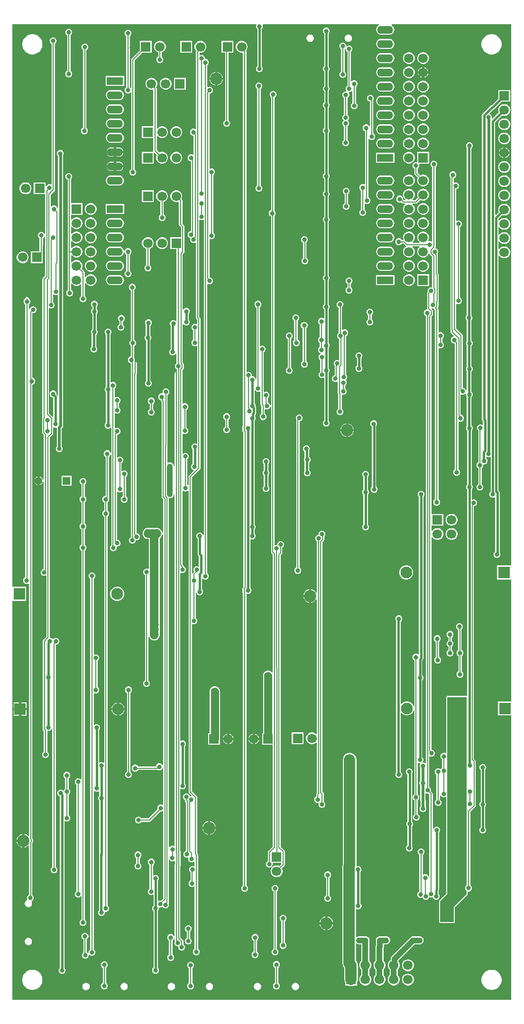
<source format=gbl>
G04*
G04 #@! TF.GenerationSoftware,Altium Limited,Altium Designer,21.2.1 (34)*
G04*
G04 Layer_Physical_Order=2*
G04 Layer_Color=16711680*
%FSLAX25Y25*%
%MOIN*%
G70*
G04*
G04 #@! TF.SameCoordinates,E3247584-B976-4F33-B0A2-C8B4A793FEE3*
G04*
G04*
G04 #@! TF.FilePolarity,Positive*
G04*
G01*
G75*
%ADD12C,0.00787*%
%ADD74C,0.08661*%
%ADD75R,0.08268X0.08268*%
%ADD76C,0.08268*%
%ADD77C,0.06693*%
%ADD78R,0.06693X0.06693*%
%ADD79R,0.06693X0.06693*%
%ADD80R,0.05512X0.05512*%
%ADD81C,0.05512*%
%ADD82R,0.11201X0.05598*%
%ADD83O,0.11201X0.05598*%
%ADD84C,0.03937*%
%ADD85C,0.01575*%
%ADD86C,0.03937*%
%ADD87C,0.05906*%
%ADD88C,0.01968*%
%ADD90C,0.05512*%
%ADD93C,0.03150*%
%ADD94C,0.00394*%
%ADD95C,0.07874*%
G36*
X352524Y307357D02*
X352024Y306921D01*
X342528D01*
Y297079D01*
X352024D01*
X352370Y297079D01*
X352524Y296643D01*
Y211421D01*
X343028D01*
Y201579D01*
X352524D01*
X352524Y1806D01*
X1806D01*
Y282079D01*
X11472D01*
Y291921D01*
X1806D01*
Y687170D01*
X173046D01*
X173374Y686670D01*
X173138Y686100D01*
Y685160D01*
X173497Y684292D01*
X173894Y683895D01*
Y657735D01*
X173497Y657338D01*
X173138Y656470D01*
Y655530D01*
X173497Y654662D01*
X174162Y653997D01*
X175030Y653638D01*
X175970D01*
X176838Y653997D01*
X177503Y654662D01*
X177862Y655530D01*
Y656470D01*
X177503Y657338D01*
X177106Y657735D01*
Y683895D01*
X177503Y684292D01*
X177862Y685160D01*
Y686100D01*
X177626Y686670D01*
X177954Y687170D01*
X259223D01*
X259322Y686670D01*
X259232Y686633D01*
X258483Y686058D01*
X257908Y685309D01*
X257547Y684436D01*
X257424Y683500D01*
X257547Y682564D01*
X257908Y681691D01*
X258483Y680942D01*
X259232Y680367D01*
X260105Y680006D01*
X261041Y679882D01*
X266644D01*
X267580Y680006D01*
X268452Y680367D01*
X269202Y680942D01*
X269777Y681691D01*
X270138Y682564D01*
X270261Y683500D01*
X270138Y684436D01*
X269777Y685309D01*
X269202Y686058D01*
X268452Y686633D01*
X268363Y686670D01*
X268462Y687170D01*
X352524D01*
X352524Y307357D01*
D02*
G37*
%LPC*%
G36*
X238199Y680059D02*
X237525D01*
X236875Y679885D01*
X236291Y679548D01*
X235815Y679071D01*
X235478Y678488D01*
X235303Y677837D01*
Y677163D01*
X235478Y676512D01*
X235815Y675929D01*
X236291Y675452D01*
X236875Y675115D01*
X237525Y674941D01*
X238199D01*
X238850Y675115D01*
X239434Y675452D01*
X239910Y675929D01*
X240247Y676512D01*
X240421Y677163D01*
Y677837D01*
X240247Y678488D01*
X239910Y679071D01*
X239434Y679548D01*
X238850Y679885D01*
X238199Y680059D01*
D02*
G37*
G36*
X211427D02*
X210754D01*
X210103Y679885D01*
X209519Y679548D01*
X209043Y679071D01*
X208706Y678488D01*
X208531Y677837D01*
Y677163D01*
X208706Y676512D01*
X209043Y675929D01*
X209519Y675452D01*
X210103Y675115D01*
X210754Y674941D01*
X211427D01*
X212078Y675115D01*
X212662Y675452D01*
X213138Y675929D01*
X213475Y676512D01*
X213650Y677163D01*
Y677837D01*
X213475Y678488D01*
X213138Y679071D01*
X212662Y679548D01*
X212078Y679885D01*
X211427Y680059D01*
D02*
G37*
G36*
X266644Y677117D02*
X261041D01*
X260105Y676994D01*
X259232Y676633D01*
X258483Y676058D01*
X257908Y675309D01*
X257547Y674436D01*
X257424Y673500D01*
X257547Y672564D01*
X257908Y671691D01*
X258483Y670942D01*
X259232Y670367D01*
X260105Y670006D01*
X261041Y669882D01*
X266644D01*
X267580Y670006D01*
X268452Y670367D01*
X269202Y670942D01*
X269777Y671691D01*
X270138Y672564D01*
X270261Y673500D01*
X270138Y674436D01*
X269777Y675309D01*
X269202Y676058D01*
X268452Y676633D01*
X267580Y676994D01*
X266644Y677117D01*
D02*
G37*
G36*
X128110Y675634D02*
X119843D01*
Y667366D01*
X128110D01*
Y675634D01*
D02*
G37*
G36*
X339281Y680315D02*
X337885D01*
X336516Y680043D01*
X335226Y679508D01*
X334065Y678733D01*
X333078Y677746D01*
X332303Y676585D01*
X331768Y675295D01*
X331496Y673926D01*
Y672531D01*
X331768Y671161D01*
X332303Y669872D01*
X333078Y668711D01*
X334065Y667724D01*
X335226Y666948D01*
X336516Y666414D01*
X337885Y666142D01*
X339281D01*
X340650Y666414D01*
X341939Y666948D01*
X343100Y667724D01*
X344087Y668711D01*
X344863Y669872D01*
X345397Y671161D01*
X345669Y672531D01*
Y673926D01*
X345397Y675295D01*
X344863Y676585D01*
X344087Y677746D01*
X343100Y678733D01*
X341939Y679508D01*
X340650Y680043D01*
X339281Y680315D01*
D02*
G37*
G36*
X16446D02*
X15050D01*
X13681Y680043D01*
X12391Y679508D01*
X11231Y678733D01*
X10244Y677746D01*
X9468Y676585D01*
X8934Y675295D01*
X8662Y673926D01*
Y672531D01*
X8934Y671161D01*
X9468Y669872D01*
X10244Y668711D01*
X11231Y667724D01*
X12391Y666948D01*
X13681Y666414D01*
X15050Y666142D01*
X16446D01*
X17815Y666414D01*
X19105Y666948D01*
X20266Y667724D01*
X21253Y668711D01*
X22028Y669872D01*
X22562Y671161D01*
X22835Y672531D01*
Y673926D01*
X22562Y675295D01*
X22028Y676585D01*
X21253Y677746D01*
X20266Y678733D01*
X19105Y679508D01*
X17815Y680043D01*
X16446Y680315D01*
D02*
G37*
G36*
X106021Y675634D02*
X104932D01*
X103881Y675352D01*
X102938Y674808D01*
X102169Y674038D01*
X101624Y673096D01*
X101342Y672044D01*
Y670956D01*
X101624Y669904D01*
X102169Y668962D01*
X102938Y668192D01*
X103881Y667648D01*
X104284Y667540D01*
Y664553D01*
X104162Y664503D01*
X103497Y663838D01*
X103138Y662970D01*
Y662030D01*
X103497Y661162D01*
X104162Y660497D01*
X105030Y660138D01*
X105970D01*
X106838Y660497D01*
X107503Y661162D01*
X107862Y662030D01*
Y662970D01*
X107503Y663838D01*
X106838Y664503D01*
X106692Y664563D01*
Y667546D01*
X107072Y667648D01*
X108015Y668192D01*
X108784Y668962D01*
X109328Y669904D01*
X109610Y670956D01*
Y672044D01*
X109328Y673096D01*
X108784Y674038D01*
X108015Y674808D01*
X107072Y675352D01*
X106021Y675634D01*
D02*
G37*
G36*
X266644Y667118D02*
X261041D01*
X260105Y666994D01*
X259232Y666633D01*
X258483Y666058D01*
X257908Y665309D01*
X257547Y664436D01*
X257424Y663500D01*
X257547Y662564D01*
X257908Y661691D01*
X258483Y660942D01*
X259232Y660367D01*
X260105Y660006D01*
X261041Y659882D01*
X266644D01*
X267580Y660006D01*
X268452Y660367D01*
X269202Y660942D01*
X269777Y661691D01*
X270138Y662564D01*
X270261Y663500D01*
X270138Y664436D01*
X269777Y665309D01*
X269202Y666058D01*
X268452Y666633D01*
X267580Y666994D01*
X266644Y667118D01*
D02*
G37*
G36*
X291044Y667634D02*
X289956D01*
X288904Y667352D01*
X287962Y666808D01*
X287192Y666038D01*
X286648Y665096D01*
X286366Y664044D01*
Y662956D01*
X286648Y661904D01*
X287192Y660962D01*
X287962Y660192D01*
X288904Y659648D01*
X289956Y659366D01*
X291044D01*
X292096Y659648D01*
X293038Y660192D01*
X293808Y660962D01*
X294352Y661904D01*
X294634Y662956D01*
Y664044D01*
X294352Y665096D01*
X293808Y666038D01*
X293038Y666808D01*
X292096Y667352D01*
X291044Y667634D01*
D02*
G37*
G36*
X281044D02*
X279956D01*
X278904Y667352D01*
X277962Y666808D01*
X277192Y666038D01*
X276648Y665096D01*
X276366Y664044D01*
Y662956D01*
X276648Y661904D01*
X277192Y660962D01*
X277962Y660192D01*
X278904Y659648D01*
X279956Y659366D01*
X281044D01*
X282096Y659648D01*
X283038Y660192D01*
X283808Y660962D01*
X284352Y661904D01*
X284634Y662956D01*
Y664044D01*
X284352Y665096D01*
X283808Y666038D01*
X283038Y666808D01*
X282096Y667352D01*
X281044Y667634D01*
D02*
G37*
G36*
X291287Y657161D02*
Y654287D01*
X294161D01*
X293985Y654944D01*
X293493Y655796D01*
X292796Y656493D01*
X291944Y656985D01*
X291287Y657161D01*
D02*
G37*
G36*
X289713Y657161D02*
X289056Y656985D01*
X288204Y656493D01*
X287507Y655796D01*
X287015Y654944D01*
X286839Y654287D01*
X289713D01*
Y657161D01*
D02*
G37*
G36*
X41970Y684012D02*
X41030D01*
X40162Y683652D01*
X39497Y682988D01*
X39138Y682119D01*
Y681180D01*
X39497Y680311D01*
X40162Y679647D01*
X40296Y679592D01*
Y654558D01*
X40162Y654503D01*
X39497Y653838D01*
X39138Y652970D01*
Y652030D01*
X39497Y651162D01*
X40162Y650497D01*
X41030Y650138D01*
X41970D01*
X42838Y650497D01*
X43503Y651162D01*
X43862Y652030D01*
Y652970D01*
X43503Y653838D01*
X42838Y654503D01*
X42704Y654558D01*
Y679592D01*
X42838Y679647D01*
X43503Y680311D01*
X43862Y681180D01*
Y682119D01*
X43503Y682988D01*
X42838Y683652D01*
X41970Y684012D01*
D02*
G37*
G36*
X266644Y657118D02*
X261041D01*
X260105Y656994D01*
X259232Y656633D01*
X258483Y656058D01*
X257908Y655309D01*
X257547Y654436D01*
X257424Y653500D01*
X257547Y652564D01*
X257908Y651691D01*
X258483Y650942D01*
X259232Y650367D01*
X260105Y650006D01*
X261041Y649882D01*
X266644D01*
X267580Y650006D01*
X268452Y650367D01*
X269202Y650942D01*
X269777Y651691D01*
X270138Y652564D01*
X270261Y653500D01*
X270138Y654436D01*
X269777Y655309D01*
X269202Y656058D01*
X268452Y656633D01*
X267580Y656994D01*
X266644Y657118D01*
D02*
G37*
G36*
X294161Y652712D02*
X291287D01*
Y649839D01*
X291944Y650015D01*
X292796Y650507D01*
X293493Y651203D01*
X293985Y652056D01*
X294161Y652712D01*
D02*
G37*
G36*
X289713D02*
X286839D01*
X287015Y652056D01*
X287507Y651203D01*
X288204Y650507D01*
X289056Y650015D01*
X289713Y649839D01*
Y652712D01*
D02*
G37*
G36*
X145787Y653680D02*
Y649788D01*
X149680D01*
X149402Y650824D01*
X148781Y651901D01*
X147901Y652780D01*
X146824Y653403D01*
X145787Y653680D01*
D02*
G37*
G36*
X144213D02*
X143176Y653403D01*
X142099Y652780D01*
X141219Y651901D01*
X140598Y650824D01*
X140320Y649788D01*
X144213D01*
Y653680D01*
D02*
G37*
G36*
X281044Y657634D02*
X279956D01*
X278904Y657352D01*
X277962Y656808D01*
X277192Y656038D01*
X276648Y655096D01*
X276366Y654044D01*
Y652956D01*
X276648Y651904D01*
X277192Y650962D01*
X277962Y650192D01*
X278904Y649648D01*
X279956Y649366D01*
X281044D01*
X282096Y649648D01*
X283038Y650192D01*
X283808Y650962D01*
X284352Y651904D01*
X284634Y652956D01*
Y654044D01*
X284352Y655096D01*
X283808Y656038D01*
X283038Y656808D01*
X282096Y657352D01*
X281044Y657634D01*
D02*
G37*
G36*
X149680Y648213D02*
X145787D01*
Y644320D01*
X146824Y644597D01*
X147901Y645220D01*
X148781Y646099D01*
X149402Y647176D01*
X149680Y648213D01*
D02*
G37*
G36*
X144213D02*
X140320D01*
X140598Y647176D01*
X141219Y646099D01*
X142099Y645220D01*
X143176Y644597D01*
X144213Y644320D01*
Y648213D01*
D02*
G37*
G36*
X80230Y651087D02*
X67455D01*
Y643913D01*
X80230D01*
Y651087D01*
D02*
G37*
G36*
X123610Y649634D02*
X115342D01*
Y641366D01*
X123610D01*
Y649634D01*
D02*
G37*
G36*
X110021D02*
X108932D01*
X107881Y649352D01*
X106938Y648808D01*
X106168Y648038D01*
X105624Y647096D01*
X105342Y646044D01*
Y644956D01*
X105624Y643904D01*
X106168Y642962D01*
X106938Y642192D01*
X107881Y641648D01*
X108932Y641366D01*
X110021D01*
X111072Y641648D01*
X112015Y642192D01*
X112784Y642962D01*
X113329Y643904D01*
X113610Y644956D01*
Y646044D01*
X113329Y647096D01*
X112784Y648038D01*
X112015Y648808D01*
X111072Y649352D01*
X110021Y649634D01*
D02*
G37*
G36*
X266644Y647118D02*
X261041D01*
X260105Y646994D01*
X259232Y646633D01*
X258483Y646058D01*
X257908Y645309D01*
X257547Y644436D01*
X257424Y643500D01*
X257547Y642564D01*
X257908Y641691D01*
X258483Y640942D01*
X259232Y640367D01*
X260105Y640006D01*
X261041Y639882D01*
X266644D01*
X267580Y640006D01*
X268452Y640367D01*
X269202Y640942D01*
X269777Y641691D01*
X270138Y642564D01*
X270261Y643500D01*
X270138Y644436D01*
X269777Y645309D01*
X269202Y646058D01*
X268452Y646633D01*
X267580Y646994D01*
X266644Y647118D01*
D02*
G37*
G36*
X291044Y647634D02*
X289956D01*
X288904Y647352D01*
X287962Y646808D01*
X287192Y646038D01*
X286648Y645096D01*
X286366Y644044D01*
Y642956D01*
X286648Y641904D01*
X287192Y640962D01*
X287962Y640192D01*
X288904Y639648D01*
X289956Y639366D01*
X291044D01*
X292096Y639648D01*
X293038Y640192D01*
X293808Y640962D01*
X294352Y641904D01*
X294634Y642956D01*
Y644044D01*
X294352Y645096D01*
X293808Y646038D01*
X293038Y646808D01*
X292096Y647352D01*
X291044Y647634D01*
D02*
G37*
G36*
X281044D02*
X279956D01*
X278904Y647352D01*
X277962Y646808D01*
X277192Y646038D01*
X276648Y645096D01*
X276366Y644044D01*
Y642956D01*
X276648Y641904D01*
X277192Y640962D01*
X277962Y640192D01*
X278904Y639648D01*
X279956Y639366D01*
X281044D01*
X282096Y639648D01*
X283038Y640192D01*
X283808Y640962D01*
X284352Y641904D01*
X284634Y642956D01*
Y644044D01*
X284352Y645096D01*
X283808Y646038D01*
X283038Y646808D01*
X282096Y647352D01*
X281044Y647634D01*
D02*
G37*
G36*
X76644Y641117D02*
X71041D01*
X70105Y640994D01*
X69232Y640633D01*
X68483Y640058D01*
X67908Y639309D01*
X67547Y638436D01*
X67424Y637500D01*
X67547Y636564D01*
X67908Y635691D01*
X68483Y634942D01*
X69232Y634367D01*
X70105Y634006D01*
X71041Y633882D01*
X76644D01*
X77580Y634006D01*
X78452Y634367D01*
X79202Y634942D01*
X79777Y635691D01*
X80138Y636564D01*
X80261Y637500D01*
X80138Y638436D01*
X79777Y639309D01*
X79202Y640058D01*
X78452Y640633D01*
X77580Y640994D01*
X76644Y641117D01*
D02*
G37*
G36*
X266644Y637117D02*
X261041D01*
X260105Y636994D01*
X259232Y636633D01*
X258483Y636058D01*
X257908Y635309D01*
X257547Y634436D01*
X257424Y633500D01*
X257547Y632564D01*
X257908Y631691D01*
X258483Y630942D01*
X259232Y630367D01*
X260105Y630006D01*
X261041Y629882D01*
X266644D01*
X267580Y630006D01*
X268452Y630367D01*
X269202Y630942D01*
X269777Y631691D01*
X270138Y632564D01*
X270261Y633500D01*
X270138Y634436D01*
X269777Y635309D01*
X269202Y636058D01*
X268452Y636633D01*
X267580Y636994D01*
X266644Y637117D01*
D02*
G37*
G36*
X291044Y637634D02*
X289956D01*
X288904Y637352D01*
X287962Y636808D01*
X287192Y636038D01*
X286648Y635096D01*
X286366Y634044D01*
Y632956D01*
X286648Y631904D01*
X287192Y630962D01*
X287962Y630192D01*
X288904Y629648D01*
X289956Y629366D01*
X291044D01*
X292096Y629648D01*
X293038Y630192D01*
X293808Y630962D01*
X294352Y631904D01*
X294634Y632956D01*
Y634044D01*
X294352Y635096D01*
X293808Y636038D01*
X293038Y636808D01*
X292096Y637352D01*
X291044Y637634D01*
D02*
G37*
G36*
X281044D02*
X279956D01*
X278904Y637352D01*
X277962Y636808D01*
X277192Y636038D01*
X276648Y635096D01*
X276366Y634044D01*
Y632956D01*
X276648Y631904D01*
X277192Y630962D01*
X277962Y630192D01*
X278904Y629648D01*
X279956Y629366D01*
X281044D01*
X282096Y629648D01*
X283038Y630192D01*
X283808Y630962D01*
X284352Y631904D01*
X284634Y632956D01*
Y634044D01*
X284352Y635096D01*
X283808Y636038D01*
X283038Y636808D01*
X282096Y637352D01*
X281044Y637634D01*
D02*
G37*
G36*
X234470Y674362D02*
X233530D01*
X232662Y674003D01*
X231997Y673338D01*
X231638Y672470D01*
Y671530D01*
X231997Y670662D01*
X232662Y669997D01*
X232796Y669942D01*
Y654058D01*
X232662Y654003D01*
X231997Y653338D01*
X231638Y652470D01*
Y651530D01*
X231997Y650662D01*
X232662Y649997D01*
X233530Y649638D01*
X234470D01*
X235338Y649997D01*
X236003Y650662D01*
X236362Y651530D01*
Y652470D01*
X236003Y653338D01*
X235338Y654003D01*
X235204Y654058D01*
Y669942D01*
X235338Y669997D01*
X235638Y670297D01*
X236138Y670090D01*
Y669530D01*
X236497Y668662D01*
X237162Y667997D01*
X237296Y667942D01*
Y644058D01*
X237162Y644003D01*
X236497Y643338D01*
X236138Y642470D01*
Y641530D01*
X236497Y640662D01*
X236545Y640614D01*
X236338Y640114D01*
X235707D01*
X234838Y639755D01*
X234174Y639090D01*
X233814Y638222D01*
Y637282D01*
X234174Y636414D01*
X234796Y635792D01*
Y623566D01*
X234662Y623511D01*
X233997Y622846D01*
X233638Y621978D01*
Y621038D01*
X233997Y620170D01*
X234628Y619539D01*
X233997Y618909D01*
X233638Y618041D01*
Y617101D01*
X233997Y616233D01*
X234662Y615568D01*
X234796Y615513D01*
Y606058D01*
X234662Y606003D01*
X233997Y605338D01*
X233638Y604470D01*
Y603530D01*
X233997Y602662D01*
X234662Y601997D01*
X235530Y601638D01*
X236470D01*
X237338Y601997D01*
X238003Y602662D01*
X238362Y603530D01*
Y604470D01*
X238003Y605338D01*
X237338Y606003D01*
X237204Y606058D01*
Y615513D01*
X237338Y615568D01*
X238003Y616233D01*
X238362Y617101D01*
Y618041D01*
X238003Y618909D01*
X237372Y619539D01*
X238003Y620170D01*
X238362Y621038D01*
Y621978D01*
X238003Y622846D01*
X237338Y623511D01*
X237204Y623566D01*
Y635621D01*
X237515Y635750D01*
X238179Y636414D01*
X238539Y637282D01*
Y638222D01*
X238179Y639090D01*
X238131Y639138D01*
X238339Y639638D01*
X238970D01*
X239838Y639997D01*
X240296Y640455D01*
X240796Y640248D01*
Y632058D01*
X240662Y632003D01*
X239997Y631338D01*
X239638Y630470D01*
Y629530D01*
X239997Y628662D01*
X240662Y627997D01*
X241530Y627638D01*
X242470D01*
X243338Y627997D01*
X244003Y628662D01*
X244362Y629530D01*
Y630470D01*
X244003Y631338D01*
X243338Y632003D01*
X243204Y632058D01*
Y643442D01*
X243338Y643497D01*
X244003Y644162D01*
X244362Y645030D01*
Y645970D01*
X244003Y646838D01*
X243338Y647503D01*
X242470Y647862D01*
X241530D01*
X240662Y647503D01*
X240204Y647045D01*
X239704Y647252D01*
Y667942D01*
X239838Y667997D01*
X240503Y668662D01*
X240862Y669530D01*
Y670470D01*
X240503Y671338D01*
X239838Y672003D01*
X238970Y672362D01*
X238030D01*
X237162Y672003D01*
X236862Y671703D01*
X236362Y671910D01*
Y672470D01*
X236003Y673338D01*
X235338Y674003D01*
X234470Y674362D01*
D02*
G37*
G36*
X76644Y631117D02*
X71041D01*
X70105Y630994D01*
X69232Y630633D01*
X68483Y630058D01*
X67908Y629309D01*
X67547Y628436D01*
X67424Y627500D01*
X67547Y626564D01*
X67908Y625691D01*
X68483Y624942D01*
X69232Y624367D01*
X70105Y624006D01*
X71041Y623882D01*
X76644D01*
X77580Y624006D01*
X78452Y624367D01*
X79202Y624942D01*
X79777Y625691D01*
X80138Y626564D01*
X80261Y627500D01*
X80138Y628436D01*
X79777Y629309D01*
X79202Y630058D01*
X78452Y630633D01*
X77580Y630994D01*
X76644Y631117D01*
D02*
G37*
G36*
X351634Y641134D02*
X343366D01*
Y635137D01*
X338655Y630426D01*
X338304Y630356D01*
X337783Y630008D01*
X337783Y630008D01*
X332215Y624440D01*
X331867Y623919D01*
X331745Y623305D01*
X331745Y623305D01*
Y409650D01*
X331745Y409650D01*
X331867Y409035D01*
X332215Y408514D01*
X332412Y408318D01*
Y406135D01*
X331912Y405809D01*
X331338Y406047D01*
X330398D01*
X329530Y405688D01*
X328865Y405023D01*
X328505Y404155D01*
Y403215D01*
X328865Y402347D01*
X329296Y401916D01*
Y379558D01*
X329162Y379503D01*
X328497Y378838D01*
X328138Y377970D01*
Y377030D01*
X328497Y376162D01*
X329162Y375497D01*
X329296Y375442D01*
Y364058D01*
X329162Y364003D01*
X328497Y363338D01*
X328138Y362470D01*
Y361530D01*
X328497Y360662D01*
X329162Y359997D01*
X330030Y359638D01*
X330970D01*
X331838Y359997D01*
X332503Y360662D01*
X332862Y361530D01*
Y362470D01*
X332503Y363338D01*
X331838Y364003D01*
X331704Y364058D01*
Y375442D01*
X331838Y375497D01*
X332503Y376162D01*
X332862Y377030D01*
Y377676D01*
X332985Y378015D01*
X333324Y378138D01*
X333970D01*
X334838Y378497D01*
X335503Y379162D01*
X335862Y380030D01*
Y380970D01*
X335503Y381838D01*
X334838Y382503D01*
X334806Y382516D01*
Y383050D01*
X335306Y383376D01*
X335880Y383138D01*
X336820D01*
X337394Y383376D01*
X337894Y383050D01*
Y358735D01*
X337497Y358338D01*
X337138Y357470D01*
Y356530D01*
X337497Y355662D01*
X338162Y354997D01*
X339030Y354638D01*
X339970D01*
X340544Y354876D01*
X341044Y354550D01*
Y316684D01*
X340497Y316137D01*
X340138Y315269D01*
Y314329D01*
X340497Y313461D01*
X341162Y312797D01*
X342030Y312437D01*
X342970D01*
X343838Y312797D01*
X344503Y313461D01*
X344862Y314329D01*
Y315269D01*
X344503Y316137D01*
X344255Y316385D01*
Y358305D01*
X344255Y358305D01*
X344133Y358919D01*
X343785Y359440D01*
X343785Y359440D01*
X343468Y359757D01*
Y524716D01*
X343968Y524850D01*
X344192Y524462D01*
X344962Y523692D01*
X345904Y523148D01*
X346956Y522866D01*
X348044D01*
X349096Y523148D01*
X350038Y523692D01*
X350808Y524462D01*
X351352Y525404D01*
X351634Y526456D01*
Y527544D01*
X351352Y528596D01*
X350808Y529538D01*
X350038Y530308D01*
X349096Y530852D01*
X348044Y531134D01*
X346956D01*
X345904Y530852D01*
X344962Y530308D01*
X344192Y529538D01*
X343968Y529150D01*
X343468Y529284D01*
Y534716D01*
X343968Y534850D01*
X344192Y534462D01*
X344962Y533692D01*
X345904Y533148D01*
X346956Y532866D01*
X348044D01*
X349096Y533148D01*
X350038Y533692D01*
X350808Y534462D01*
X351352Y535404D01*
X351634Y536456D01*
Y537544D01*
X351352Y538596D01*
X350808Y539538D01*
X350038Y540308D01*
X349096Y540852D01*
X348044Y541134D01*
X346956D01*
X345904Y540852D01*
X344962Y540308D01*
X344192Y539538D01*
X343968Y539150D01*
X343468Y539284D01*
Y544716D01*
X343968Y544850D01*
X344192Y544462D01*
X344962Y543692D01*
X345904Y543148D01*
X346956Y542866D01*
X348044D01*
X349096Y543148D01*
X350038Y543692D01*
X350808Y544462D01*
X351352Y545404D01*
X351634Y546456D01*
Y547544D01*
X351352Y548596D01*
X350808Y549538D01*
X350038Y550308D01*
X349096Y550852D01*
X348044Y551134D01*
X346956D01*
X345904Y550852D01*
X344962Y550308D01*
X344192Y549538D01*
X343968Y549150D01*
X343468Y549284D01*
Y550697D01*
X345916Y553145D01*
X346956Y552866D01*
X348044D01*
X349096Y553148D01*
X350038Y553692D01*
X350808Y554462D01*
X351352Y555404D01*
X351634Y556456D01*
Y557544D01*
X351352Y558596D01*
X350808Y559538D01*
X350038Y560308D01*
X349096Y560852D01*
X348044Y561134D01*
X346956D01*
X345904Y560852D01*
X344962Y560308D01*
X344192Y559538D01*
X343648Y558596D01*
X343366Y557544D01*
Y556456D01*
X343645Y555416D01*
X341568Y553338D01*
X341106Y553530D01*
Y618335D01*
X345916Y623145D01*
X346956Y622866D01*
X348044D01*
X349096Y623148D01*
X350038Y623692D01*
X350808Y624462D01*
X351352Y625404D01*
X351634Y626456D01*
Y627544D01*
X351352Y628596D01*
X350808Y629538D01*
X350038Y630308D01*
X349096Y630852D01*
X348044Y631134D01*
X346956D01*
X345904Y630852D01*
X344962Y630308D01*
X344192Y629538D01*
X343648Y628596D01*
X343366Y627544D01*
Y626456D01*
X343645Y625416D01*
X339152Y620922D01*
X338728Y621206D01*
X338862Y621530D01*
Y622470D01*
X338503Y623338D01*
X337838Y624003D01*
X337264Y624240D01*
X337141Y624824D01*
X339636Y627319D01*
X339987Y627389D01*
X340508Y627737D01*
X345637Y632866D01*
X351634D01*
Y641134D01*
D02*
G37*
G36*
X266644Y627117D02*
X261041D01*
X260105Y626994D01*
X259232Y626633D01*
X258483Y626058D01*
X257908Y625309D01*
X257547Y624436D01*
X257424Y623500D01*
X257547Y622564D01*
X257908Y621691D01*
X258483Y620942D01*
X259232Y620367D01*
X260105Y620006D01*
X261041Y619882D01*
X266644D01*
X267580Y620006D01*
X268452Y620367D01*
X269202Y620942D01*
X269777Y621691D01*
X270138Y622564D01*
X270261Y623500D01*
X270138Y624436D01*
X269777Y625309D01*
X269202Y626058D01*
X268452Y626633D01*
X267580Y626994D01*
X266644Y627117D01*
D02*
G37*
G36*
X291044Y627634D02*
X289956D01*
X288904Y627352D01*
X287962Y626808D01*
X287192Y626038D01*
X286648Y625096D01*
X286366Y624044D01*
Y622956D01*
X286648Y621904D01*
X287192Y620962D01*
X287962Y620192D01*
X288904Y619648D01*
X289956Y619366D01*
X291044D01*
X292096Y619648D01*
X293038Y620192D01*
X293808Y620962D01*
X294352Y621904D01*
X294634Y622956D01*
Y624044D01*
X294352Y625096D01*
X293808Y626038D01*
X293038Y626808D01*
X292096Y627352D01*
X291044Y627634D01*
D02*
G37*
G36*
X281044D02*
X279956D01*
X278904Y627352D01*
X277962Y626808D01*
X277192Y626038D01*
X276648Y625096D01*
X276366Y624044D01*
Y622956D01*
X276648Y621904D01*
X277192Y620962D01*
X277962Y620192D01*
X278904Y619648D01*
X279956Y619366D01*
X281044D01*
X282096Y619648D01*
X283038Y620192D01*
X283808Y620962D01*
X284352Y621904D01*
X284634Y622956D01*
Y624044D01*
X284352Y625096D01*
X283808Y626038D01*
X283038Y626808D01*
X282096Y627352D01*
X281044Y627634D01*
D02*
G37*
G36*
X253970Y637634D02*
X253030D01*
X252162Y637274D01*
X251497Y636610D01*
X251138Y635742D01*
Y634802D01*
X251497Y633934D01*
X252162Y633269D01*
X253030Y632909D01*
X253052D01*
Y615819D01*
X252552Y615720D01*
X252503Y615838D01*
X251838Y616503D01*
X250970Y616862D01*
X250030D01*
X249162Y616503D01*
X248497Y615838D01*
X248138Y614970D01*
Y614030D01*
X248497Y613162D01*
X249162Y612497D01*
X249552Y612336D01*
Y574942D01*
X249052Y574621D01*
X248470Y574862D01*
X247530D01*
X246662Y574503D01*
X245997Y573838D01*
X245638Y572970D01*
Y572030D01*
X245997Y571162D01*
X246662Y570497D01*
X246796Y570442D01*
Y557058D01*
X246662Y557003D01*
X245997Y556338D01*
X245638Y555470D01*
Y554530D01*
X245997Y553662D01*
X246662Y552997D01*
X247530Y552638D01*
X248470D01*
X249338Y552997D01*
X250003Y553662D01*
X250362Y554530D01*
Y555470D01*
X250003Y556338D01*
X249338Y557003D01*
X249204Y557058D01*
Y561302D01*
X249704Y561480D01*
X250530Y561138D01*
X251470D01*
X252338Y561497D01*
X253003Y562162D01*
X253362Y563030D01*
Y563970D01*
X253003Y564838D01*
X252338Y565503D01*
X251960Y565659D01*
Y607152D01*
X252460Y607252D01*
X252497Y607162D01*
X253162Y606497D01*
X254030Y606138D01*
X254970D01*
X255838Y606497D01*
X256503Y607162D01*
X256862Y608030D01*
Y608970D01*
X256503Y609838D01*
X255838Y610503D01*
X255460Y610659D01*
Y633891D01*
X255503Y633934D01*
X255862Y634802D01*
Y635742D01*
X255503Y636610D01*
X254838Y637274D01*
X253970Y637634D01*
D02*
G37*
G36*
X157110Y675634D02*
X148843D01*
Y667366D01*
X151296D01*
Y619814D01*
X151162Y619759D01*
X150497Y619094D01*
X150138Y618226D01*
Y617286D01*
X150497Y616418D01*
X151162Y615753D01*
X152030Y615394D01*
X152970D01*
X153838Y615753D01*
X154503Y616418D01*
X154862Y617286D01*
Y618226D01*
X154503Y619094D01*
X153838Y619759D01*
X153704Y619814D01*
Y667366D01*
X157110D01*
Y675634D01*
D02*
G37*
G36*
X76644Y621117D02*
X71041D01*
X70105Y620994D01*
X69232Y620633D01*
X68483Y620058D01*
X67908Y619309D01*
X67547Y618436D01*
X67424Y617500D01*
X67547Y616564D01*
X67908Y615691D01*
X68483Y614942D01*
X69232Y614367D01*
X70105Y614006D01*
X71041Y613882D01*
X76644D01*
X77580Y614006D01*
X78452Y614367D01*
X79202Y614942D01*
X79777Y615691D01*
X80138Y616564D01*
X80261Y617500D01*
X80138Y618436D01*
X79777Y619309D01*
X79202Y620058D01*
X78452Y620633D01*
X77580Y620994D01*
X76644Y621117D01*
D02*
G37*
G36*
X134521Y675634D02*
X133432D01*
X132381Y675352D01*
X131438Y674808D01*
X130668Y674038D01*
X130124Y673096D01*
X129842Y672044D01*
Y670956D01*
X130124Y669904D01*
X130668Y668962D01*
X130966Y668664D01*
X130887Y668547D01*
X130796Y668086D01*
X130796Y668086D01*
Y613698D01*
X130296Y613520D01*
X129470Y613862D01*
X128530D01*
X127662Y613503D01*
X126997Y612838D01*
X126638Y611970D01*
Y611030D01*
X126997Y610162D01*
X127662Y609497D01*
X128530Y609138D01*
X129020D01*
X129052Y609106D01*
Y595942D01*
X128552Y595621D01*
X127970Y595862D01*
X127030D01*
X126162Y595503D01*
X125497Y594838D01*
X125138Y593970D01*
Y593030D01*
X125497Y592162D01*
X126162Y591497D01*
X127030Y591138D01*
X127296D01*
Y541862D01*
X127030D01*
X126162Y541503D01*
X125497Y540838D01*
X125138Y539970D01*
Y539030D01*
X125497Y538162D01*
X126162Y537497D01*
X127017Y537143D01*
X126689Y536351D01*
Y535411D01*
X127048Y534543D01*
X127713Y533879D01*
X128581Y533519D01*
X129521D01*
X130284Y533835D01*
X130784Y533620D01*
Y481039D01*
X130784Y481039D01*
X130876Y480578D01*
X131137Y480187D01*
X131552Y479772D01*
Y476828D01*
X131052Y476507D01*
X130470Y476748D01*
X129530D01*
X128662Y476389D01*
X127997Y475724D01*
X127638Y474856D01*
Y473916D01*
X127997Y473048D01*
X128662Y472383D01*
X128796Y472328D01*
Y465558D01*
X128662Y465503D01*
X127997Y464838D01*
X127638Y463970D01*
Y463030D01*
X127997Y462162D01*
X128662Y461497D01*
X129530Y461138D01*
X130470D01*
X131052Y461379D01*
X131552Y461058D01*
Y392789D01*
X131052Y392468D01*
X130470Y392709D01*
X129530D01*
X128662Y392349D01*
X127997Y391685D01*
X127638Y390816D01*
Y389877D01*
X127997Y389008D01*
X128294Y388711D01*
Y378154D01*
X127797Y377657D01*
X127438Y376789D01*
Y375849D01*
X127797Y374981D01*
X128462Y374316D01*
X129044Y374076D01*
X129170Y373495D01*
X125893Y370217D01*
X125631Y369827D01*
X125540Y369366D01*
X125540Y369366D01*
Y363508D01*
X125110Y363330D01*
X124704Y363618D01*
Y381595D01*
X124838Y381651D01*
X125503Y382315D01*
X125862Y383184D01*
Y384123D01*
X125503Y384992D01*
X124838Y385656D01*
X123970Y386016D01*
X123030D01*
X122162Y385656D01*
X121854Y385348D01*
X121354Y385555D01*
Y399256D01*
X121854Y399521D01*
X122530Y399241D01*
X123470D01*
X124338Y399601D01*
X125003Y400266D01*
X125362Y401134D01*
Y402073D01*
X125003Y402942D01*
X124338Y403606D01*
X124110Y403701D01*
Y416442D01*
X124244Y416497D01*
X124908Y417162D01*
X125268Y418030D01*
Y418970D01*
X124908Y419838D01*
X124244Y420503D01*
X123375Y420862D01*
X122436D01*
X121854Y420621D01*
X121354Y420942D01*
Y444440D01*
X121897Y444983D01*
X122158Y445373D01*
X122250Y445834D01*
Y448117D01*
X122250Y448117D01*
X122158Y448578D01*
X121897Y448969D01*
X121523Y449343D01*
Y476501D01*
X121895Y476627D01*
X122023Y476636D01*
X122662Y475997D01*
X123530Y475638D01*
X124470D01*
X125338Y475997D01*
X126003Y476662D01*
X126362Y477530D01*
Y478470D01*
X126003Y479338D01*
X125606Y479735D01*
Y483765D01*
X126003Y484162D01*
X126362Y485030D01*
Y485970D01*
X126003Y486838D01*
X125338Y487503D01*
X124470Y487862D01*
X123530D01*
X122662Y487503D01*
X122023Y486864D01*
X121895Y486873D01*
X121523Y486999D01*
Y525791D01*
X121527Y525792D01*
X121918Y526053D01*
X122379Y526514D01*
X122379Y526514D01*
X122640Y526905D01*
X122732Y527366D01*
X122732Y527366D01*
Y545008D01*
X122640Y545468D01*
X122379Y545859D01*
X122379Y545859D01*
X121204Y547034D01*
Y563476D01*
X121113Y563937D01*
X120852Y564328D01*
X120852Y564328D01*
X120626Y564553D01*
X120828Y564904D01*
X121110Y565956D01*
Y567044D01*
X120828Y568096D01*
X120284Y569038D01*
X119515Y569808D01*
X118572Y570352D01*
X117521Y570634D01*
X116432D01*
X115381Y570352D01*
X114438Y569808D01*
X113669Y569038D01*
X113124Y568096D01*
X112843Y567044D01*
Y565956D01*
X113124Y564904D01*
X113669Y563962D01*
X114438Y563192D01*
X115381Y562648D01*
X116432Y562366D01*
X117521D01*
X118296Y562574D01*
X118796Y562237D01*
Y546535D01*
X118796Y546535D01*
X118887Y546074D01*
X119149Y545684D01*
X120323Y544509D01*
Y537634D01*
X112866D01*
Y529366D01*
X117085D01*
Y478709D01*
X116585Y478502D01*
X116209Y478878D01*
X115341Y479238D01*
X114401D01*
X113533Y478878D01*
X112869Y478213D01*
X112509Y477345D01*
Y476405D01*
X112869Y475537D01*
X112894Y475512D01*
Y458735D01*
X112497Y458338D01*
X112138Y457470D01*
Y456530D01*
X112497Y455662D01*
X113162Y454997D01*
X114030Y454638D01*
X114970D01*
X115838Y454997D01*
X116502Y455662D01*
X116585Y455862D01*
X117085Y455762D01*
Y449034D01*
X116952Y448978D01*
X116287Y448314D01*
X115927Y447446D01*
Y446506D01*
X116287Y445638D01*
X116952Y444973D01*
X117371Y444800D01*
Y443296D01*
X117000Y442992D01*
X116539Y442900D01*
X116148Y442639D01*
X115887Y442248D01*
X115796Y441787D01*
Y440212D01*
X115813Y440124D01*
X115796Y440035D01*
X115796Y109942D01*
X115296Y109621D01*
X114714Y109862D01*
X113774D01*
X112906Y109503D01*
X112241Y108838D01*
X112204Y108748D01*
X111704Y108848D01*
Y353924D01*
X112204Y354358D01*
X112500Y354319D01*
X113219Y354413D01*
X113890Y354691D01*
X114465Y355133D01*
X114907Y355708D01*
X115185Y356379D01*
X115280Y357098D01*
Y376500D01*
X115185Y377219D01*
X114907Y377890D01*
X114465Y378466D01*
X113890Y378907D01*
X113219Y379185D01*
X112500Y379280D01*
X111781Y379185D01*
X111110Y378907D01*
X111003Y378825D01*
X110555Y379046D01*
Y390741D01*
X110735Y391011D01*
X110827Y391472D01*
Y426819D01*
X110961Y426875D01*
X111625Y427539D01*
X111985Y428408D01*
Y429347D01*
X111625Y430216D01*
X110961Y430880D01*
X110092Y431240D01*
X109153D01*
X108284Y430880D01*
X107620Y430216D01*
X107260Y429347D01*
Y428408D01*
X107279Y428362D01*
X106945Y427862D01*
X106397D01*
X105529Y427503D01*
X104864Y426838D01*
X104505Y425970D01*
Y425030D01*
X104864Y424162D01*
X105529Y423497D01*
X106114Y423255D01*
Y422807D01*
X106114Y422807D01*
X106206Y422346D01*
X106467Y421956D01*
X106571Y421852D01*
Y355141D01*
X106571Y355141D01*
X106663Y354680D01*
X106924Y354290D01*
X107721Y353493D01*
Y329924D01*
X107221Y329891D01*
X107144Y330476D01*
X106767Y331386D01*
X106167Y332168D01*
X105386Y332767D01*
X104853Y332988D01*
X104838Y333003D01*
X103970Y333362D01*
X103030D01*
X102813Y333272D01*
X100687D01*
X100470Y333362D01*
X99530D01*
X99313Y333272D01*
X97187D01*
X96970Y333362D01*
X96030D01*
X95162Y333003D01*
X94497Y332338D01*
X94471Y332274D01*
X94332Y332168D01*
X93733Y331386D01*
X93356Y330476D01*
X93228Y329500D01*
X93356Y328524D01*
X93733Y327614D01*
X94332Y326833D01*
X94471Y326727D01*
X94497Y326662D01*
X95162Y325997D01*
X96030Y325638D01*
X96970D01*
X97187Y325728D01*
X97728D01*
Y304872D01*
X97228Y304546D01*
X96655Y304783D01*
X95715D01*
X94847Y304423D01*
X94182Y303759D01*
X93823Y302891D01*
Y301951D01*
X94182Y301083D01*
X94847Y300418D01*
X94981Y300363D01*
Y226135D01*
X94662Y226003D01*
X93997Y225338D01*
X93638Y224470D01*
Y223530D01*
X93997Y222662D01*
X94662Y221997D01*
X95530Y221638D01*
X96470D01*
X97338Y221997D01*
X98003Y222662D01*
X98362Y223530D01*
Y224470D01*
X98003Y225338D01*
X97389Y225951D01*
Y256908D01*
X97856Y257024D01*
X98233Y256114D01*
X98832Y255332D01*
X99614Y254733D01*
X100524Y254356D01*
X101500Y254228D01*
X102476Y254356D01*
X103386Y254733D01*
X104167Y255332D01*
X104767Y256114D01*
X105144Y257024D01*
X105236Y257726D01*
X105362Y258030D01*
Y258970D01*
X105272Y259187D01*
Y261313D01*
X105362Y261530D01*
Y262470D01*
X105272Y262687D01*
Y264813D01*
X105362Y265030D01*
Y265970D01*
X105272Y266187D01*
Y325937D01*
X106167Y326833D01*
X106767Y327614D01*
X107144Y328524D01*
X107221Y329109D01*
X107721Y329076D01*
Y166410D01*
X107221Y166311D01*
X107003Y166838D01*
X106338Y167503D01*
X105470Y167862D01*
X104530D01*
X103662Y167503D01*
X102997Y166838D01*
X102638Y165970D01*
Y165704D01*
X90058D01*
X90003Y165838D01*
X89338Y166503D01*
X88470Y166862D01*
X87530D01*
X86662Y166503D01*
X85997Y165838D01*
X85638Y164970D01*
Y164030D01*
X85997Y163162D01*
X86662Y162497D01*
X87530Y162138D01*
X88470D01*
X89338Y162497D01*
X90003Y163162D01*
X90058Y163296D01*
X104000D01*
X104000Y163296D01*
X104101Y163316D01*
X104530Y163138D01*
X105470D01*
X106338Y163497D01*
X107003Y164162D01*
X107221Y164689D01*
X107721Y164590D01*
Y138773D01*
X107221Y138551D01*
X106470Y138862D01*
X105530D01*
X104662Y138503D01*
X103997Y137838D01*
X103638Y136970D01*
Y136030D01*
X103840Y135543D01*
X97501Y129204D01*
X92558D01*
X92503Y129338D01*
X91838Y130003D01*
X90970Y130362D01*
X90030D01*
X89162Y130003D01*
X88497Y129338D01*
X88138Y128470D01*
Y127530D01*
X88497Y126662D01*
X89162Y125997D01*
X90030Y125638D01*
X90970D01*
X91838Y125997D01*
X92503Y126662D01*
X92558Y126796D01*
X98000D01*
X98000Y126796D01*
X98461Y126887D01*
X98852Y127148D01*
X105841Y134138D01*
X106470D01*
X107221Y134449D01*
X107721Y134227D01*
Y72800D01*
X106253Y71333D01*
X106120Y71388D01*
X105180D01*
X104606Y71150D01*
X104106Y71476D01*
Y85265D01*
X104503Y85662D01*
X104862Y86530D01*
Y87470D01*
X104503Y88338D01*
X103838Y89003D01*
X102970Y89362D01*
X102030D01*
X101162Y89003D01*
X101016Y88857D01*
X100555Y89049D01*
Y96380D01*
X100838Y96497D01*
X101503Y97162D01*
X101862Y98030D01*
Y98970D01*
X101503Y99838D01*
X100838Y100503D01*
X99970Y100862D01*
X99030D01*
X98162Y100503D01*
X97497Y99838D01*
X97138Y98970D01*
Y98030D01*
X97497Y97162D01*
X98146Y96513D01*
Y79707D01*
X98012Y79651D01*
X97348Y78987D01*
X96988Y78119D01*
Y77179D01*
X97348Y76311D01*
X98012Y75646D01*
X98880Y75287D01*
X99820D01*
X100394Y75524D01*
X100894Y75199D01*
Y67577D01*
X100497Y67181D01*
X100138Y66312D01*
Y65373D01*
X100497Y64504D01*
X100894Y64108D01*
Y24235D01*
X100497Y23838D01*
X100138Y22970D01*
Y22030D01*
X100497Y21162D01*
X101162Y20497D01*
X102030Y20138D01*
X102970D01*
X103838Y20497D01*
X104503Y21162D01*
X104862Y22030D01*
Y22970D01*
X104503Y23838D01*
X104106Y24235D01*
Y64108D01*
X104503Y64504D01*
X104862Y65373D01*
Y66254D01*
X105007Y66441D01*
X105258Y66664D01*
X106120D01*
X106905Y66989D01*
X107177Y66986D01*
X107473Y66927D01*
X107497Y66867D01*
X108162Y66202D01*
X109030Y65842D01*
X109970D01*
X110838Y66202D01*
X111503Y66867D01*
X111862Y67735D01*
Y68675D01*
X111585Y69343D01*
X111613Y69383D01*
X111704Y69844D01*
Y99875D01*
X112161Y99984D01*
X112204Y99985D01*
X112861Y99328D01*
X113729Y98968D01*
X114669D01*
X115537Y99328D01*
X115590Y99380D01*
X116052Y99189D01*
Y97392D01*
X115887Y97146D01*
X115796Y96685D01*
X115796Y96685D01*
Y46230D01*
X115296Y46130D01*
X115003Y46838D01*
X114338Y47503D01*
X113470Y47862D01*
X112530D01*
X111662Y47503D01*
X110997Y46838D01*
X110638Y45970D01*
Y45030D01*
X110997Y44162D01*
X111662Y43497D01*
X111796Y43442D01*
Y33558D01*
X111662Y33503D01*
X110997Y32838D01*
X110638Y31970D01*
Y31030D01*
X110997Y30162D01*
X111662Y29497D01*
X112530Y29138D01*
X113470D01*
X114338Y29497D01*
X115003Y30162D01*
X115362Y31030D01*
Y31970D01*
X115003Y32838D01*
X114338Y33503D01*
X114204Y33558D01*
Y43442D01*
X114338Y43497D01*
X115003Y44162D01*
X115296Y44870D01*
X115796Y44770D01*
Y43202D01*
X115796Y43202D01*
X115887Y42741D01*
X115914Y42701D01*
X115638Y42033D01*
Y41093D01*
X115997Y40225D01*
X116662Y39560D01*
X117530Y39201D01*
X118441D01*
Y38329D01*
X118801Y37461D01*
X119465Y36796D01*
X120334Y36437D01*
X121274D01*
X122142Y36796D01*
X122806Y37461D01*
X123166Y38329D01*
Y39269D01*
X122806Y40137D01*
X122142Y40802D01*
X122008Y40857D01*
Y42657D01*
X122008Y42657D01*
X121916Y43118D01*
X121655Y43508D01*
X119779Y45384D01*
Y95582D01*
X119943Y95828D01*
X120035Y96289D01*
Y105388D01*
X119943Y105849D01*
X119779Y106095D01*
Y149727D01*
X120279Y149949D01*
X121030Y149638D01*
X121970D01*
X122838Y149997D01*
X123503Y150662D01*
X123862Y151530D01*
Y152470D01*
X123503Y153338D01*
X123106Y153735D01*
Y179765D01*
X123503Y180162D01*
X123862Y181030D01*
Y181970D01*
X123503Y182838D01*
X122838Y183503D01*
X121970Y183862D01*
X121030D01*
X120279Y183551D01*
X119779Y183773D01*
Y301637D01*
X120279Y301958D01*
X120861Y301717D01*
X121801D01*
X122669Y302076D01*
X123333Y302741D01*
X123693Y303609D01*
Y304549D01*
X123333Y305417D01*
X122669Y306081D01*
X122083Y306324D01*
Y306499D01*
X122083Y306499D01*
X121991Y306960D01*
X121730Y307351D01*
X121730Y307351D01*
X121354Y307727D01*
Y359598D01*
X121854Y359805D01*
X122162Y359497D01*
X123030Y359138D01*
X123970D01*
X124838Y359497D01*
X125040Y359699D01*
X125540Y359492D01*
Y147756D01*
X125540Y147756D01*
X125631Y147295D01*
X125893Y146904D01*
X127718Y145079D01*
X127511Y144579D01*
X127030D01*
X126949Y144545D01*
X126549Y144813D01*
X126189Y145681D01*
X125525Y146345D01*
X124656Y146705D01*
X123717D01*
X122848Y146345D01*
X122184Y145681D01*
X121824Y144813D01*
Y143873D01*
X122184Y143005D01*
X122848Y142340D01*
X123028Y142266D01*
Y141587D01*
X123028Y141587D01*
X123120Y141126D01*
X123381Y140735D01*
X123721Y140395D01*
Y106321D01*
X123162Y106089D01*
X122497Y105425D01*
X122138Y104556D01*
Y103617D01*
X122497Y102749D01*
X123162Y102084D01*
X124030Y101724D01*
X124970D01*
X125072Y101767D01*
X125454Y101384D01*
X125361Y101158D01*
Y100218D01*
X125721Y99350D01*
X126385Y98686D01*
X127253Y98326D01*
X128193D01*
X129061Y98686D01*
X129331Y98956D01*
X129831Y98748D01*
Y95698D01*
X129331Y95377D01*
X128749Y95618D01*
X127810D01*
X126941Y95258D01*
X126277Y94594D01*
X125917Y93726D01*
Y92786D01*
X126277Y91918D01*
X126936Y91259D01*
Y85616D01*
X126662Y85503D01*
X125997Y84838D01*
X125638Y83970D01*
Y83030D01*
X125997Y82162D01*
X126662Y81497D01*
X127530Y81138D01*
X128470D01*
X129338Y81497D01*
X129369Y81529D01*
X129831Y81337D01*
Y61690D01*
X129796Y61512D01*
X129796Y61512D01*
Y37558D01*
X129662Y37503D01*
X128997Y36838D01*
X128638Y35970D01*
Y35030D01*
X128997Y34162D01*
X129662Y33497D01*
X130530Y33138D01*
X131470D01*
X132338Y33497D01*
X133003Y34162D01*
X133362Y35030D01*
Y35970D01*
X133003Y36838D01*
X132338Y37503D01*
X132204Y37558D01*
Y61370D01*
X132240Y61548D01*
X132240Y61548D01*
Y103692D01*
X132148Y104153D01*
X131887Y104543D01*
X131887Y104543D01*
X131704Y104726D01*
Y144000D01*
X131704Y144000D01*
X131613Y144461D01*
X131351Y144852D01*
X127948Y148255D01*
Y265558D01*
X128448Y265879D01*
X129030Y265638D01*
X129970D01*
X130838Y265997D01*
X131503Y266662D01*
X131862Y267530D01*
Y268470D01*
X131503Y269338D01*
X130838Y270003D01*
X130704Y270058D01*
Y287561D01*
X131204Y287661D01*
X131411Y287162D01*
X132075Y286497D01*
X132944Y286138D01*
X133883D01*
X134752Y286497D01*
X135416Y287162D01*
X135776Y288030D01*
Y288970D01*
X135416Y289838D01*
X135019Y290235D01*
Y298010D01*
X135407Y298133D01*
X135519Y298140D01*
X136162Y297497D01*
X137030Y297138D01*
X137970D01*
X138838Y297497D01*
X139503Y298162D01*
X139862Y299030D01*
Y299970D01*
X139503Y300838D01*
X138838Y301503D01*
X138704Y301558D01*
Y504558D01*
X139204Y504879D01*
X139786Y504638D01*
X140726D01*
X141594Y504997D01*
X142259Y505662D01*
X142618Y506530D01*
Y507470D01*
X142259Y508338D01*
X141594Y509003D01*
X140726Y509362D01*
X140279D01*
Y536388D01*
X140779Y536709D01*
X141361Y536469D01*
X142301D01*
X143169Y536828D01*
X143833Y537493D01*
X144193Y538361D01*
Y539301D01*
X143833Y540169D01*
X143169Y540833D01*
X143035Y540889D01*
Y581442D01*
X143169Y581497D01*
X143833Y582162D01*
X144193Y583030D01*
Y583970D01*
X143833Y584838D01*
X143169Y585503D01*
X142301Y585862D01*
X141361D01*
X140779Y585621D01*
X140279Y585942D01*
Y638610D01*
X140942D01*
X141811Y638970D01*
X142475Y639634D01*
X142835Y640503D01*
Y641442D01*
X142475Y642310D01*
X141811Y642975D01*
X140942Y643335D01*
X140003D01*
X139204Y643004D01*
X138704Y643198D01*
Y658442D01*
X138838Y658497D01*
X139503Y659162D01*
X139862Y660030D01*
Y660970D01*
X139503Y661838D01*
X138838Y662503D01*
X137970Y662862D01*
X137118D01*
Y663793D01*
X136758Y664661D01*
X136094Y665326D01*
X135226Y665685D01*
X134286D01*
X133704Y665444D01*
X133204Y665765D01*
Y667191D01*
X133432Y667366D01*
X134521D01*
X135572Y667648D01*
X136515Y668192D01*
X137284Y668962D01*
X137829Y669904D01*
X138110Y670956D01*
Y672044D01*
X137829Y673096D01*
X137284Y674038D01*
X136515Y674808D01*
X135572Y675352D01*
X134521Y675634D01*
D02*
G37*
G36*
X348044Y621134D02*
X346956D01*
X345904Y620852D01*
X344962Y620308D01*
X344192Y619538D01*
X343648Y618596D01*
X343366Y617544D01*
Y616456D01*
X343648Y615404D01*
X344192Y614462D01*
X344962Y613692D01*
X345904Y613148D01*
X346956Y612866D01*
X348044D01*
X349096Y613148D01*
X350038Y613692D01*
X350808Y614462D01*
X351352Y615404D01*
X351634Y616456D01*
Y617544D01*
X351352Y618596D01*
X350808Y619538D01*
X350038Y620308D01*
X349096Y620852D01*
X348044Y621134D01*
D02*
G37*
G36*
X53253Y673646D02*
X52314D01*
X51446Y673286D01*
X50781Y672622D01*
X50421Y671753D01*
Y670814D01*
X50781Y669945D01*
X51437Y669289D01*
Y614617D01*
X51162Y614503D01*
X50497Y613838D01*
X50138Y612970D01*
Y612030D01*
X50497Y611162D01*
X51162Y610497D01*
X52030Y610138D01*
X52970D01*
X53838Y610497D01*
X54503Y611162D01*
X54862Y612030D01*
Y612970D01*
X54503Y613838D01*
X53846Y614495D01*
Y669167D01*
X54122Y669281D01*
X54786Y669945D01*
X55146Y670814D01*
Y671753D01*
X54786Y672622D01*
X54122Y673286D01*
X53253Y673646D01*
D02*
G37*
G36*
X266644Y617118D02*
X261041D01*
X260105Y616994D01*
X259232Y616633D01*
X258483Y616058D01*
X257908Y615309D01*
X257547Y614436D01*
X257424Y613500D01*
X257547Y612564D01*
X257908Y611691D01*
X258483Y610942D01*
X259232Y610367D01*
X260105Y610006D01*
X261041Y609882D01*
X266644D01*
X267580Y610006D01*
X268452Y610367D01*
X269202Y610942D01*
X269777Y611691D01*
X270138Y612564D01*
X270261Y613500D01*
X270138Y614436D01*
X269777Y615309D01*
X269202Y616058D01*
X268452Y616633D01*
X267580Y616994D01*
X266644Y617118D01*
D02*
G37*
G36*
X291044Y617634D02*
X289956D01*
X288904Y617352D01*
X287962Y616808D01*
X287192Y616038D01*
X286648Y615096D01*
X286366Y614044D01*
Y612956D01*
X286648Y611904D01*
X287192Y610962D01*
X287962Y610192D01*
X288904Y609648D01*
X289956Y609366D01*
X291044D01*
X292096Y609648D01*
X293038Y610192D01*
X293808Y610962D01*
X294352Y611904D01*
X294634Y612956D01*
Y614044D01*
X294352Y615096D01*
X293808Y616038D01*
X293038Y616808D01*
X292096Y617352D01*
X291044Y617634D01*
D02*
G37*
G36*
X281044D02*
X279956D01*
X278904Y617352D01*
X277962Y616808D01*
X277192Y616038D01*
X276648Y615096D01*
X276366Y614044D01*
Y612956D01*
X276648Y611904D01*
X277192Y610962D01*
X277962Y610192D01*
X278904Y609648D01*
X279956Y609366D01*
X281044D01*
X282096Y609648D01*
X283038Y610192D01*
X283808Y610962D01*
X284352Y611904D01*
X284634Y612956D01*
Y614044D01*
X284352Y615096D01*
X283808Y616038D01*
X283038Y616808D01*
X282096Y617352D01*
X281044Y617634D01*
D02*
G37*
G36*
X117521Y615634D02*
X116432D01*
X115381Y615352D01*
X114438Y614808D01*
X113669Y614038D01*
X113124Y613096D01*
X112843Y612044D01*
Y610956D01*
X113124Y609904D01*
X113669Y608962D01*
X114438Y608192D01*
X115381Y607648D01*
X116432Y607366D01*
X117521D01*
X118572Y607648D01*
X119515Y608192D01*
X120284Y608962D01*
X120828Y609904D01*
X121110Y610956D01*
Y612044D01*
X120828Y613096D01*
X120284Y614038D01*
X119515Y614808D01*
X118572Y615352D01*
X117521Y615634D01*
D02*
G37*
G36*
X100021Y649634D02*
X98932D01*
X97881Y649352D01*
X96938Y648808D01*
X96169Y648038D01*
X95624Y647096D01*
X95342Y646044D01*
Y644956D01*
X95624Y643904D01*
X96169Y642962D01*
X96938Y642192D01*
X97881Y641648D01*
X98932Y641366D01*
X100021D01*
X100399Y641468D01*
X100796Y641163D01*
Y615634D01*
X92843D01*
Y607366D01*
X100796D01*
Y598476D01*
X100796Y598476D01*
X100864Y598134D01*
X100659Y597763D01*
X100541Y597634D01*
X92843D01*
Y589366D01*
X101110D01*
Y596956D01*
X101610Y597163D01*
X103327Y595446D01*
X103124Y595096D01*
X102842Y594044D01*
Y592956D01*
X103124Y591904D01*
X103668Y590962D01*
X104438Y590192D01*
X105381Y589648D01*
X106432Y589366D01*
X107521D01*
X108572Y589648D01*
X109515Y590192D01*
X110284Y590962D01*
X110828Y591904D01*
X111110Y592956D01*
Y594044D01*
X110828Y595096D01*
X110284Y596038D01*
X109515Y596808D01*
X108572Y597352D01*
X107521Y597634D01*
X106432D01*
X105381Y597352D01*
X105030Y597150D01*
X103204Y598975D01*
Y608837D01*
X103432Y608898D01*
X103704Y608926D01*
X104438Y608192D01*
X105381Y607648D01*
X106432Y607366D01*
X107521D01*
X108572Y607648D01*
X109515Y608192D01*
X110284Y608962D01*
X110828Y609904D01*
X111110Y610956D01*
Y612044D01*
X110828Y613096D01*
X110284Y614038D01*
X109515Y614808D01*
X108572Y615352D01*
X107521Y615634D01*
X106432D01*
X105381Y615352D01*
X104438Y614808D01*
X103704Y614074D01*
X103432Y614102D01*
X103204Y614163D01*
Y642273D01*
X103113Y642734D01*
X102866Y643103D01*
X103329Y643904D01*
X103610Y644956D01*
Y646044D01*
X103329Y647096D01*
X102784Y648038D01*
X102015Y648808D01*
X101072Y649352D01*
X100021Y649634D01*
D02*
G37*
G36*
X76644Y611118D02*
X71041D01*
X70105Y610994D01*
X69232Y610633D01*
X68483Y610058D01*
X67908Y609309D01*
X67547Y608436D01*
X67424Y607500D01*
X67547Y606564D01*
X67908Y605691D01*
X68483Y604942D01*
X69232Y604367D01*
X70105Y604006D01*
X71041Y603882D01*
X76644D01*
X77580Y604006D01*
X78452Y604367D01*
X79202Y604942D01*
X79777Y605691D01*
X80138Y606564D01*
X80261Y607500D01*
X80138Y608436D01*
X79777Y609309D01*
X79202Y610058D01*
X78452Y610633D01*
X77580Y610994D01*
X76644Y611118D01*
D02*
G37*
G36*
X348044Y611134D02*
X346956D01*
X345904Y610852D01*
X344962Y610308D01*
X344192Y609538D01*
X343648Y608596D01*
X343366Y607544D01*
Y606456D01*
X343648Y605404D01*
X344192Y604462D01*
X344962Y603692D01*
X345904Y603148D01*
X346956Y602866D01*
X348044D01*
X349096Y603148D01*
X350038Y603692D01*
X350808Y604462D01*
X351352Y605404D01*
X351634Y606456D01*
Y607544D01*
X351352Y608596D01*
X350808Y609538D01*
X350038Y610308D01*
X349096Y610852D01*
X348044Y611134D01*
D02*
G37*
G36*
X266644Y607118D02*
X261041D01*
X260105Y606994D01*
X259232Y606633D01*
X258483Y606058D01*
X257908Y605309D01*
X257547Y604436D01*
X257424Y603500D01*
X257547Y602564D01*
X257908Y601691D01*
X258483Y600942D01*
X259232Y600367D01*
X260105Y600006D01*
X261041Y599882D01*
X266644D01*
X267580Y600006D01*
X268452Y600367D01*
X269202Y600942D01*
X269777Y601691D01*
X270138Y602564D01*
X270261Y603500D01*
X270138Y604436D01*
X269777Y605309D01*
X269202Y606058D01*
X268452Y606633D01*
X267580Y606994D01*
X266644Y607118D01*
D02*
G37*
G36*
X291044Y607634D02*
X289956D01*
X288904Y607352D01*
X287962Y606808D01*
X287192Y606038D01*
X286648Y605096D01*
X286366Y604044D01*
Y602956D01*
X286648Y601904D01*
X287192Y600962D01*
X287962Y600192D01*
X288904Y599648D01*
X289956Y599366D01*
X291044D01*
X292096Y599648D01*
X293038Y600192D01*
X293808Y600962D01*
X294352Y601904D01*
X294634Y602956D01*
Y604044D01*
X294352Y605096D01*
X293808Y606038D01*
X293038Y606808D01*
X292096Y607352D01*
X291044Y607634D01*
D02*
G37*
G36*
X281044D02*
X279956D01*
X278904Y607352D01*
X277962Y606808D01*
X277192Y606038D01*
X276648Y605096D01*
X276366Y604044D01*
Y602956D01*
X276648Y601904D01*
X277192Y600962D01*
X277962Y600192D01*
X278904Y599648D01*
X279956Y599366D01*
X281044D01*
X282096Y599648D01*
X283038Y600192D01*
X283808Y600962D01*
X284352Y601904D01*
X284634Y602956D01*
Y604044D01*
X284352Y605096D01*
X283808Y606038D01*
X283038Y606808D01*
X282096Y607352D01*
X281044Y607634D01*
D02*
G37*
G36*
X76644Y600720D02*
X74630D01*
Y598287D01*
X79760D01*
X79754Y598333D01*
X79433Y599110D01*
X78921Y599777D01*
X78254Y600289D01*
X77477Y600611D01*
X76644Y600720D01*
D02*
G37*
G36*
X73055D02*
X71041D01*
X70208Y600611D01*
X69431Y600289D01*
X68764Y599777D01*
X68252Y599110D01*
X67931Y598333D01*
X67924Y598287D01*
X73055D01*
Y600720D01*
D02*
G37*
G36*
X348287Y600661D02*
Y597788D01*
X351161D01*
X350985Y598444D01*
X350493Y599297D01*
X349797Y599993D01*
X348944Y600485D01*
X348287Y600661D01*
D02*
G37*
G36*
X346712Y600661D02*
X346056Y600485D01*
X345203Y599993D01*
X344507Y599297D01*
X344015Y598444D01*
X343839Y597788D01*
X346712D01*
Y600661D01*
D02*
G37*
G36*
X79760Y596712D02*
X74630D01*
Y594279D01*
X76644D01*
X77477Y594389D01*
X78254Y594711D01*
X78921Y595223D01*
X79433Y595890D01*
X79754Y596666D01*
X79760Y596712D01*
D02*
G37*
G36*
X73055D02*
X67924D01*
X67931Y596666D01*
X68252Y595890D01*
X68764Y595223D01*
X69431Y594711D01*
X70208Y594389D01*
X71041Y594279D01*
X73055D01*
Y596712D01*
D02*
G37*
G36*
X346712Y596213D02*
X343839D01*
X344015Y595556D01*
X344507Y594703D01*
X345203Y594007D01*
X346056Y593515D01*
X346712Y593339D01*
Y596213D01*
D02*
G37*
G36*
X351161D02*
X348287D01*
Y593339D01*
X348944Y593515D01*
X349797Y594007D01*
X350493Y594703D01*
X350985Y595556D01*
X351161Y596213D01*
D02*
G37*
G36*
X270230Y597086D02*
X257455D01*
Y589913D01*
X270230D01*
Y597086D01*
D02*
G37*
G36*
X281044Y597634D02*
X279956D01*
X278904Y597352D01*
X277962Y596808D01*
X277192Y596038D01*
X276648Y595096D01*
X276366Y594044D01*
Y592956D01*
X276648Y591904D01*
X277192Y590962D01*
X277962Y590192D01*
X278904Y589648D01*
X279956Y589366D01*
X281044D01*
X282096Y589648D01*
X283038Y590192D01*
X283808Y590962D01*
X284352Y591904D01*
X284634Y592956D01*
Y594044D01*
X284352Y595096D01*
X283808Y596038D01*
X283038Y596808D01*
X282096Y597352D01*
X281044Y597634D01*
D02*
G37*
G36*
X117521D02*
X116432D01*
X115381Y597352D01*
X114438Y596808D01*
X113669Y596038D01*
X113124Y595096D01*
X112843Y594044D01*
Y592956D01*
X113124Y591904D01*
X113669Y590962D01*
X114438Y590192D01*
X115381Y589648D01*
X116432Y589366D01*
X117521D01*
X118572Y589648D01*
X119515Y590192D01*
X120284Y590962D01*
X120828Y591904D01*
X121110Y592956D01*
Y594044D01*
X120828Y595096D01*
X120284Y596038D01*
X119515Y596808D01*
X118572Y597352D01*
X117521Y597634D01*
D02*
G37*
G36*
X76644Y590720D02*
X74630D01*
Y588287D01*
X79760D01*
X79754Y588333D01*
X79433Y589110D01*
X78921Y589777D01*
X78254Y590289D01*
X77477Y590611D01*
X76644Y590720D01*
D02*
G37*
G36*
X73055D02*
X71041D01*
X70208Y590611D01*
X69431Y590289D01*
X68764Y589777D01*
X68252Y589110D01*
X67931Y588333D01*
X67924Y588287D01*
X73055D01*
Y590720D01*
D02*
G37*
G36*
X79760Y586713D02*
X74630D01*
Y584279D01*
X76644D01*
X77477Y584389D01*
X78254Y584711D01*
X78921Y585223D01*
X79433Y585890D01*
X79754Y586666D01*
X79760Y586713D01*
D02*
G37*
G36*
X73055D02*
X67924D01*
X67931Y586666D01*
X68252Y585890D01*
X68764Y585223D01*
X69431Y584711D01*
X70208Y584389D01*
X71041Y584279D01*
X73055D01*
Y586713D01*
D02*
G37*
G36*
X348044Y591134D02*
X346956D01*
X345904Y590852D01*
X344962Y590308D01*
X344192Y589538D01*
X343648Y588596D01*
X343366Y587544D01*
Y586456D01*
X343648Y585404D01*
X344192Y584462D01*
X344962Y583692D01*
X345904Y583148D01*
X346956Y582866D01*
X348044D01*
X349096Y583148D01*
X350038Y583692D01*
X350808Y584462D01*
X351352Y585404D01*
X351634Y586456D01*
Y587544D01*
X351352Y588596D01*
X350808Y589538D01*
X350038Y590308D01*
X349096Y590852D01*
X348044Y591134D01*
D02*
G37*
G36*
X83470Y683362D02*
X82530D01*
X81662Y683003D01*
X80997Y682338D01*
X80638Y681470D01*
Y680530D01*
X80997Y679662D01*
X81662Y678997D01*
X81796Y678942D01*
Y643058D01*
X81662Y643003D01*
X80997Y642338D01*
X80638Y641470D01*
Y640530D01*
X80997Y639662D01*
X81662Y638997D01*
X82530Y638638D01*
X83470D01*
X84338Y638997D01*
X84730Y639390D01*
X85230Y639182D01*
Y585492D01*
X85096Y585437D01*
X84432Y584772D01*
X84072Y583904D01*
Y582965D01*
X84432Y582096D01*
X85096Y581432D01*
X85965Y581072D01*
X86904D01*
X87773Y581432D01*
X88437Y582096D01*
X88797Y582965D01*
Y583904D01*
X88437Y584772D01*
X87773Y585437D01*
X87639Y585492D01*
Y661959D01*
X93046Y667366D01*
X99610D01*
Y675634D01*
X91343D01*
Y669069D01*
X85583Y663309D01*
X85322Y662919D01*
X85230Y662458D01*
X85230Y662458D01*
Y642818D01*
X84730Y642611D01*
X84338Y643003D01*
X84204Y643058D01*
Y678942D01*
X84338Y678997D01*
X85003Y679662D01*
X85362Y680530D01*
Y681470D01*
X85003Y682338D01*
X84338Y683003D01*
X83470Y683362D01*
D02*
G37*
G36*
X30934Y677898D02*
X29994D01*
X29126Y677538D01*
X28462Y676874D01*
X28102Y676006D01*
Y675066D01*
X28462Y674198D01*
X29126Y673533D01*
X29296Y673463D01*
Y574925D01*
X28796Y574604D01*
X28214Y574844D01*
X27274D01*
X26406Y574485D01*
X25741Y573820D01*
X25634Y573560D01*
X25134Y573660D01*
Y576134D01*
X16866D01*
Y567866D01*
X24721D01*
Y539910D01*
X24221Y539811D01*
X24003Y540338D01*
X23338Y541003D01*
X22470Y541362D01*
X21530D01*
X20662Y541003D01*
X19997Y540338D01*
X19638Y539470D01*
Y538530D01*
X19997Y537662D01*
X20662Y536997D01*
X20796Y536942D01*
Y532407D01*
X20749Y532169D01*
X20749Y532169D01*
Y527658D01*
X14866D01*
Y519390D01*
X23134D01*
Y526360D01*
X23157Y526476D01*
Y531979D01*
X23204Y532216D01*
Y536942D01*
X23338Y536997D01*
X24003Y537662D01*
X24221Y538189D01*
X24721Y538090D01*
Y510424D01*
X23148Y508851D01*
X22887Y508461D01*
X22796Y508000D01*
X22796Y508000D01*
Y410848D01*
X22632Y410602D01*
X22540Y410142D01*
X22540Y410142D01*
Y400358D01*
X22540Y400358D01*
X22632Y399898D01*
X22893Y399507D01*
X23796Y398604D01*
Y366942D01*
X23307Y366915D01*
X23092Y367716D01*
X22678Y368434D01*
X22091Y369020D01*
X21373Y369435D01*
X20945Y369550D01*
Y366500D01*
Y363450D01*
X21373Y363565D01*
X22091Y363980D01*
X22678Y364566D01*
X23092Y365284D01*
X23307Y366085D01*
X23796Y366058D01*
Y304362D01*
X23530D01*
X22662Y304003D01*
X21997Y303338D01*
X21638Y302470D01*
Y301530D01*
X21997Y300662D01*
X22662Y299997D01*
X23530Y299638D01*
X24470D01*
X25052Y299879D01*
X25552Y299558D01*
Y256755D01*
X23393Y254596D01*
X23132Y254205D01*
X23040Y253744D01*
X23040Y253744D01*
Y191858D01*
X23040Y191858D01*
X23132Y191398D01*
X23393Y191007D01*
X23796Y190604D01*
Y176058D01*
X23662Y176003D01*
X22997Y175338D01*
X22638Y174470D01*
Y173530D01*
X22997Y172662D01*
X23662Y171997D01*
X24530Y171638D01*
X25470D01*
X26338Y171997D01*
X27003Y172662D01*
X27362Y173530D01*
Y174470D01*
X27003Y175338D01*
X26338Y176003D01*
X26204Y176058D01*
Y190420D01*
X26530Y190638D01*
X27470D01*
X28338Y190997D01*
X29003Y191662D01*
X29296Y192370D01*
X29796Y192270D01*
Y95058D01*
X29662Y95003D01*
X28997Y94338D01*
X28638Y93470D01*
Y92530D01*
X28997Y91662D01*
X29662Y90997D01*
X30530Y90638D01*
X31470D01*
X32338Y90997D01*
X33003Y91662D01*
X33362Y92530D01*
Y93470D01*
X33003Y94338D01*
X32338Y95003D01*
X32204Y95058D01*
Y251207D01*
X32285Y251287D01*
X32775D01*
X33643Y251647D01*
X34307Y252311D01*
X34667Y253180D01*
Y254119D01*
X34307Y254988D01*
X33643Y255652D01*
X32775Y256012D01*
X31835D01*
X30967Y255652D01*
X30572Y255257D01*
X30171Y255080D01*
X29918Y255257D01*
X29454Y255721D01*
X28586Y256081D01*
X28104D01*
X27960Y256256D01*
X27960Y256256D01*
Y396757D01*
X30107Y398904D01*
X30107Y398904D01*
X30369Y399295D01*
X30460Y399756D01*
Y403734D01*
X30960Y404055D01*
X31542Y403814D01*
X32482D01*
X32887Y403543D01*
Y390534D01*
X32690Y390338D01*
X32331Y389470D01*
Y388530D01*
X32690Y387662D01*
X33355Y386997D01*
X34223Y386638D01*
X35163D01*
X36031Y386997D01*
X36696Y387662D01*
X37055Y388530D01*
Y389470D01*
X36696Y390338D01*
X36499Y390534D01*
Y403376D01*
X36880Y403757D01*
X37271Y404343D01*
X37409Y405034D01*
Y595068D01*
X37503Y595162D01*
X37862Y596030D01*
Y596970D01*
X37503Y597838D01*
X36838Y598503D01*
X35970Y598862D01*
X35030D01*
X34162Y598503D01*
X33497Y597838D01*
X33138Y596970D01*
Y596030D01*
X33497Y595162D01*
X33796Y594863D01*
Y558229D01*
X33296Y558130D01*
X33003Y558838D01*
X32338Y559503D01*
X31470Y559862D01*
X30530D01*
X29662Y559503D01*
X29204Y559045D01*
X28704Y559252D01*
Y567501D01*
X31352Y570149D01*
X31613Y570539D01*
X31704Y571000D01*
Y673493D01*
X31802Y673533D01*
X32467Y674198D01*
X32826Y675066D01*
Y676006D01*
X32467Y676874D01*
X31802Y677538D01*
X30934Y677898D01*
D02*
G37*
G36*
X266644Y581117D02*
X261041D01*
X260105Y580994D01*
X259232Y580633D01*
X258483Y580058D01*
X257908Y579309D01*
X257547Y578436D01*
X257424Y577500D01*
X257547Y576564D01*
X257908Y575691D01*
X258483Y574942D01*
X259232Y574367D01*
X260105Y574006D01*
X261041Y573882D01*
X266644D01*
X267580Y574006D01*
X268452Y574367D01*
X269202Y574942D01*
X269777Y575691D01*
X270138Y576564D01*
X270261Y577500D01*
X270138Y578436D01*
X269777Y579309D01*
X269202Y580058D01*
X268452Y580633D01*
X267580Y580994D01*
X266644Y581117D01*
D02*
G37*
G36*
X76644D02*
X71041D01*
X70105Y580994D01*
X69232Y580633D01*
X68483Y580058D01*
X67908Y579309D01*
X67547Y578436D01*
X67424Y577500D01*
X67547Y576564D01*
X67908Y575691D01*
X68483Y574942D01*
X69232Y574367D01*
X70105Y574006D01*
X71041Y573882D01*
X76644D01*
X77580Y574006D01*
X78452Y574367D01*
X79202Y574942D01*
X79777Y575691D01*
X80138Y576564D01*
X80261Y577500D01*
X80138Y578436D01*
X79777Y579309D01*
X79202Y580058D01*
X78452Y580633D01*
X77580Y580994D01*
X76644Y581117D01*
D02*
G37*
G36*
X294634Y597634D02*
X286366D01*
Y590627D01*
X285970Y590362D01*
X285030D01*
X284162Y590003D01*
X283497Y589338D01*
X283138Y588470D01*
Y587530D01*
X283497Y586662D01*
X284162Y585997D01*
X284296Y585942D01*
Y582500D01*
X284296Y582500D01*
X284387Y582039D01*
X284648Y581648D01*
X286851Y579447D01*
X286648Y579096D01*
X286366Y578044D01*
Y576956D01*
X286648Y575904D01*
X287192Y574962D01*
X287962Y574192D01*
X288904Y573648D01*
X289956Y573366D01*
X291044D01*
X292096Y573648D01*
X293038Y574192D01*
X293808Y574962D01*
X294352Y575904D01*
X294634Y576956D01*
Y578044D01*
X294352Y579096D01*
X293808Y580038D01*
X293038Y580808D01*
X292096Y581352D01*
X291044Y581634D01*
X289956D01*
X288904Y581352D01*
X288554Y581149D01*
X286704Y582999D01*
Y585942D01*
X286838Y585997D01*
X287503Y586662D01*
X287862Y587530D01*
Y588470D01*
X287698Y588866D01*
X288032Y589366D01*
X294634D01*
Y597634D01*
D02*
G37*
G36*
X281044Y581634D02*
X279956D01*
X278904Y581352D01*
X277962Y580808D01*
X277192Y580038D01*
X276648Y579096D01*
X276366Y578044D01*
Y576956D01*
X276648Y575904D01*
X277192Y574962D01*
X277962Y574192D01*
X278904Y573648D01*
X279956Y573366D01*
X281044D01*
X282096Y573648D01*
X283038Y574192D01*
X283808Y574962D01*
X284352Y575904D01*
X284634Y576956D01*
Y578044D01*
X284352Y579096D01*
X283808Y580038D01*
X283038Y580808D01*
X282096Y581352D01*
X281044Y581634D01*
D02*
G37*
G36*
X348044Y581134D02*
X346956D01*
X345904Y580852D01*
X344962Y580308D01*
X344192Y579538D01*
X343648Y578596D01*
X343366Y577544D01*
Y576456D01*
X343648Y575404D01*
X344192Y574462D01*
X344962Y573692D01*
X345904Y573148D01*
X346956Y572866D01*
X348044D01*
X349096Y573148D01*
X350038Y573692D01*
X350808Y574462D01*
X351352Y575404D01*
X351634Y576456D01*
Y577544D01*
X351352Y578596D01*
X350808Y579538D01*
X350038Y580308D01*
X349096Y580852D01*
X348044Y581134D01*
D02*
G37*
G36*
X175470Y646362D02*
X174530D01*
X173662Y646003D01*
X172997Y645338D01*
X172638Y644470D01*
Y643530D01*
X172997Y642662D01*
X173662Y641997D01*
X173796Y641942D01*
Y574058D01*
X173662Y574003D01*
X172997Y573338D01*
X172638Y572470D01*
Y571530D01*
X172997Y570662D01*
X173662Y569997D01*
X174530Y569638D01*
X175470D01*
X176338Y569997D01*
X177003Y570662D01*
X177362Y571530D01*
Y572470D01*
X177003Y573338D01*
X176338Y574003D01*
X176204Y574058D01*
Y641942D01*
X176338Y641997D01*
X177003Y642662D01*
X177362Y643530D01*
Y644470D01*
X177003Y645338D01*
X176338Y646003D01*
X175470Y646362D01*
D02*
G37*
G36*
X11544Y576134D02*
X10456D01*
X9404Y575852D01*
X8462Y575308D01*
X7692Y574538D01*
X7148Y573596D01*
X6866Y572544D01*
Y571456D01*
X7148Y570404D01*
X7692Y569462D01*
X8462Y568692D01*
X9404Y568148D01*
X10456Y567866D01*
X11544D01*
X12596Y568148D01*
X13538Y568692D01*
X14308Y569462D01*
X14852Y570404D01*
X15134Y571456D01*
Y572544D01*
X14852Y573596D01*
X14308Y574538D01*
X13538Y575308D01*
X12596Y575852D01*
X11544Y576134D01*
D02*
G37*
G36*
X266644Y571117D02*
X261041D01*
X260105Y570994D01*
X259232Y570633D01*
X258483Y570058D01*
X257908Y569309D01*
X257547Y568436D01*
X257424Y567500D01*
X257547Y566564D01*
X257908Y565691D01*
X258483Y564942D01*
X259232Y564367D01*
X260105Y564006D01*
X261041Y563882D01*
X266644D01*
X267580Y564006D01*
X268452Y564367D01*
X269202Y564942D01*
X269777Y565691D01*
X270138Y566564D01*
X270261Y567500D01*
X270138Y568436D01*
X269777Y569309D01*
X269202Y570058D01*
X268452Y570633D01*
X267580Y570994D01*
X266644Y571117D01*
D02*
G37*
G36*
X291044Y571634D02*
X289956D01*
X288904Y571352D01*
X287962Y570808D01*
X287192Y570038D01*
X286648Y569096D01*
X286366Y568044D01*
Y566956D01*
X286648Y565904D01*
X286851Y565554D01*
X285001Y563704D01*
X283159D01*
X283054Y564096D01*
X283050Y564204D01*
X283808Y564962D01*
X284352Y565904D01*
X284634Y566956D01*
Y568044D01*
X284352Y569096D01*
X283808Y570038D01*
X283038Y570808D01*
X282096Y571352D01*
X281044Y571634D01*
X279956D01*
X278904Y571352D01*
X277962Y570808D01*
X277192Y570038D01*
X276648Y569096D01*
X276366Y568044D01*
Y566956D01*
X276648Y565904D01*
X277192Y564962D01*
X277950Y564204D01*
X277946Y564096D01*
X277841Y563704D01*
X277138D01*
X276362Y564480D01*
Y564970D01*
X276003Y565838D01*
X275338Y566503D01*
X274470Y566862D01*
X273530D01*
X272662Y566503D01*
X271997Y565838D01*
X271638Y564970D01*
Y564030D01*
X271997Y563162D01*
X272662Y562497D01*
X273530Y562138D01*
X274470D01*
X275056Y562381D01*
X275788Y561649D01*
X275788Y561649D01*
X276178Y561387D01*
X276639Y561296D01*
X276639Y561296D01*
X277841D01*
X277946Y560904D01*
X277950Y560796D01*
X277192Y560038D01*
X276648Y559096D01*
X276366Y558044D01*
Y556956D01*
X276648Y555904D01*
X277192Y554962D01*
X277962Y554192D01*
X278904Y553648D01*
X279956Y553366D01*
X281044D01*
X282096Y553648D01*
X283038Y554192D01*
X283808Y554962D01*
X284352Y555904D01*
X284634Y556956D01*
Y558044D01*
X284352Y559096D01*
X283808Y560038D01*
X283050Y560796D01*
X283054Y560904D01*
X283159Y561296D01*
X285500D01*
X285500Y561296D01*
X285961Y561387D01*
X286351Y561649D01*
X288554Y563850D01*
X288904Y563648D01*
X289956Y563366D01*
X291044D01*
X292096Y563648D01*
X293038Y564192D01*
X293808Y564962D01*
X294352Y565904D01*
X294634Y566956D01*
Y568044D01*
X294352Y569096D01*
X293808Y570038D01*
X293038Y570808D01*
X292096Y571352D01*
X291044Y571634D01*
D02*
G37*
G36*
X348044Y571134D02*
X346956D01*
X345904Y570852D01*
X344962Y570308D01*
X344192Y569538D01*
X343648Y568596D01*
X343366Y567544D01*
Y566456D01*
X343648Y565404D01*
X344192Y564462D01*
X344962Y563692D01*
X345904Y563148D01*
X346956Y562866D01*
X348044D01*
X349096Y563148D01*
X350038Y563692D01*
X350808Y564462D01*
X351352Y565404D01*
X351634Y566456D01*
Y567544D01*
X351352Y568596D01*
X350808Y569538D01*
X350038Y570308D01*
X349096Y570852D01*
X348044Y571134D01*
D02*
G37*
G36*
X101110Y570634D02*
X92843D01*
Y562366D01*
X101110D01*
Y570634D01*
D02*
G37*
G36*
X236970Y572362D02*
X236030D01*
X235162Y572003D01*
X234497Y571338D01*
X234138Y570470D01*
Y569530D01*
X234497Y568662D01*
X235162Y567997D01*
X235296Y567942D01*
Y561499D01*
X235162Y561444D01*
X234497Y560779D01*
X234138Y559911D01*
Y558971D01*
X234497Y558103D01*
X235162Y557438D01*
X236030Y557079D01*
X236970D01*
X237838Y557438D01*
X238503Y558103D01*
X238862Y558971D01*
Y559911D01*
X238503Y560779D01*
X237838Y561444D01*
X237704Y561499D01*
Y567942D01*
X237838Y567997D01*
X238503Y568662D01*
X238862Y569530D01*
Y570470D01*
X238503Y571338D01*
X237838Y572003D01*
X236970Y572362D01*
D02*
G37*
G36*
X80230Y561087D02*
X67455D01*
Y553913D01*
X80230D01*
Y561087D01*
D02*
G37*
G36*
X266644Y561118D02*
X261041D01*
X260105Y560994D01*
X259232Y560633D01*
X258483Y560058D01*
X257908Y559309D01*
X257547Y558436D01*
X257424Y557500D01*
X257547Y556564D01*
X257908Y555691D01*
X258483Y554942D01*
X259232Y554367D01*
X260105Y554006D01*
X261041Y553882D01*
X266644D01*
X267580Y554006D01*
X268452Y554367D01*
X269202Y554942D01*
X269777Y555691D01*
X270138Y556564D01*
X270261Y557500D01*
X270138Y558436D01*
X269777Y559309D01*
X269202Y560058D01*
X268452Y560633D01*
X267580Y560994D01*
X266644Y561118D01*
D02*
G37*
G36*
X291044Y561634D02*
X289956D01*
X288904Y561352D01*
X287962Y560808D01*
X287192Y560038D01*
X286648Y559096D01*
X286366Y558044D01*
Y556956D01*
X286648Y555904D01*
X287192Y554962D01*
X287962Y554192D01*
X288904Y553648D01*
X289956Y553366D01*
X291044D01*
X292096Y553648D01*
X293038Y554192D01*
X293808Y554962D01*
X294352Y555904D01*
X294634Y556956D01*
Y558044D01*
X294352Y559096D01*
X293808Y560038D01*
X293038Y560808D01*
X292096Y561352D01*
X291044Y561634D01*
D02*
G37*
G36*
X57387D02*
X56298D01*
X55247Y561352D01*
X54304Y560808D01*
X53535Y560038D01*
X52990Y559096D01*
X52709Y558044D01*
Y556956D01*
X52990Y555904D01*
X53535Y554962D01*
X54304Y554192D01*
X55247Y553648D01*
X56298Y553366D01*
X57387D01*
X58438Y553648D01*
X59381Y554192D01*
X60150Y554962D01*
X60695Y555904D01*
X60976Y556956D01*
Y558044D01*
X60695Y559096D01*
X60150Y560038D01*
X59381Y560808D01*
X58438Y561352D01*
X57387Y561634D01*
D02*
G37*
G36*
X107521Y570634D02*
X106432D01*
X105381Y570352D01*
X104438Y569808D01*
X103668Y569038D01*
X103124Y568096D01*
X102842Y567044D01*
Y565956D01*
X103124Y564904D01*
X103668Y563962D01*
X104438Y563192D01*
X105381Y562648D01*
X105784Y562540D01*
Y553553D01*
X105662Y553503D01*
X104997Y552838D01*
X104638Y551970D01*
Y551030D01*
X104997Y550162D01*
X105662Y549497D01*
X106530Y549138D01*
X107470D01*
X108338Y549497D01*
X109003Y550162D01*
X109362Y551030D01*
Y551970D01*
X109003Y552838D01*
X108338Y553503D01*
X108192Y553563D01*
Y562546D01*
X108572Y562648D01*
X109515Y563192D01*
X110284Y563962D01*
X110828Y564904D01*
X111110Y565956D01*
Y567044D01*
X110828Y568096D01*
X110284Y569038D01*
X109515Y569808D01*
X108572Y570352D01*
X107521Y570634D01*
D02*
G37*
G36*
X266644Y551118D02*
X261041D01*
X260105Y550994D01*
X259232Y550633D01*
X258483Y550058D01*
X257908Y549309D01*
X257547Y548436D01*
X257424Y547500D01*
X257547Y546564D01*
X257908Y545691D01*
X258483Y544942D01*
X259232Y544367D01*
X260105Y544006D01*
X261041Y543882D01*
X266644D01*
X267580Y544006D01*
X268452Y544367D01*
X269202Y544942D01*
X269777Y545691D01*
X270138Y546564D01*
X270261Y547500D01*
X270138Y548436D01*
X269777Y549309D01*
X269202Y550058D01*
X268452Y550633D01*
X267580Y550994D01*
X266644Y551118D01*
D02*
G37*
G36*
X76644D02*
X71041D01*
X70105Y550994D01*
X69232Y550633D01*
X68483Y550058D01*
X67908Y549309D01*
X67547Y548436D01*
X67424Y547500D01*
X67547Y546564D01*
X67908Y545691D01*
X68483Y544942D01*
X69232Y544367D01*
X70105Y544006D01*
X71041Y543882D01*
X76644D01*
X77580Y544006D01*
X78452Y544367D01*
X79202Y544942D01*
X79777Y545691D01*
X80138Y546564D01*
X80261Y547500D01*
X80138Y548436D01*
X79777Y549309D01*
X79202Y550058D01*
X78452Y550633D01*
X77580Y550994D01*
X76644Y551118D01*
D02*
G37*
G36*
X291044Y551634D02*
X289956D01*
X288904Y551352D01*
X287962Y550808D01*
X287192Y550038D01*
X286648Y549096D01*
X286366Y548044D01*
Y546956D01*
X286648Y545904D01*
X287192Y544962D01*
X287962Y544192D01*
X288904Y543648D01*
X289956Y543366D01*
X291044D01*
X292096Y543648D01*
X293038Y544192D01*
X293808Y544962D01*
X294352Y545904D01*
X294634Y546956D01*
Y548044D01*
X294352Y549096D01*
X293808Y550038D01*
X293038Y550808D01*
X292096Y551352D01*
X291044Y551634D01*
D02*
G37*
G36*
X281044D02*
X279956D01*
X278904Y551352D01*
X277962Y550808D01*
X277192Y550038D01*
X276648Y549096D01*
X276366Y548044D01*
Y546956D01*
X276648Y545904D01*
X277192Y544962D01*
X277962Y544192D01*
X278904Y543648D01*
X279956Y543366D01*
X281044D01*
X282096Y543648D01*
X283038Y544192D01*
X283808Y544962D01*
X284352Y545904D01*
X284634Y546956D01*
Y548044D01*
X284352Y549096D01*
X283808Y550038D01*
X283038Y550808D01*
X282096Y551352D01*
X281044Y551634D01*
D02*
G37*
G36*
X57387D02*
X56298D01*
X55247Y551352D01*
X54304Y550808D01*
X53535Y550038D01*
X52990Y549096D01*
X52709Y548044D01*
Y546956D01*
X52990Y545904D01*
X53535Y544962D01*
X54304Y544192D01*
X55247Y543648D01*
X56298Y543366D01*
X57387D01*
X58438Y543648D01*
X59381Y544192D01*
X60150Y544962D01*
X60695Y545904D01*
X60976Y546956D01*
Y548044D01*
X60695Y549096D01*
X60150Y550038D01*
X59381Y550808D01*
X58438Y551352D01*
X57387Y551634D01*
D02*
G37*
G36*
X41970Y582744D02*
X41030D01*
X40162Y582384D01*
X39498Y581720D01*
X39138Y580852D01*
Y579912D01*
X39498Y579044D01*
X40162Y578379D01*
X40546Y578220D01*
Y527500D01*
Y500386D01*
X39997Y499838D01*
X39638Y498970D01*
Y498030D01*
X39997Y497162D01*
X40662Y496497D01*
X41530Y496138D01*
X42470D01*
X43338Y496497D01*
X44003Y497162D01*
X44362Y498030D01*
Y498970D01*
X44003Y499838D01*
X43338Y500503D01*
X42954Y500662D01*
Y504967D01*
X43454Y505101D01*
X43535Y504962D01*
X44304Y504192D01*
X45247Y503648D01*
X46298Y503366D01*
X47387D01*
X48438Y503648D01*
X49381Y504192D01*
X49683Y504494D01*
X50183Y504287D01*
Y496362D01*
X50049Y496307D01*
X49385Y495642D01*
X49025Y494774D01*
Y493834D01*
X49385Y492966D01*
X50049Y492302D01*
X50917Y491942D01*
X51857D01*
X52725Y492302D01*
X53390Y492966D01*
X53749Y493834D01*
Y494774D01*
X53390Y495642D01*
X52725Y496307D01*
X52592Y496362D01*
Y505595D01*
X53092Y505729D01*
X53535Y504962D01*
X54304Y504192D01*
X55247Y503648D01*
X56298Y503366D01*
X57387D01*
X58438Y503648D01*
X59381Y504192D01*
X60150Y504962D01*
X60695Y505904D01*
X60976Y506956D01*
Y508044D01*
X60695Y509096D01*
X60150Y510038D01*
X59381Y510808D01*
X58438Y511352D01*
X57387Y511634D01*
X56298D01*
X55247Y511352D01*
X54304Y510808D01*
X53535Y510038D01*
X53092Y509271D01*
X52592Y509405D01*
Y512955D01*
X52500Y513416D01*
X52239Y513807D01*
X50492Y515554D01*
X50695Y515904D01*
X50976Y516956D01*
Y518044D01*
X50695Y519096D01*
X50150Y520038D01*
X49381Y520808D01*
X48438Y521352D01*
X47387Y521634D01*
X46298D01*
X45247Y521352D01*
X44304Y520808D01*
X43535Y520038D01*
X43454Y519899D01*
X42954Y520033D01*
Y524967D01*
X43454Y525101D01*
X43535Y524962D01*
X44304Y524192D01*
X45247Y523648D01*
X46298Y523366D01*
X47387D01*
X48438Y523648D01*
X49381Y524192D01*
X50150Y524962D01*
X50695Y525904D01*
X50976Y526956D01*
Y528044D01*
X50695Y529096D01*
X50150Y530038D01*
X49381Y530808D01*
X48438Y531352D01*
X47387Y531634D01*
X46298D01*
X45247Y531352D01*
X44304Y530808D01*
X43535Y530038D01*
X43454Y529899D01*
X42954Y530033D01*
Y534967D01*
X43454Y535101D01*
X43535Y534962D01*
X44304Y534192D01*
X45247Y533648D01*
X46298Y533366D01*
X47387D01*
X48438Y533648D01*
X49381Y534192D01*
X50150Y534962D01*
X50695Y535904D01*
X50976Y536956D01*
Y538044D01*
X50695Y539096D01*
X50150Y540038D01*
X49381Y540808D01*
X48438Y541352D01*
X47387Y541634D01*
X46298D01*
X45247Y541352D01*
X44304Y540808D01*
X43535Y540038D01*
X43454Y539899D01*
X42954Y540033D01*
Y544967D01*
X43454Y545101D01*
X43535Y544962D01*
X44304Y544192D01*
X45247Y543648D01*
X46298Y543366D01*
X47387D01*
X48438Y543648D01*
X49381Y544192D01*
X50150Y544962D01*
X50695Y545904D01*
X50976Y546956D01*
Y548044D01*
X50695Y549096D01*
X50150Y550038D01*
X49381Y550808D01*
X48438Y551352D01*
X47387Y551634D01*
X46298D01*
X45247Y551352D01*
X44304Y550808D01*
X43535Y550038D01*
X43454Y549899D01*
X42954Y550033D01*
Y553366D01*
X50976D01*
Y561634D01*
X42954D01*
Y578495D01*
X43503Y579044D01*
X43862Y579912D01*
Y580852D01*
X43503Y581720D01*
X42838Y582384D01*
X41970Y582744D01*
D02*
G37*
G36*
X298470Y591362D02*
X297530D01*
X296662Y591003D01*
X295997Y590338D01*
X295638Y589470D01*
Y588530D01*
X295997Y587662D01*
X296662Y586997D01*
X296796Y586942D01*
Y534698D01*
X296296Y534520D01*
X295470Y534862D01*
X294530D01*
X294264Y534752D01*
X293916Y535149D01*
X294352Y535904D01*
X294634Y536956D01*
Y538044D01*
X294352Y539096D01*
X293808Y540038D01*
X293038Y540808D01*
X292096Y541352D01*
X291044Y541634D01*
X289956D01*
X288904Y541352D01*
X287962Y540808D01*
X287192Y540038D01*
X286648Y539096D01*
X286366Y538044D01*
Y536956D01*
X286648Y535904D01*
X287192Y534962D01*
X287950Y534204D01*
X287946Y534096D01*
X287841Y533704D01*
X283159D01*
X283054Y534096D01*
X283050Y534204D01*
X283808Y534962D01*
X284352Y535904D01*
X284634Y536956D01*
Y538044D01*
X284352Y539096D01*
X283808Y540038D01*
X283038Y540808D01*
X282096Y541352D01*
X281044Y541634D01*
X279956D01*
X278904Y541352D01*
X277962Y540808D01*
X277192Y540038D01*
X276648Y539096D01*
X276366Y538044D01*
Y536956D01*
X276568Y536204D01*
X276219Y535704D01*
X275558D01*
X275503Y535838D01*
X274838Y536503D01*
X273970Y536862D01*
X273030D01*
X272162Y536503D01*
X271497Y535838D01*
X271138Y534970D01*
Y534030D01*
X271497Y533162D01*
X272162Y532497D01*
X273030Y532138D01*
X273970D01*
X274838Y532497D01*
X275503Y533162D01*
X275558Y533296D01*
X276598D01*
X278246Y531648D01*
X278325Y531595D01*
X278306Y531007D01*
X277962Y530808D01*
X277192Y530038D01*
X276648Y529096D01*
X276366Y528044D01*
Y526956D01*
X276648Y525904D01*
X277192Y524962D01*
X277962Y524192D01*
X278904Y523648D01*
X279956Y523366D01*
X281044D01*
X282096Y523648D01*
X283038Y524192D01*
X283808Y524962D01*
X284352Y525904D01*
X284634Y526956D01*
Y528044D01*
X284352Y529096D01*
X283808Y530038D01*
X283050Y530796D01*
X283054Y530903D01*
X283159Y531296D01*
X287841D01*
X287946Y530903D01*
X287950Y530796D01*
X287192Y530038D01*
X286648Y529096D01*
X286366Y528044D01*
Y526956D01*
X286648Y525904D01*
X287192Y524962D01*
X287962Y524192D01*
X288904Y523648D01*
X289956Y523366D01*
X291044D01*
X292096Y523648D01*
X293038Y524192D01*
X293808Y524962D01*
X294352Y525904D01*
X294366Y525956D01*
X294879Y525939D01*
X294887Y525898D01*
X295148Y525507D01*
X296796Y523860D01*
Y502580D01*
X296470Y502362D01*
X295530D01*
X294662Y502003D01*
X293997Y501338D01*
X293638Y500470D01*
Y499530D01*
X293735Y499296D01*
X293649Y499209D01*
X293387Y498818D01*
X293296Y498358D01*
X293296Y498358D01*
Y487397D01*
X293296Y487397D01*
X293303Y487362D01*
X293030Y486862D01*
X292162Y486503D01*
X291497Y485838D01*
X291138Y484970D01*
Y484030D01*
X291497Y483162D01*
X292162Y482497D01*
X292349Y482420D01*
Y168145D01*
X291887Y167954D01*
X291838Y168003D01*
X290970Y168362D01*
X290335D01*
X290128Y168862D01*
X290258Y168993D01*
X290618Y169861D01*
Y170801D01*
X290258Y171669D01*
X289861Y172066D01*
Y226021D01*
X290503Y226662D01*
X290862Y227530D01*
Y228470D01*
X290503Y229338D01*
X289861Y229979D01*
Y240137D01*
X290135Y240410D01*
X290483Y240931D01*
X290606Y241546D01*
X290606Y241546D01*
Y355265D01*
X291003Y355662D01*
X291362Y356530D01*
Y357470D01*
X291003Y358338D01*
X290338Y359003D01*
X289470Y359362D01*
X288530D01*
X287662Y359003D01*
X286997Y358338D01*
X286638Y357470D01*
Y356530D01*
X286997Y355662D01*
X287394Y355265D01*
Y244600D01*
X286932Y244408D01*
X286838Y244503D01*
X285970Y244862D01*
X285030D01*
X284162Y244503D01*
X283497Y243838D01*
X283138Y242970D01*
Y242030D01*
X283497Y241162D01*
X284162Y240497D01*
X284296Y240442D01*
Y207873D01*
X283796Y207807D01*
X283637Y208400D01*
X282989Y209522D01*
X282073Y210438D01*
X280951Y211086D01*
X279699Y211421D01*
X278403D01*
X277152Y211086D01*
X276029Y210438D01*
X275113Y209522D01*
X275089Y209479D01*
X274606Y209609D01*
Y267401D01*
X274838Y267497D01*
X275503Y268162D01*
X275862Y269030D01*
Y269970D01*
X275503Y270838D01*
X274838Y271503D01*
X273970Y271862D01*
X273030D01*
X272162Y271503D01*
X271497Y270838D01*
X271138Y269970D01*
Y269030D01*
X271394Y268411D01*
Y161614D01*
X271394Y161614D01*
X271465Y161259D01*
X271138Y160470D01*
Y159530D01*
X271497Y158662D01*
X272162Y157997D01*
X273030Y157638D01*
X273970D01*
X274838Y157997D01*
X275503Y158662D01*
X275862Y159530D01*
Y160470D01*
X275503Y161338D01*
X274838Y162003D01*
X274647Y162082D01*
X274606Y162144D01*
Y203391D01*
X275089Y203521D01*
X275113Y203478D01*
X276029Y202562D01*
X277152Y201914D01*
X278403Y201579D01*
X279699D01*
X280951Y201914D01*
X282073Y202562D01*
X282989Y203478D01*
X283637Y204601D01*
X283796Y205192D01*
X284296Y205127D01*
Y146215D01*
X284162Y146160D01*
X283497Y145495D01*
X283138Y144627D01*
Y143687D01*
X283497Y142819D01*
X284162Y142155D01*
X284296Y142099D01*
Y131976D01*
X283769Y131450D01*
X283409Y130581D01*
Y129642D01*
X283769Y128773D01*
X284434Y128109D01*
X285302Y127749D01*
X286241D01*
X287110Y128109D01*
X287774Y128773D01*
X288134Y129642D01*
Y130581D01*
X287774Y131450D01*
X287110Y132114D01*
X286704Y132282D01*
Y142099D01*
X286838Y142155D01*
X287503Y142819D01*
X287862Y143687D01*
Y144627D01*
X287503Y145495D01*
X286838Y146160D01*
X286704Y146215D01*
Y167888D01*
X287204Y168210D01*
X287786Y167968D01*
X288421D01*
X288628Y167469D01*
X288497Y167338D01*
X288138Y166470D01*
Y165530D01*
X288400Y164897D01*
Y155534D01*
X288204Y155338D01*
X287844Y154470D01*
Y153530D01*
X288204Y152662D01*
X288400Y152466D01*
Y141555D01*
X288538Y140864D01*
X288694Y140630D01*
Y137578D01*
X288497Y137381D01*
X288138Y136513D01*
Y135573D01*
X288497Y134705D01*
X289162Y134041D01*
X290030Y133681D01*
X290970D01*
X291838Y134041D01*
X292503Y134705D01*
X292862Y135573D01*
Y136513D01*
X292503Y137381D01*
X292306Y137578D01*
Y141261D01*
X292169Y141953D01*
X292013Y142186D01*
Y146546D01*
X292513Y146874D01*
X293083Y146638D01*
X294023D01*
X294157Y146693D01*
X294796Y146054D01*
Y88230D01*
X294296Y88130D01*
X294003Y88838D01*
X293338Y89503D01*
X292470Y89862D01*
X291530D01*
X290704Y89520D01*
X290204Y89698D01*
Y103658D01*
X290338Y103714D01*
X291003Y104378D01*
X291362Y105247D01*
Y106186D01*
X291003Y107055D01*
X290338Y107719D01*
X289470Y108079D01*
X288530D01*
X287662Y107719D01*
X286997Y107055D01*
X286638Y106186D01*
Y105247D01*
X286997Y104378D01*
X287662Y103714D01*
X287796Y103658D01*
Y77892D01*
X287264Y77672D01*
X286600Y77007D01*
X286240Y76139D01*
Y75199D01*
X286600Y74331D01*
X287264Y73667D01*
X288133Y73307D01*
X289072D01*
X289656Y73549D01*
X290279Y73352D01*
X290379Y73111D01*
X291043Y72447D01*
X291911Y72087D01*
X292851D01*
X293719Y72447D01*
X294384Y73111D01*
X294738Y73966D01*
X295530Y73638D01*
X296470D01*
X297262Y73966D01*
X297616Y73111D01*
X298281Y72447D01*
X299149Y72087D01*
X300089D01*
X300957Y72447D01*
X301621Y73111D01*
X301981Y73979D01*
Y74919D01*
X301621Y75787D01*
X301224Y76184D01*
Y78171D01*
X301483Y78559D01*
X301606Y79174D01*
X301606Y79174D01*
Y119265D01*
X302003Y119662D01*
X302362Y120530D01*
Y121470D01*
X302003Y122338D01*
X301338Y123003D01*
X300470Y123362D01*
X299530D01*
X298662Y123003D01*
X297997Y122338D01*
X297704Y121630D01*
X297204Y121730D01*
Y146553D01*
X297113Y147014D01*
X296851Y147404D01*
X296851Y147404D01*
X295860Y148396D01*
X295915Y148530D01*
Y149470D01*
X295555Y150338D01*
X294891Y151003D01*
X294757Y151058D01*
Y172558D01*
X295257Y172879D01*
X295839Y172638D01*
X296779D01*
X297647Y172997D01*
X298311Y173662D01*
X298671Y174530D01*
Y175470D01*
X298311Y176338D01*
X297647Y177003D01*
X296779Y177362D01*
X296332D01*
Y326975D01*
X296832Y327109D01*
X297192Y326485D01*
X297962Y325716D01*
X298904Y325171D01*
X299956Y324890D01*
X301044D01*
X302096Y325171D01*
X303038Y325716D01*
X303808Y326485D01*
X304352Y327428D01*
X304634Y328479D01*
Y329568D01*
X304352Y330619D01*
X303808Y331562D01*
X303038Y332331D01*
X302096Y332876D01*
X301044Y333157D01*
X299956D01*
X298904Y332876D01*
X297962Y332331D01*
X297192Y331562D01*
X296832Y330938D01*
X296332Y331072D01*
Y334404D01*
X296366Y334890D01*
X296832Y334890D01*
X304634D01*
Y343158D01*
X296366Y343158D01*
X296332Y343643D01*
Y481731D01*
X297107Y482507D01*
X297369Y482898D01*
X297460Y483358D01*
Y485641D01*
X297369Y486102D01*
X297107Y486493D01*
X296304Y487296D01*
X296588Y487720D01*
X296786Y487638D01*
X297645D01*
X297761Y487609D01*
X298170Y487281D01*
X298214Y487060D01*
X298475Y486669D01*
X298796Y486348D01*
Y353558D01*
X298662Y353503D01*
X297997Y352838D01*
X297638Y351970D01*
Y351030D01*
X297997Y350162D01*
X298662Y349497D01*
X299530Y349138D01*
X300470D01*
X301338Y349497D01*
X302003Y350162D01*
X302362Y351030D01*
Y351970D01*
X302003Y352838D01*
X301338Y353503D01*
X301204Y353558D01*
Y459558D01*
X301704Y459879D01*
X302286Y459638D01*
X303226D01*
X304094Y459997D01*
X304759Y460662D01*
X305118Y461530D01*
Y462470D01*
X304759Y463338D01*
X304094Y464003D01*
X303960Y464058D01*
Y466438D01*
X304094Y466493D01*
X304759Y467158D01*
X305118Y468026D01*
Y468966D01*
X304759Y469834D01*
X304094Y470499D01*
X303226Y470858D01*
X302286D01*
X301704Y470617D01*
X301204Y470938D01*
Y486847D01*
X301204Y486847D01*
X301113Y487308D01*
X300851Y487698D01*
X300958Y488148D01*
X301124Y488398D01*
X301216Y488859D01*
Y491955D01*
X301443Y492295D01*
X301535Y492756D01*
X301535Y492756D01*
Y511231D01*
X301535Y511231D01*
X301443Y511691D01*
X301182Y512082D01*
X301182Y512082D01*
X300779Y512485D01*
Y525011D01*
X300779Y525011D01*
X300687Y525472D01*
X300439Y525843D01*
X300759Y526162D01*
X301118Y527030D01*
Y527970D01*
X300759Y528838D01*
X300094Y529503D01*
X299441Y529773D01*
X299192Y530082D01*
X299149Y530362D01*
X299204Y530642D01*
X299204Y530642D01*
Y586942D01*
X299338Y586997D01*
X300003Y587662D01*
X300362Y588530D01*
Y589470D01*
X300003Y590338D01*
X299338Y591003D01*
X298470Y591362D01*
D02*
G37*
G36*
X266644Y541117D02*
X261041D01*
X260105Y540994D01*
X259232Y540633D01*
X258483Y540058D01*
X257908Y539309D01*
X257547Y538436D01*
X257424Y537500D01*
X257547Y536564D01*
X257908Y535691D01*
X258483Y534942D01*
X259232Y534367D01*
X260105Y534006D01*
X261041Y533882D01*
X266644D01*
X267580Y534006D01*
X268452Y534367D01*
X269202Y534942D01*
X269777Y535691D01*
X270138Y536564D01*
X270261Y537500D01*
X270138Y538436D01*
X269777Y539309D01*
X269202Y540058D01*
X268452Y540633D01*
X267580Y540994D01*
X266644Y541117D01*
D02*
G37*
G36*
X76644D02*
X71041D01*
X70105Y540994D01*
X69232Y540633D01*
X68483Y540058D01*
X67908Y539309D01*
X67547Y538436D01*
X67424Y537500D01*
X67547Y536564D01*
X67908Y535691D01*
X68483Y534942D01*
X69232Y534367D01*
X70105Y534006D01*
X71041Y533882D01*
X76644D01*
X77580Y534006D01*
X78452Y534367D01*
X79202Y534942D01*
X79777Y535691D01*
X80138Y536564D01*
X80261Y537500D01*
X80138Y538436D01*
X79777Y539309D01*
X79202Y540058D01*
X78452Y540633D01*
X77580Y540994D01*
X76644Y541117D01*
D02*
G37*
G36*
X57387Y541634D02*
X56298D01*
X55247Y541352D01*
X54304Y540808D01*
X53535Y540038D01*
X52990Y539096D01*
X52709Y538044D01*
Y536956D01*
X52990Y535904D01*
X53535Y534962D01*
X54304Y534192D01*
X55247Y533648D01*
X56298Y533366D01*
X57387D01*
X58438Y533648D01*
X59381Y534192D01*
X60150Y534962D01*
X60695Y535904D01*
X60976Y536956D01*
Y538044D01*
X60695Y539096D01*
X60150Y540038D01*
X59381Y540808D01*
X58438Y541352D01*
X57387Y541634D01*
D02*
G37*
G36*
X107544Y537634D02*
X106456D01*
X105404Y537352D01*
X104462Y536808D01*
X103692Y536038D01*
X103148Y535096D01*
X102866Y534044D01*
Y532956D01*
X103148Y531904D01*
X103692Y530962D01*
X104462Y530192D01*
X105404Y529648D01*
X106456Y529366D01*
X107544D01*
X108596Y529648D01*
X109538Y530192D01*
X110308Y530962D01*
X110852Y531904D01*
X111134Y532956D01*
Y534044D01*
X110852Y535096D01*
X110308Y536038D01*
X109538Y536808D01*
X108596Y537352D01*
X107544Y537634D01*
D02*
G37*
G36*
X266644Y531117D02*
X261041D01*
X260105Y530994D01*
X259232Y530633D01*
X258483Y530058D01*
X257908Y529309D01*
X257547Y528436D01*
X257424Y527500D01*
X257547Y526564D01*
X257908Y525691D01*
X258483Y524942D01*
X259232Y524367D01*
X260105Y524006D01*
X261041Y523882D01*
X266644D01*
X267580Y524006D01*
X268452Y524367D01*
X269202Y524942D01*
X269777Y525691D01*
X270138Y526564D01*
X270261Y527500D01*
X270138Y528436D01*
X269777Y529309D01*
X269202Y530058D01*
X268452Y530633D01*
X267580Y530994D01*
X266644Y531117D01*
D02*
G37*
G36*
X57387Y531634D02*
X56298D01*
X55247Y531352D01*
X54304Y530808D01*
X53535Y530038D01*
X52990Y529096D01*
X52709Y528044D01*
Y526956D01*
X52990Y525904D01*
X53535Y524962D01*
X54304Y524192D01*
X55247Y523648D01*
X56298Y523366D01*
X57387D01*
X58438Y523648D01*
X59381Y524192D01*
X60150Y524962D01*
X60695Y525904D01*
X60976Y526956D01*
Y528044D01*
X60695Y529096D01*
X60150Y530038D01*
X59381Y530808D01*
X58438Y531352D01*
X57387Y531634D01*
D02*
G37*
G36*
X9544Y527658D02*
X8456D01*
X7404Y527376D01*
X6462Y526831D01*
X5692Y526062D01*
X5148Y525119D01*
X4866Y524068D01*
Y522979D01*
X5148Y521928D01*
X5692Y520985D01*
X6462Y520216D01*
X7404Y519671D01*
X8456Y519390D01*
X9544D01*
X10596Y519671D01*
X11538Y520216D01*
X12308Y520985D01*
X12852Y521928D01*
X13134Y522979D01*
Y524068D01*
X12852Y525119D01*
X12308Y526062D01*
X11538Y526831D01*
X10596Y527376D01*
X9544Y527658D01*
D02*
G37*
G36*
X207470Y538362D02*
X206530D01*
X205662Y538003D01*
X204997Y537338D01*
X204638Y536470D01*
Y535530D01*
X204997Y534662D01*
X205662Y533997D01*
X206046Y533838D01*
Y522886D01*
X205497Y522338D01*
X205138Y521470D01*
Y520530D01*
X205497Y519662D01*
X206162Y518997D01*
X207030Y518638D01*
X207970D01*
X208838Y518997D01*
X209503Y519662D01*
X209862Y520530D01*
Y521470D01*
X209503Y522338D01*
X208838Y523003D01*
X208454Y523162D01*
Y534114D01*
X209003Y534662D01*
X209362Y535530D01*
Y536470D01*
X209003Y537338D01*
X208338Y538003D01*
X207470Y538362D01*
D02*
G37*
G36*
X266644Y521117D02*
X261041D01*
X260105Y520994D01*
X259232Y520633D01*
X258483Y520058D01*
X257908Y519309D01*
X257547Y518436D01*
X257424Y517500D01*
X257547Y516564D01*
X257908Y515691D01*
X258483Y514942D01*
X259232Y514367D01*
X260105Y514006D01*
X261041Y513882D01*
X266644D01*
X267580Y514006D01*
X268452Y514367D01*
X269202Y514942D01*
X269777Y515691D01*
X270138Y516564D01*
X270261Y517500D01*
X270138Y518436D01*
X269777Y519309D01*
X269202Y520058D01*
X268452Y520633D01*
X267580Y520994D01*
X266644Y521117D01*
D02*
G37*
G36*
X76644D02*
X71041D01*
X70105Y520994D01*
X69232Y520633D01*
X68483Y520058D01*
X67908Y519309D01*
X67547Y518436D01*
X67424Y517500D01*
X67547Y516564D01*
X67908Y515691D01*
X68483Y514942D01*
X69232Y514367D01*
X70105Y514006D01*
X71041Y513882D01*
X76644D01*
X77580Y514006D01*
X78452Y514367D01*
X79202Y514942D01*
X79777Y515691D01*
X80138Y516564D01*
X80261Y517500D01*
X80138Y518436D01*
X79777Y519309D01*
X79202Y520058D01*
X78452Y520633D01*
X77580Y520994D01*
X76644Y521117D01*
D02*
G37*
G36*
X97544Y537634D02*
X96456D01*
X95404Y537352D01*
X94462Y536808D01*
X93692Y536038D01*
X93148Y535096D01*
X92866Y534044D01*
Y532956D01*
X93148Y531904D01*
X93692Y530962D01*
X94462Y530192D01*
X95404Y529648D01*
X95796Y529543D01*
Y518058D01*
X95662Y518003D01*
X94997Y517338D01*
X94638Y516470D01*
Y515530D01*
X94997Y514662D01*
X95662Y513997D01*
X96530Y513638D01*
X97470D01*
X98338Y513997D01*
X99003Y514662D01*
X99362Y515530D01*
Y516470D01*
X99003Y517338D01*
X98338Y518003D01*
X98204Y518058D01*
Y529543D01*
X98596Y529648D01*
X99538Y530192D01*
X100308Y530962D01*
X100852Y531904D01*
X101134Y532956D01*
Y534044D01*
X100852Y535096D01*
X100308Y536038D01*
X99538Y536808D01*
X98596Y537352D01*
X97544Y537634D01*
D02*
G37*
G36*
X291044Y521634D02*
X289956D01*
X288904Y521352D01*
X287962Y520808D01*
X287192Y520038D01*
X286648Y519096D01*
X286366Y518044D01*
Y516956D01*
X286648Y515904D01*
X287192Y514962D01*
X287962Y514192D01*
X288904Y513648D01*
X289956Y513366D01*
X291044D01*
X292096Y513648D01*
X293038Y514192D01*
X293808Y514962D01*
X294352Y515904D01*
X294634Y516956D01*
Y518044D01*
X294352Y519096D01*
X293808Y520038D01*
X293038Y520808D01*
X292096Y521352D01*
X291044Y521634D01*
D02*
G37*
G36*
X281044D02*
X279956D01*
X278904Y521352D01*
X277962Y520808D01*
X277192Y520038D01*
X276648Y519096D01*
X276366Y518044D01*
Y516956D01*
X276648Y515904D01*
X277192Y514962D01*
X277962Y514192D01*
X278904Y513648D01*
X279956Y513366D01*
X281044D01*
X282096Y513648D01*
X283038Y514192D01*
X283808Y514962D01*
X284352Y515904D01*
X284634Y516956D01*
Y518044D01*
X284352Y519096D01*
X283808Y520038D01*
X283038Y520808D01*
X282096Y521352D01*
X281044Y521634D01*
D02*
G37*
G36*
X57387D02*
X56298D01*
X55247Y521352D01*
X54304Y520808D01*
X53535Y520038D01*
X52990Y519096D01*
X52709Y518044D01*
Y516956D01*
X52990Y515904D01*
X53535Y514962D01*
X54304Y514192D01*
X55247Y513648D01*
X56298Y513366D01*
X57387D01*
X58438Y513648D01*
X59381Y514192D01*
X60150Y514962D01*
X60695Y515904D01*
X60976Y516956D01*
Y518044D01*
X60695Y519096D01*
X60150Y520038D01*
X59381Y520808D01*
X58438Y521352D01*
X57387Y521634D01*
D02*
G37*
G36*
X76644Y531117D02*
X71041D01*
X70105Y530994D01*
X69232Y530633D01*
X68483Y530058D01*
X67908Y529309D01*
X67547Y528436D01*
X67424Y527500D01*
X67547Y526564D01*
X67908Y525691D01*
X68483Y524942D01*
X69232Y524367D01*
X70105Y524006D01*
X71041Y523882D01*
X76644D01*
X77580Y524006D01*
X78452Y524367D01*
X79202Y524942D01*
X79777Y525691D01*
X80138Y526564D01*
X80176Y526852D01*
X80688Y526909D01*
X80997Y526162D01*
X81662Y525497D01*
X81796Y525442D01*
Y514058D01*
X81662Y514003D01*
X80997Y513338D01*
X80638Y512470D01*
Y511530D01*
X80997Y510662D01*
X81662Y509997D01*
X82530Y509638D01*
X83470D01*
X84338Y509997D01*
X85003Y510662D01*
X85362Y511530D01*
Y512470D01*
X85003Y513338D01*
X84338Y514003D01*
X84204Y514058D01*
Y525442D01*
X84338Y525497D01*
X85003Y526162D01*
X85362Y527030D01*
Y527970D01*
X85003Y528838D01*
X84338Y529503D01*
X83470Y529862D01*
X82530D01*
X81662Y529503D01*
X80997Y528838D01*
X80688Y528090D01*
X80176Y528148D01*
X80138Y528436D01*
X79777Y529309D01*
X79202Y530058D01*
X78452Y530633D01*
X77580Y530994D01*
X76644Y531117D01*
D02*
G37*
G36*
X270230Y511087D02*
X257455D01*
Y503913D01*
X270230D01*
Y511087D01*
D02*
G37*
G36*
X76644Y511118D02*
X71041D01*
X70105Y510994D01*
X69232Y510633D01*
X68483Y510058D01*
X67908Y509309D01*
X67547Y508436D01*
X67424Y507500D01*
X67547Y506564D01*
X67908Y505691D01*
X68483Y504942D01*
X69232Y504367D01*
X70105Y504006D01*
X71041Y503882D01*
X76644D01*
X77580Y504006D01*
X78452Y504367D01*
X79202Y504942D01*
X79777Y505691D01*
X80138Y506564D01*
X80261Y507500D01*
X80138Y508436D01*
X79777Y509309D01*
X79202Y510058D01*
X78452Y510633D01*
X77580Y510994D01*
X76644Y511118D01*
D02*
G37*
G36*
X294634Y511634D02*
X286366D01*
Y503366D01*
X294634D01*
Y511634D01*
D02*
G37*
G36*
X281044D02*
X279956D01*
X278904Y511352D01*
X277962Y510808D01*
X277192Y510038D01*
X276648Y509096D01*
X276366Y508044D01*
Y506956D01*
X276648Y505904D01*
X277192Y504962D01*
X277962Y504192D01*
X278904Y503648D01*
X279956Y503366D01*
X281044D01*
X282096Y503648D01*
X283038Y504192D01*
X283808Y504962D01*
X284352Y505904D01*
X284634Y506956D01*
Y508044D01*
X284352Y509096D01*
X283808Y510038D01*
X283038Y510808D01*
X282096Y511352D01*
X281044Y511634D01*
D02*
G37*
G36*
X238970Y509362D02*
X238030D01*
X237162Y509003D01*
X236497Y508338D01*
X236138Y507470D01*
Y506530D01*
X236497Y505662D01*
X237162Y504997D01*
X237296Y504942D01*
Y502558D01*
X237162Y502503D01*
X236497Y501838D01*
X236138Y500970D01*
Y500030D01*
X236497Y499162D01*
X237162Y498497D01*
X238030Y498138D01*
X238970D01*
X239838Y498497D01*
X240503Y499162D01*
X240862Y500030D01*
Y500970D01*
X240503Y501838D01*
X239838Y502503D01*
X239704Y502558D01*
Y504942D01*
X239838Y504997D01*
X240503Y505662D01*
X240862Y506530D01*
Y507470D01*
X240503Y508338D01*
X239838Y509003D01*
X238970Y509362D01*
D02*
G37*
G36*
X323470Y604362D02*
X322530D01*
X321662Y604003D01*
X320997Y603338D01*
X320638Y602470D01*
Y601530D01*
X320997Y600662D01*
X321007Y600653D01*
Y482617D01*
X320610Y482220D01*
X320250Y481352D01*
Y480412D01*
X320610Y479544D01*
X321200Y478953D01*
Y464771D01*
X320901Y464471D01*
X320541Y463603D01*
Y462663D01*
X320901Y461795D01*
X321200Y461495D01*
Y446771D01*
X320901Y446471D01*
X320541Y445603D01*
Y444663D01*
X320901Y443795D01*
X321200Y443495D01*
Y429237D01*
X321191Y429221D01*
X320693Y429525D01*
Y429820D01*
X320333Y430688D01*
X319669Y431353D01*
X318801Y431713D01*
X318354D01*
Y468350D01*
X318354Y468350D01*
X318262Y468811D01*
X318001Y469202D01*
X318001Y469202D01*
X313704Y473499D01*
Y490558D01*
X314204Y490879D01*
X314786Y490638D01*
X315726D01*
X316594Y490997D01*
X317259Y491662D01*
X317618Y492530D01*
Y493470D01*
X317259Y494338D01*
X316594Y495003D01*
X316460Y495058D01*
Y544942D01*
X316594Y544997D01*
X317259Y545662D01*
X317618Y546530D01*
Y547470D01*
X317259Y548338D01*
X316594Y549003D01*
X315726Y549362D01*
X314786D01*
X314204Y549121D01*
X313704Y549442D01*
Y571394D01*
X313970D01*
X314838Y571753D01*
X315503Y572418D01*
X315862Y573286D01*
Y574226D01*
X315503Y575094D01*
X314838Y575759D01*
X313970Y576118D01*
X313030D01*
X312448Y575877D01*
X311948Y576198D01*
Y579138D01*
X311970D01*
X312838Y579497D01*
X313503Y580162D01*
X313862Y581030D01*
Y581970D01*
X313503Y582838D01*
X312838Y583503D01*
X311970Y583862D01*
X311030D01*
X310162Y583503D01*
X309497Y582838D01*
X309138Y581970D01*
Y581030D01*
X309497Y580162D01*
X309542Y580117D01*
X309540Y580105D01*
X309540Y580105D01*
Y472529D01*
X309540Y472529D01*
X309631Y472068D01*
X309796Y471822D01*
Y470897D01*
X309796Y470897D01*
X309887Y470437D01*
X310149Y470046D01*
X311870Y468324D01*
X311744Y467744D01*
X311162Y467503D01*
X310497Y466838D01*
X310138Y465970D01*
Y465030D01*
X310497Y464162D01*
X311162Y463497D01*
X312030Y463138D01*
X312520D01*
X312796Y462862D01*
Y374558D01*
X312662Y374503D01*
X311997Y373838D01*
X311638Y372970D01*
Y372030D01*
X311997Y371162D01*
X312662Y370497D01*
X313530Y370138D01*
X314470D01*
X315338Y370497D01*
X316003Y371162D01*
X316362Y372030D01*
Y372970D01*
X316003Y373838D01*
X315338Y374503D01*
X315204Y374558D01*
Y408058D01*
X315704Y408379D01*
X316286Y408138D01*
X317226D01*
X318094Y408497D01*
X318759Y409162D01*
X319118Y410030D01*
Y410970D01*
X318759Y411838D01*
X318094Y412503D01*
X317226Y412862D01*
X316779D01*
Y426908D01*
X317279Y427229D01*
X317861Y426988D01*
X318801D01*
X319669Y427348D01*
X320079Y427758D01*
X320291Y427687D01*
X320541Y427513D01*
Y426663D01*
X320901Y425795D01*
X321200Y425495D01*
Y405041D01*
X320997Y404838D01*
X320638Y403970D01*
Y403030D01*
X320997Y402162D01*
X321394Y401765D01*
Y363735D01*
X320997Y363338D01*
X320638Y362470D01*
Y361530D01*
X320997Y360662D01*
X321394Y360265D01*
Y215734D01*
X321000Y215303D01*
X307500D01*
X307193Y215242D01*
X306932Y215068D01*
X306758Y214807D01*
X306697Y214500D01*
Y194500D01*
X306697Y175297D01*
X306197Y174963D01*
X305638Y175195D01*
X304698D01*
X303830Y174835D01*
X303165Y174170D01*
X302806Y173302D01*
Y172362D01*
X303165Y171494D01*
X303821Y170838D01*
Y164764D01*
X303545Y164650D01*
X302881Y163985D01*
X302443Y163898D01*
X302338Y164003D01*
X301470Y164362D01*
X300530D01*
X299662Y164003D01*
X298997Y163338D01*
X298638Y162470D01*
Y161530D01*
X298997Y160662D01*
X299662Y159997D01*
X299858Y159916D01*
Y142253D01*
X299787Y142223D01*
X299122Y141559D01*
X298763Y140690D01*
Y139751D01*
X299122Y138882D01*
X299787Y138218D01*
X300655Y137858D01*
X301595D01*
X302463Y138218D01*
X303128Y138882D01*
X303487Y139751D01*
Y140690D01*
X303128Y141559D01*
X302463Y142223D01*
X302267Y142304D01*
Y145331D01*
X302767Y145431D01*
X302895Y145121D01*
X303560Y144456D01*
X304428Y144097D01*
X305367D01*
X306197Y144440D01*
X306697Y144264D01*
X306697Y76333D01*
X301932Y71568D01*
X301932Y71568D01*
X301758Y71307D01*
X301697Y71000D01*
X301697Y56500D01*
X301759Y56193D01*
X301933Y55932D01*
X302193Y55758D01*
X302500Y55697D01*
X312000Y55697D01*
X312307Y55758D01*
X312568Y55932D01*
X312742Y56193D01*
X312803Y56500D01*
X312803Y66668D01*
X321568Y75432D01*
X321568Y75432D01*
X321742Y75693D01*
X321803Y76000D01*
Y77683D01*
X322030Y77834D01*
X322970D01*
X323838Y78194D01*
X324503Y78859D01*
X324862Y79727D01*
Y80667D01*
X324503Y81535D01*
X323838Y82199D01*
X323704Y82255D01*
Y133784D01*
X327107Y137187D01*
X327368Y137578D01*
X327460Y138039D01*
X327460Y138039D01*
Y169244D01*
X327368Y169705D01*
X327107Y170096D01*
X327107Y170096D01*
X326173Y171030D01*
Y348638D01*
X326620D01*
X327488Y348997D01*
X328152Y349662D01*
X328512Y350530D01*
Y351470D01*
X328152Y352338D01*
X327488Y353003D01*
X326620Y353362D01*
X325680D01*
X325106Y353124D01*
X324606Y353450D01*
Y360265D01*
X325003Y360662D01*
X325362Y361530D01*
Y362470D01*
X325003Y363338D01*
X324606Y363735D01*
Y401765D01*
X325003Y402162D01*
X325362Y403030D01*
Y403970D01*
X325003Y404838D01*
X324412Y405429D01*
Y425301D01*
X324906Y425795D01*
X325265Y426663D01*
Y427603D01*
X324906Y428471D01*
X324412Y428965D01*
Y443301D01*
X324906Y443795D01*
X325265Y444663D01*
Y445603D01*
X324906Y446471D01*
X324412Y446965D01*
Y461301D01*
X324906Y461795D01*
X325265Y462663D01*
Y463603D01*
X324906Y464471D01*
X324412Y464965D01*
Y479341D01*
X324615Y479544D01*
X324974Y480412D01*
Y481352D01*
X324615Y482220D01*
X324218Y482617D01*
Y599948D01*
X324338Y599997D01*
X325003Y600662D01*
X325362Y601530D01*
Y602470D01*
X325003Y603338D01*
X324338Y604003D01*
X323470Y604362D01*
D02*
G37*
G36*
X222970Y684862D02*
X222030D01*
X221162Y684503D01*
X220497Y683838D01*
X220138Y682970D01*
Y682030D01*
X220497Y681162D01*
X220894Y680765D01*
Y657735D01*
X220497Y657338D01*
X220138Y656470D01*
Y655530D01*
X220497Y654662D01*
X220894Y654265D01*
Y643735D01*
X220497Y643338D01*
X220138Y642470D01*
Y641530D01*
X220497Y640662D01*
X220894Y640265D01*
Y632235D01*
X220497Y631838D01*
X220138Y630970D01*
Y630030D01*
X220497Y629162D01*
X220894Y628765D01*
Y614235D01*
X220497Y613838D01*
X220138Y612970D01*
Y612030D01*
X220497Y611162D01*
X220894Y610765D01*
Y582235D01*
X220497Y581838D01*
X220138Y580970D01*
Y580030D01*
X220497Y579162D01*
X220894Y578765D01*
Y569735D01*
X220497Y569338D01*
X220138Y568470D01*
Y567530D01*
X220497Y566662D01*
X220894Y566265D01*
Y551735D01*
X220497Y551338D01*
X220138Y550470D01*
Y549530D01*
X220497Y548662D01*
X220894Y548265D01*
Y510735D01*
X220497Y510338D01*
X220138Y509470D01*
Y508530D01*
X220497Y507662D01*
X220894Y507265D01*
Y490479D01*
X220497Y490082D01*
X220138Y489214D01*
Y488274D01*
X220497Y487406D01*
X220894Y487009D01*
Y480600D01*
X220432Y480408D01*
X220338Y480503D01*
X219470Y480862D01*
X218530D01*
X217662Y480503D01*
X216997Y479838D01*
X216638Y478970D01*
Y478030D01*
X216997Y477162D01*
X217662Y476497D01*
X217796Y476442D01*
Y467558D01*
X217662Y467503D01*
X216997Y466838D01*
X216638Y465970D01*
Y465030D01*
X216997Y464162D01*
X217662Y463497D01*
X217796Y463442D01*
Y460558D01*
X217662Y460503D01*
X216997Y459838D01*
X216638Y458970D01*
Y458030D01*
X216997Y457162D01*
X217662Y456497D01*
X218385Y456198D01*
X218431Y455676D01*
X218012Y455503D01*
X217348Y454838D01*
X216988Y453970D01*
Y453030D01*
X217348Y452162D01*
X218012Y451497D01*
X218146Y451442D01*
Y443058D01*
X218012Y443003D01*
X217348Y442338D01*
X216988Y441470D01*
Y440530D01*
X217348Y439662D01*
X218012Y438997D01*
X218881Y438638D01*
X219820D01*
X220394Y438876D01*
X220894Y438550D01*
Y408735D01*
X220497Y408338D01*
X220138Y407470D01*
Y406530D01*
X220497Y405662D01*
X221162Y404997D01*
X222030Y404638D01*
X222970D01*
X223838Y404997D01*
X224503Y405662D01*
X224862Y406530D01*
Y407470D01*
X224503Y408338D01*
X224106Y408735D01*
Y442265D01*
X224503Y442662D01*
X224862Y443530D01*
Y444470D01*
X224503Y445338D01*
X224106Y445735D01*
Y459765D01*
X224503Y460162D01*
X224862Y461030D01*
Y461970D01*
X224503Y462838D01*
X224106Y463235D01*
Y487009D01*
X224503Y487406D01*
X224862Y488274D01*
Y489214D01*
X224503Y490082D01*
X224106Y490479D01*
Y507265D01*
X224503Y507662D01*
X224862Y508530D01*
Y509470D01*
X224503Y510338D01*
X224106Y510735D01*
Y548265D01*
X224503Y548662D01*
X224862Y549530D01*
Y550470D01*
X224503Y551338D01*
X224106Y551735D01*
Y566265D01*
X224503Y566662D01*
X224862Y567530D01*
Y568470D01*
X224503Y569338D01*
X224106Y569735D01*
Y578765D01*
X224503Y579162D01*
X224862Y580030D01*
Y580970D01*
X224503Y581838D01*
X224106Y582235D01*
Y610765D01*
X224503Y611162D01*
X224862Y612030D01*
Y612970D01*
X224503Y613838D01*
X224106Y614235D01*
Y628765D01*
X224503Y629162D01*
X224862Y630030D01*
Y630970D01*
X224503Y631838D01*
X224106Y632235D01*
Y640265D01*
X224503Y640662D01*
X224862Y641530D01*
Y642470D01*
X224503Y643338D01*
X224106Y643735D01*
Y654265D01*
X224503Y654662D01*
X224862Y655530D01*
Y656470D01*
X224503Y657338D01*
X224106Y657735D01*
Y680765D01*
X224503Y681162D01*
X224862Y682030D01*
Y682970D01*
X224503Y683838D01*
X223838Y684503D01*
X222970Y684862D01*
D02*
G37*
G36*
X253470Y487362D02*
X252530D01*
X251662Y487003D01*
X250997Y486338D01*
X250638Y485470D01*
Y484530D01*
X250997Y483662D01*
X251662Y482997D01*
X251796Y482942D01*
Y480058D01*
X251662Y480003D01*
X250997Y479338D01*
X250638Y478470D01*
Y477530D01*
X250997Y476662D01*
X251662Y475997D01*
X252530Y475638D01*
X253470D01*
X254338Y475997D01*
X255003Y476662D01*
X255362Y477530D01*
Y478470D01*
X255003Y479338D01*
X254338Y480003D01*
X254204Y480058D01*
Y482942D01*
X254338Y482997D01*
X255003Y483662D01*
X255362Y484530D01*
Y485470D01*
X255003Y486338D01*
X254338Y487003D01*
X253470Y487362D01*
D02*
G37*
G36*
X78781Y482862D02*
X77841D01*
X76973Y482503D01*
X76308Y481838D01*
X75949Y480970D01*
Y480030D01*
X76308Y479162D01*
X76902Y478569D01*
Y476460D01*
X76563Y476320D01*
X75898Y475655D01*
X75538Y474787D01*
Y473847D01*
X75898Y472979D01*
X76563Y472315D01*
X77431Y471955D01*
X78370D01*
X79239Y472315D01*
X79903Y472979D01*
X80263Y473847D01*
Y474787D01*
X79903Y475655D01*
X79310Y476249D01*
Y478357D01*
X79649Y478497D01*
X80313Y479162D01*
X80673Y480030D01*
Y480970D01*
X80313Y481838D01*
X79649Y482503D01*
X78781Y482862D01*
D02*
G37*
G36*
X201470Y483362D02*
X200530D01*
X199662Y483003D01*
X198997Y482338D01*
X198638Y481470D01*
Y480530D01*
X198997Y479662D01*
X199662Y478997D01*
X199796Y478942D01*
Y465136D01*
X199497Y464838D01*
X199138Y463970D01*
Y463030D01*
X199497Y462162D01*
X200162Y461497D01*
X201030Y461138D01*
X201970D01*
X202838Y461497D01*
X203503Y462162D01*
X203862Y463030D01*
Y463970D01*
X203503Y464838D01*
X202838Y465503D01*
X202204Y465765D01*
Y478942D01*
X202338Y478997D01*
X203003Y479662D01*
X203362Y480530D01*
Y481470D01*
X203003Y482338D01*
X202338Y483003D01*
X201470Y483362D01*
D02*
G37*
G36*
X59970Y492862D02*
X59030D01*
X58162Y492503D01*
X57497Y491838D01*
X57138Y490970D01*
Y490030D01*
X57497Y489162D01*
X57894Y488765D01*
Y487235D01*
X57497Y486838D01*
X57138Y485970D01*
Y485030D01*
X57497Y484162D01*
X57894Y483765D01*
Y472735D01*
X57497Y472338D01*
X57138Y471470D01*
Y470530D01*
X57394Y469911D01*
Y460735D01*
X56997Y460338D01*
X56638Y459470D01*
Y458530D01*
X56997Y457662D01*
X57662Y456997D01*
X58530Y456638D01*
X59470D01*
X60338Y456997D01*
X61003Y457662D01*
X61362Y458530D01*
Y459470D01*
X61003Y460338D01*
X60606Y460735D01*
Y468901D01*
X60838Y468997D01*
X61503Y469662D01*
X61862Y470530D01*
Y471470D01*
X61503Y472338D01*
X61106Y472735D01*
Y483765D01*
X61503Y484162D01*
X61862Y485030D01*
Y485970D01*
X61503Y486838D01*
X61106Y487235D01*
Y488765D01*
X61503Y489162D01*
X61862Y490030D01*
Y490970D01*
X61503Y491838D01*
X60838Y492503D01*
X59970Y492862D01*
D02*
G37*
G36*
X232470Y492756D02*
X231530D01*
X230662Y492396D01*
X229997Y491732D01*
X229638Y490864D01*
Y489924D01*
X229997Y489056D01*
X230662Y488391D01*
X231061Y488226D01*
Y470314D01*
X230927Y470259D01*
X230263Y469594D01*
X229903Y468726D01*
Y467786D01*
X230263Y466918D01*
X230927Y466253D01*
X231515Y466010D01*
Y451402D01*
X231015Y451081D01*
X230433Y451322D01*
X229493D01*
X228625Y450962D01*
X227960Y450298D01*
X227601Y449429D01*
Y448490D01*
X227960Y447621D01*
X228296Y447286D01*
Y440574D01*
X227447Y440223D01*
X226783Y439559D01*
X226423Y438690D01*
Y437751D01*
X226783Y436882D01*
X227447Y436218D01*
X228315Y435858D01*
X229255D01*
X229837Y436099D01*
X230337Y435778D01*
Y428140D01*
X230337Y428140D01*
X230429Y427679D01*
X230690Y427288D01*
X230796Y427182D01*
Y417058D01*
X230662Y417003D01*
X229997Y416338D01*
X229638Y415470D01*
Y414530D01*
X229997Y413662D01*
X230662Y412997D01*
X231530Y412638D01*
X232470D01*
X233338Y412997D01*
X234003Y413662D01*
X234362Y414530D01*
Y415470D01*
X234003Y416338D01*
X233338Y417003D01*
X233204Y417058D01*
Y426743D01*
X233620Y427021D01*
X233827Y426935D01*
X234767D01*
X235635Y427295D01*
X236300Y427959D01*
X236659Y428827D01*
Y429767D01*
X236300Y430635D01*
X235635Y431300D01*
X235591Y431318D01*
Y433369D01*
X235814Y433462D01*
X236478Y434126D01*
X236838Y434995D01*
Y435934D01*
X236478Y436803D01*
X235975Y437306D01*
X235993Y437395D01*
X236657Y438059D01*
X237017Y438928D01*
Y439867D01*
X236657Y440735D01*
X236282Y441111D01*
Y468267D01*
X236838Y468497D01*
X237503Y469162D01*
X237862Y470030D01*
Y470970D01*
X237503Y471838D01*
X236838Y472503D01*
X235970Y472862D01*
X235030D01*
X234162Y472503D01*
X233969Y472310D01*
X233469Y472517D01*
Y488522D01*
X234003Y489056D01*
X234362Y489924D01*
Y490864D01*
X234003Y491732D01*
X233338Y492396D01*
X232470Y492756D01*
D02*
G37*
G36*
X207341Y478130D02*
X206401D01*
X205533Y477770D01*
X204868Y477106D01*
X204509Y476238D01*
Y475298D01*
X204868Y474430D01*
X205533Y473765D01*
X205796Y473656D01*
Y450558D01*
X205662Y450503D01*
X204997Y449838D01*
X204638Y448970D01*
Y448030D01*
X204997Y447162D01*
X205662Y446497D01*
X206530Y446138D01*
X207470D01*
X208338Y446497D01*
X209003Y447162D01*
X209362Y448030D01*
Y448970D01*
X209003Y449838D01*
X208338Y450503D01*
X208204Y450558D01*
Y473763D01*
X208209Y473765D01*
X208873Y474430D01*
X209233Y475298D01*
Y476238D01*
X208873Y477106D01*
X208209Y477770D01*
X207341Y478130D01*
D02*
G37*
G36*
X245970Y456712D02*
X245030D01*
X244162Y456353D01*
X243497Y455688D01*
X243138Y454820D01*
Y453881D01*
X243497Y453012D01*
X243894Y452615D01*
Y447235D01*
X243497Y446838D01*
X243138Y445970D01*
Y445030D01*
X243497Y444162D01*
X244162Y443497D01*
X245030Y443138D01*
X245970D01*
X246838Y443497D01*
X247503Y444162D01*
X247862Y445030D01*
Y445970D01*
X247503Y446838D01*
X247106Y447235D01*
Y452615D01*
X247503Y453012D01*
X247862Y453881D01*
Y454820D01*
X247503Y455688D01*
X246838Y456353D01*
X245970Y456712D01*
D02*
G37*
G36*
X196970Y470580D02*
X196030D01*
X195162Y470221D01*
X194497Y469556D01*
X194138Y468688D01*
Y467748D01*
X194497Y466880D01*
X195162Y466216D01*
X195296Y466160D01*
Y446058D01*
X195162Y446003D01*
X194497Y445338D01*
X194138Y444470D01*
Y443530D01*
X194497Y442662D01*
X195162Y441997D01*
X196030Y441638D01*
X196970D01*
X197838Y441997D01*
X198503Y442662D01*
X198862Y443530D01*
Y444470D01*
X198503Y445338D01*
X197838Y446003D01*
X197704Y446058D01*
Y466160D01*
X197838Y466216D01*
X198503Y466880D01*
X198862Y467748D01*
Y468688D01*
X198503Y469556D01*
X197838Y470221D01*
X196970Y470580D01*
D02*
G37*
G36*
X97970Y479862D02*
X97030D01*
X96162Y479503D01*
X95497Y478838D01*
X95138Y477970D01*
Y477030D01*
X95394Y476411D01*
Y468735D01*
X94997Y468338D01*
X94638Y467470D01*
Y466530D01*
X94997Y465662D01*
X95644Y465015D01*
Y436485D01*
X95497Y436338D01*
X95138Y435470D01*
Y434530D01*
X95497Y433662D01*
X96162Y432997D01*
X97030Y432638D01*
X97970D01*
X98838Y432997D01*
X99503Y433662D01*
X99862Y434530D01*
Y435470D01*
X99503Y436338D01*
X98856Y436985D01*
Y465515D01*
X99003Y465662D01*
X99362Y466530D01*
Y467470D01*
X99003Y468338D01*
X98606Y468735D01*
Y475401D01*
X98838Y475497D01*
X99503Y476162D01*
X99862Y477030D01*
Y477970D01*
X99503Y478838D01*
X98838Y479503D01*
X97970Y479862D01*
D02*
G37*
G36*
X69470Y473362D02*
X68530D01*
X67662Y473003D01*
X66997Y472338D01*
X66638Y471470D01*
Y470530D01*
X66997Y469662D01*
X67394Y469265D01*
Y432479D01*
X66997Y432082D01*
X66638Y431214D01*
Y430274D01*
X66997Y429406D01*
X67394Y429009D01*
Y407235D01*
X66997Y406838D01*
X66638Y405970D01*
Y405030D01*
X66997Y404162D01*
X67662Y403497D01*
X68530Y403138D01*
X69470D01*
X70338Y403497D01*
X70796Y403955D01*
X71296Y403748D01*
Y386230D01*
X70796Y386130D01*
X70503Y386838D01*
X69838Y387503D01*
X68970Y387862D01*
X68030D01*
X67162Y387503D01*
X66497Y386838D01*
X66138Y385970D01*
Y385030D01*
X66497Y384162D01*
X67162Y383497D01*
X67296Y383442D01*
Y355862D01*
X67030D01*
X66162Y355503D01*
X65497Y354838D01*
X65138Y353970D01*
Y353030D01*
X65497Y352162D01*
X66162Y351497D01*
X66296Y351442D01*
Y345558D01*
X66162Y345503D01*
X65497Y344838D01*
X65138Y343970D01*
Y343030D01*
X65497Y342162D01*
X66162Y341497D01*
X66296Y341442D01*
Y168232D01*
X65796Y168025D01*
X65578Y168243D01*
X64710Y168602D01*
X63770D01*
X63196Y168365D01*
X62696Y168690D01*
Y191356D01*
X63003Y191662D01*
X63362Y192530D01*
Y193470D01*
X63003Y194338D01*
X62338Y195003D01*
X61470Y195362D01*
X60530D01*
X59662Y195003D01*
X59369Y194710D01*
X58869Y194917D01*
Y217137D01*
X59369Y217412D01*
X60030Y217138D01*
X60970D01*
X61838Y217497D01*
X62503Y218162D01*
X62862Y219030D01*
Y219970D01*
X62503Y220838D01*
X61838Y221503D01*
X61625Y221591D01*
Y239824D01*
X61759Y239879D01*
X62423Y240544D01*
X62783Y241412D01*
Y242352D01*
X62423Y243220D01*
X61759Y243884D01*
X60891Y244244D01*
X59951D01*
X59369Y244003D01*
X58869Y244324D01*
Y297607D01*
X59003Y297662D01*
X59668Y298327D01*
X60027Y299195D01*
Y300135D01*
X59668Y301003D01*
X59003Y301667D01*
X58135Y302027D01*
X57195D01*
X56327Y301667D01*
X55662Y301003D01*
X55303Y300135D01*
Y299195D01*
X55662Y298327D01*
X56327Y297662D01*
X56461Y297607D01*
Y37101D01*
X56327Y37046D01*
X55662Y36381D01*
X55303Y35513D01*
Y34745D01*
X54828Y34513D01*
X54338Y35003D01*
X54055Y35120D01*
Y44292D01*
X54188Y44348D01*
X54853Y45012D01*
X55212Y45880D01*
Y46820D01*
X54853Y47688D01*
X54188Y48353D01*
X53320Y48713D01*
X52380D01*
X51512Y48353D01*
X50848Y47688D01*
X50488Y46820D01*
Y45880D01*
X50848Y45012D01*
X51512Y44348D01*
X51646Y44292D01*
Y34987D01*
X50997Y34338D01*
X50638Y33470D01*
Y32530D01*
X50997Y31662D01*
X51662Y30997D01*
X52530Y30638D01*
X53470D01*
X54338Y30997D01*
X55003Y31662D01*
X55362Y32530D01*
Y33298D01*
X55837Y33531D01*
X56327Y33041D01*
X57195Y32681D01*
X58135D01*
X59003Y33041D01*
X59668Y33705D01*
X60027Y34573D01*
Y35513D01*
X59668Y36381D01*
X59003Y37046D01*
X58869Y37101D01*
Y148556D01*
X59369Y148763D01*
X59753Y148380D01*
X60621Y148020D01*
X61560D01*
X62134Y148258D01*
X62635Y147932D01*
Y144995D01*
X62238Y144598D01*
X61878Y143730D01*
Y142790D01*
X62238Y141922D01*
X62635Y141525D01*
Y103749D01*
X62587Y103512D01*
X62587Y103511D01*
Y64428D01*
X62497Y64338D01*
X62138Y63470D01*
Y62530D01*
X62497Y61662D01*
X63162Y60997D01*
X64030Y60638D01*
X64970D01*
X65838Y60997D01*
X66503Y61662D01*
X66862Y62530D01*
Y63018D01*
X66872Y63470D01*
X67324Y63480D01*
X67812D01*
X68681Y63840D01*
X69345Y64504D01*
X69705Y65373D01*
Y66312D01*
X69345Y67181D01*
X68681Y67845D01*
X68547Y67901D01*
Y74441D01*
X68613Y74539D01*
X68704Y75000D01*
X68704Y75000D01*
Y341442D01*
X68838Y341497D01*
X69503Y342162D01*
X69862Y343030D01*
Y343970D01*
X69503Y344838D01*
X68838Y345503D01*
X68704Y345558D01*
Y351442D01*
X68838Y351497D01*
X69503Y352162D01*
X69862Y353030D01*
Y353970D01*
X69586Y354638D01*
X69613Y354678D01*
X69704Y355139D01*
Y383442D01*
X69838Y383497D01*
X70503Y384162D01*
X70796Y384870D01*
X71296Y384770D01*
Y321241D01*
X70695Y320640D01*
X70336Y319772D01*
Y318832D01*
X70695Y317964D01*
X71360Y317300D01*
X72228Y316940D01*
X73168D01*
X74036Y317300D01*
X74700Y317964D01*
X75060Y318832D01*
Y319772D01*
X75025Y319856D01*
X75303Y320271D01*
X75726D01*
X76594Y320631D01*
X77258Y321295D01*
X77618Y322164D01*
Y323103D01*
X77258Y323972D01*
X76594Y324636D01*
X75726Y324996D01*
X75279D01*
Y358727D01*
X75741Y358918D01*
X75912Y358747D01*
X76780Y358388D01*
X77720D01*
X78588Y358747D01*
X78796Y358955D01*
X79296Y358748D01*
Y355558D01*
X79162Y355503D01*
X78497Y354838D01*
X78138Y353970D01*
Y353030D01*
X78497Y352162D01*
X79162Y351497D01*
X80030Y351138D01*
X80970D01*
X81838Y351497D01*
X82503Y352162D01*
X82862Y353030D01*
Y353970D01*
X82503Y354838D01*
X81838Y355503D01*
X81704Y355558D01*
Y369292D01*
X81838Y369348D01*
X82503Y370012D01*
X82862Y370881D01*
Y371820D01*
X82503Y372689D01*
X81838Y373353D01*
X80970Y373713D01*
X80030D01*
X79162Y373353D01*
X78954Y373145D01*
X78454Y373352D01*
Y378942D01*
X78588Y378997D01*
X79253Y379662D01*
X79612Y380530D01*
Y381470D01*
X79253Y382338D01*
X78588Y383002D01*
X77720Y383362D01*
X76780D01*
X75912Y383002D01*
X75741Y382832D01*
X75279Y383023D01*
Y398817D01*
X75726D01*
X76594Y399176D01*
X77258Y399841D01*
X77618Y400709D01*
Y401649D01*
X77258Y402517D01*
X76594Y403181D01*
X75726Y403541D01*
X74786D01*
X74204Y403300D01*
X73704Y403621D01*
Y413802D01*
X74204Y413980D01*
X75030Y413638D01*
X75970D01*
X76838Y413997D01*
X77503Y414662D01*
X77862Y415530D01*
Y416470D01*
X77503Y417338D01*
X76838Y418003D01*
X76704Y418058D01*
Y420942D01*
X76838Y420997D01*
X77503Y421662D01*
X77862Y422530D01*
Y423470D01*
X77503Y424338D01*
X76838Y425003D01*
X75970Y425362D01*
X75030D01*
X74204Y425020D01*
X73704Y425198D01*
Y431442D01*
X73838Y431497D01*
X74503Y432162D01*
X74862Y433030D01*
Y433970D01*
X74503Y434838D01*
X73838Y435503D01*
X72970Y435862D01*
X72030D01*
X71162Y435503D01*
X71068Y435408D01*
X70606Y435600D01*
Y469265D01*
X71003Y469662D01*
X71362Y470530D01*
Y471470D01*
X71003Y472338D01*
X70338Y473003D01*
X69470Y473362D01*
D02*
G37*
G36*
X99970Y424862D02*
X99030D01*
X98162Y424503D01*
X97497Y423838D01*
X97138Y422970D01*
Y422030D01*
X97497Y421162D01*
X98162Y420497D01*
X98252Y420460D01*
Y416717D01*
X98119Y416662D01*
X97454Y415997D01*
X97095Y415129D01*
Y414189D01*
X97454Y413321D01*
X98119Y412657D01*
X98987Y412297D01*
X99927D01*
X100795Y412657D01*
X101459Y413321D01*
X101819Y414189D01*
Y415129D01*
X101459Y415997D01*
X100795Y416662D01*
X100661Y416717D01*
Y420424D01*
X100838Y420497D01*
X101503Y421162D01*
X101862Y422030D01*
Y422970D01*
X101503Y423838D01*
X100838Y424503D01*
X99970Y424862D01*
D02*
G37*
G36*
X237787Y406680D02*
Y402788D01*
X241680D01*
X241402Y403824D01*
X240780Y404901D01*
X239901Y405781D01*
X238824Y406402D01*
X237787Y406680D01*
D02*
G37*
G36*
X236213D02*
X235176Y406402D01*
X234099Y405781D01*
X233220Y404901D01*
X232598Y403824D01*
X232320Y402788D01*
X236213D01*
Y406680D01*
D02*
G37*
G36*
X152970Y413862D02*
X152030D01*
X151162Y413503D01*
X150497Y412838D01*
X150138Y411970D01*
Y411030D01*
X150497Y410162D01*
X151162Y409497D01*
X151296Y409442D01*
Y404408D01*
X151162Y404353D01*
X150497Y403688D01*
X150138Y402820D01*
Y401881D01*
X150497Y401012D01*
X151162Y400348D01*
X152030Y399988D01*
X152970D01*
X153838Y400348D01*
X154503Y401012D01*
X154862Y401881D01*
Y402820D01*
X154503Y403688D01*
X153838Y404353D01*
X153704Y404408D01*
Y409442D01*
X153838Y409497D01*
X154503Y410162D01*
X154862Y411030D01*
Y411970D01*
X154503Y412838D01*
X153838Y413503D01*
X152970Y413862D01*
D02*
G37*
G36*
X241680Y401213D02*
X237787D01*
Y397320D01*
X238824Y397598D01*
X239901Y398219D01*
X240780Y399099D01*
X241402Y400176D01*
X241680Y401213D01*
D02*
G37*
G36*
X236213D02*
X232320D01*
X232598Y400176D01*
X233220Y399099D01*
X234099Y398219D01*
X235176Y397598D01*
X236213Y397320D01*
Y401213D01*
D02*
G37*
G36*
X208970Y391362D02*
X208030D01*
X207162Y391003D01*
X206497Y390338D01*
X206138Y389470D01*
Y388530D01*
X206497Y387662D01*
X207144Y387015D01*
Y382784D01*
X206959Y382598D01*
X206599Y381730D01*
Y380791D01*
X206959Y379922D01*
X207144Y379737D01*
Y373485D01*
X206997Y373338D01*
X206638Y372470D01*
Y371530D01*
X206997Y370662D01*
X207662Y369997D01*
X208530Y369638D01*
X209470D01*
X210338Y369997D01*
X211003Y370662D01*
X211362Y371530D01*
Y372470D01*
X211003Y373338D01*
X210356Y373985D01*
Y379314D01*
X210964Y379922D01*
X211323Y380791D01*
Y381730D01*
X210964Y382598D01*
X210356Y383207D01*
Y387515D01*
X210503Y387662D01*
X210862Y388530D01*
Y389470D01*
X210503Y390338D01*
X209838Y391003D01*
X208970Y391362D01*
D02*
G37*
G36*
X19370Y369550D02*
X18942Y369435D01*
X18224Y369020D01*
X17637Y368434D01*
X17222Y367716D01*
X17108Y367287D01*
X19370D01*
Y369550D01*
D02*
G37*
G36*
Y365713D02*
X17108D01*
X17222Y365284D01*
X17637Y364566D01*
X18224Y363980D01*
X18942Y363565D01*
X19370Y363450D01*
Y365713D01*
D02*
G37*
G36*
X43386Y370043D02*
X36299D01*
Y362957D01*
X43386D01*
Y370043D01*
D02*
G37*
G36*
X180470Y382362D02*
X179530D01*
X178662Y382003D01*
X177997Y381338D01*
X177638Y380470D01*
Y379530D01*
X177997Y378662D01*
X178394Y378265D01*
Y373735D01*
X177997Y373338D01*
X177638Y372470D01*
Y371530D01*
X177997Y370662D01*
X178394Y370265D01*
Y362735D01*
X177997Y362338D01*
X177638Y361470D01*
Y360530D01*
X177997Y359662D01*
X178662Y358997D01*
X179530Y358638D01*
X180470D01*
X181338Y358997D01*
X182003Y359662D01*
X182362Y360530D01*
Y361470D01*
X182003Y362338D01*
X181606Y362735D01*
Y370265D01*
X182003Y370662D01*
X182362Y371530D01*
Y372470D01*
X182003Y373338D01*
X181606Y373735D01*
Y378265D01*
X182003Y378662D01*
X182362Y379530D01*
Y380470D01*
X182003Y381338D01*
X181338Y382003D01*
X180470Y382362D01*
D02*
G37*
G36*
X256226Y408862D02*
X255286D01*
X254418Y408503D01*
X253753Y407838D01*
X253394Y406970D01*
Y406030D01*
X253753Y405162D01*
X254272Y404643D01*
Y362113D01*
X253997Y361838D01*
X253638Y360970D01*
Y360030D01*
X253997Y359162D01*
X254662Y358497D01*
X255530Y358138D01*
X256470D01*
X257338Y358497D01*
X258003Y359162D01*
X258362Y360030D01*
Y360970D01*
X258003Y361838D01*
X257484Y362357D01*
Y404887D01*
X257758Y405162D01*
X258118Y406030D01*
Y406970D01*
X257758Y407838D01*
X257094Y408503D01*
X256226Y408862D01*
D02*
G37*
G36*
X311044Y343158D02*
X309956D01*
X308904Y342876D01*
X307962Y342332D01*
X307192Y341562D01*
X306648Y340619D01*
X306366Y339568D01*
Y338479D01*
X306648Y337428D01*
X307192Y336485D01*
X307962Y335716D01*
X308904Y335172D01*
X309956Y334890D01*
X311044D01*
X312096Y335172D01*
X313038Y335716D01*
X313808Y336485D01*
X314352Y337428D01*
X314634Y338479D01*
Y339568D01*
X314352Y340619D01*
X313808Y341562D01*
X313038Y342332D01*
X312096Y342876D01*
X311044Y343158D01*
D02*
G37*
G36*
X250447Y373362D02*
X249507D01*
X248639Y373003D01*
X247974Y372338D01*
X247614Y371470D01*
Y370530D01*
X247974Y369662D01*
X248371Y369265D01*
Y360212D01*
X247997Y359838D01*
X247638Y358970D01*
Y358030D01*
X247997Y357162D01*
X248394Y356765D01*
Y335735D01*
X247997Y335338D01*
X247638Y334470D01*
Y333530D01*
X247997Y332662D01*
X248662Y331997D01*
X249530Y331638D01*
X250470D01*
X251338Y331997D01*
X252003Y332662D01*
X252362Y333530D01*
Y334470D01*
X252003Y335338D01*
X251606Y335735D01*
Y356765D01*
X252003Y357162D01*
X252362Y358030D01*
Y358970D01*
X252003Y359838D01*
X251582Y360258D01*
Y369265D01*
X251979Y369662D01*
X252339Y370530D01*
Y371470D01*
X251979Y372338D01*
X251315Y373003D01*
X250447Y373362D01*
D02*
G37*
G36*
X311044Y333157D02*
X309956D01*
X308904Y332876D01*
X307962Y332331D01*
X307192Y331562D01*
X306648Y330619D01*
X306366Y329568D01*
Y328479D01*
X306648Y327428D01*
X307192Y326485D01*
X307962Y325716D01*
X308904Y325171D01*
X309956Y324890D01*
X311044D01*
X312096Y325171D01*
X313038Y325716D01*
X313808Y326485D01*
X314352Y327428D01*
X314634Y328479D01*
Y329568D01*
X314352Y330619D01*
X313808Y331562D01*
X313038Y332331D01*
X312096Y332876D01*
X311044Y333157D01*
D02*
G37*
G36*
X86470Y504862D02*
X85530D01*
X84662Y504503D01*
X83997Y503838D01*
X83638Y502970D01*
Y502030D01*
X83997Y501162D01*
X84662Y500497D01*
X84992Y500361D01*
Y465198D01*
X84389Y464595D01*
X84030Y463727D01*
Y462787D01*
X84389Y461919D01*
X84975Y461333D01*
Y453862D01*
X84774D01*
X83906Y453503D01*
X83241Y452838D01*
X82882Y451970D01*
Y451030D01*
X83241Y450162D01*
X83906Y449497D01*
X84774Y449138D01*
X84975D01*
Y326672D01*
X84662Y326542D01*
X83997Y325878D01*
X83638Y325010D01*
Y324070D01*
X83997Y323202D01*
X84662Y322537D01*
X85530Y322178D01*
X86470D01*
X87338Y322537D01*
X88003Y323202D01*
X88362Y324070D01*
Y324733D01*
X88465Y324801D01*
X89405D01*
X90273Y325161D01*
X90938Y325826D01*
X91297Y326694D01*
Y327634D01*
X90938Y328502D01*
X90273Y329166D01*
X89405Y329526D01*
X88958D01*
Y441035D01*
X89113Y441266D01*
X89204Y441727D01*
Y447536D01*
X89187Y447624D01*
X89204Y447713D01*
Y449287D01*
X89113Y449748D01*
X88851Y450139D01*
X88461Y450400D01*
X88000Y450492D01*
X87918Y450475D01*
X87558Y450913D01*
X87606Y451030D01*
Y451970D01*
X87384Y452508D01*
Y461111D01*
X87730Y461254D01*
X88394Y461919D01*
X88754Y462787D01*
Y463727D01*
X88394Y464595D01*
X87730Y465260D01*
X87400Y465396D01*
Y500560D01*
X88003Y501162D01*
X88362Y502030D01*
Y502970D01*
X88003Y503838D01*
X87338Y504503D01*
X86470Y504862D01*
D02*
G37*
G36*
X203970Y413012D02*
X203030D01*
X202162Y412652D01*
X201497Y411988D01*
X201138Y411120D01*
Y410180D01*
X201414Y409512D01*
X201387Y409471D01*
X201296Y409011D01*
X201296Y409010D01*
Y305558D01*
X201162Y305503D01*
X200497Y304838D01*
X200138Y303970D01*
Y303030D01*
X200497Y302162D01*
X201162Y301497D01*
X202030Y301138D01*
X202970D01*
X203838Y301497D01*
X204503Y302162D01*
X204862Y303030D01*
Y303970D01*
X204503Y304838D01*
X203838Y305503D01*
X203704Y305558D01*
Y408287D01*
X203970D01*
X204838Y408647D01*
X205503Y409312D01*
X205862Y410180D01*
Y411120D01*
X205503Y411988D01*
X204838Y412652D01*
X203970Y413012D01*
D02*
G37*
G36*
X279199Y306921D02*
X277903D01*
X276652Y306586D01*
X275529Y305938D01*
X274613Y305022D01*
X273965Y303900D01*
X273630Y302648D01*
Y301352D01*
X273965Y300100D01*
X274613Y298978D01*
X275529Y298062D01*
X276652Y297414D01*
X277903Y297079D01*
X279199D01*
X280451Y297414D01*
X281573Y298062D01*
X282489Y298978D01*
X283137Y300100D01*
X283472Y301352D01*
Y302648D01*
X283137Y303900D01*
X282489Y305022D01*
X281573Y305938D01*
X280451Y306586D01*
X279199Y306921D01*
D02*
G37*
G36*
X219909Y331494D02*
X218969D01*
X218101Y331135D01*
X217437Y330470D01*
X217077Y329602D01*
Y328662D01*
X216945Y328465D01*
X216455D01*
X215587Y328105D01*
X214923Y327440D01*
X214563Y326572D01*
Y325632D01*
X214923Y324764D01*
X215587Y324100D01*
X215721Y324044D01*
Y287772D01*
X215221Y287638D01*
X214780Y288401D01*
X213901Y289281D01*
X212824Y289902D01*
X211787Y290180D01*
Y285500D01*
Y280820D01*
X212824Y281098D01*
X213901Y281719D01*
X214780Y282599D01*
X215221Y283362D01*
X215721Y283228D01*
Y188632D01*
X215221Y188425D01*
X214838Y188808D01*
X213896Y189352D01*
X212844Y189634D01*
X211756D01*
X210704Y189352D01*
X209762Y188808D01*
X208992Y188038D01*
X208448Y187096D01*
X208166Y186044D01*
Y184956D01*
X208448Y183904D01*
X208992Y182962D01*
X209762Y182192D01*
X210704Y181648D01*
X211756Y181366D01*
X212844D01*
X213896Y181648D01*
X214838Y182192D01*
X215221Y182575D01*
X215721Y182368D01*
Y146924D01*
X215649Y146852D01*
X215387Y146461D01*
X215296Y146000D01*
X215296Y146000D01*
Y144558D01*
X215162Y144503D01*
X214497Y143838D01*
X214138Y142970D01*
Y142030D01*
X214497Y141162D01*
X215162Y140497D01*
X216030Y140138D01*
X216873D01*
X217124Y139889D01*
X217236Y139707D01*
X217138Y139470D01*
Y138530D01*
X217497Y137662D01*
X218162Y136997D01*
X219030Y136638D01*
X219970D01*
X220838Y136997D01*
X221503Y137662D01*
X221862Y138530D01*
Y139470D01*
X221503Y140338D01*
X220838Y141003D01*
X220704Y141058D01*
Y146500D01*
X220613Y146961D01*
X220352Y147352D01*
X220352Y147352D01*
X219704Y147999D01*
Y323281D01*
X220533Y324109D01*
X220794Y324500D01*
X220885Y324961D01*
Y327237D01*
X221442Y327794D01*
X221802Y328662D01*
Y329602D01*
X221442Y330470D01*
X220777Y331135D01*
X219909Y331494D01*
D02*
G37*
G36*
X210212Y290180D02*
X209176Y289902D01*
X208099Y289281D01*
X207220Y288401D01*
X206598Y287324D01*
X206320Y286287D01*
X210212D01*
Y290180D01*
D02*
G37*
G36*
X76097Y291921D02*
X74801D01*
X73549Y291586D01*
X72427Y290938D01*
X71511Y290022D01*
X70863Y288899D01*
X70528Y287648D01*
Y286352D01*
X70863Y285101D01*
X71511Y283978D01*
X72427Y283062D01*
X73549Y282414D01*
X74801Y282079D01*
X76097D01*
X77348Y282414D01*
X78471Y283062D01*
X79387Y283978D01*
X80035Y285101D01*
X80370Y286352D01*
Y287648D01*
X80035Y288899D01*
X79387Y290022D01*
X78471Y290938D01*
X77348Y291586D01*
X76097Y291921D01*
D02*
G37*
G36*
X210212Y284713D02*
X206320D01*
X206598Y283676D01*
X207220Y282599D01*
X208099Y281719D01*
X209176Y281098D01*
X210212Y280820D01*
Y284713D01*
D02*
G37*
G36*
X309970Y260862D02*
X309030D01*
X308162Y260503D01*
X307497Y259838D01*
X307138Y258970D01*
Y258030D01*
X307497Y257162D01*
X308162Y256497D01*
X308296Y256442D01*
Y254058D01*
X308162Y254003D01*
X307497Y253338D01*
X307138Y252470D01*
Y251530D01*
X307497Y250662D01*
X308162Y249997D01*
X308296Y249942D01*
Y247558D01*
X308162Y247503D01*
X307497Y246838D01*
X307138Y245970D01*
Y245030D01*
X307497Y244162D01*
X308162Y243497D01*
X309030Y243138D01*
X309970D01*
X310838Y243497D01*
X311503Y244162D01*
X311862Y245030D01*
Y245970D01*
X311503Y246838D01*
X310838Y247503D01*
X310704Y247558D01*
Y249942D01*
X310838Y249997D01*
X311503Y250662D01*
X311862Y251530D01*
Y252470D01*
X311503Y253338D01*
X310838Y254003D01*
X310704Y254058D01*
Y256442D01*
X310838Y256497D01*
X311503Y257162D01*
X311862Y258030D01*
Y258970D01*
X311503Y259838D01*
X310838Y260503D01*
X309970Y260862D01*
D02*
G37*
G36*
X300970Y257862D02*
X300030D01*
X299162Y257503D01*
X298497Y256838D01*
X298138Y255970D01*
Y255030D01*
X298497Y254162D01*
X299162Y253497D01*
X299296Y253442D01*
Y242302D01*
X298832Y241838D01*
X298472Y240970D01*
Y240030D01*
X298832Y239162D01*
X299497Y238497D01*
X300365Y238138D01*
X301305D01*
X302173Y238497D01*
X302837Y239162D01*
X303197Y240030D01*
Y240970D01*
X302837Y241838D01*
X302173Y242502D01*
X301704Y242696D01*
Y253442D01*
X301838Y253497D01*
X302503Y254162D01*
X302862Y255030D01*
Y255970D01*
X302503Y256838D01*
X301838Y257503D01*
X300970Y257862D01*
D02*
G37*
G36*
X163521Y675634D02*
X162432D01*
X161381Y675352D01*
X160438Y674808D01*
X159669Y674038D01*
X159124Y673096D01*
X158843Y672044D01*
Y670956D01*
X159124Y669904D01*
X159669Y668962D01*
X160438Y668192D01*
X161381Y667648D01*
X162432Y667366D01*
X163521D01*
X163796Y666922D01*
Y405503D01*
X163743Y405450D01*
X163482Y405059D01*
X163390Y404599D01*
X163390Y404598D01*
Y401905D01*
X163390Y401905D01*
X163482Y401445D01*
X163743Y401054D01*
X164178Y400619D01*
Y291778D01*
X163776Y291376D01*
X163515Y290986D01*
X163423Y290525D01*
X163423Y290525D01*
Y288475D01*
X163423Y288475D01*
X163515Y288014D01*
X163776Y287624D01*
X163796Y287604D01*
Y82058D01*
X163662Y82003D01*
X162997Y81338D01*
X162638Y80470D01*
Y79530D01*
X162997Y78662D01*
X163662Y77997D01*
X164530Y77638D01*
X165470D01*
X166338Y77997D01*
X167003Y78662D01*
X167362Y79530D01*
Y80470D01*
X167003Y81338D01*
X166338Y82003D01*
X166204Y82058D01*
Y287030D01*
X166620Y287308D01*
X167030Y287138D01*
X167970D01*
X168838Y287497D01*
X169503Y288162D01*
X169862Y289030D01*
Y289970D01*
X169503Y290838D01*
X168956Y291385D01*
Y325239D01*
X169456Y325565D01*
X170030Y325327D01*
X170970D01*
X171838Y325687D01*
X172503Y326351D01*
X172862Y327220D01*
Y328159D01*
X172503Y329028D01*
X172106Y329424D01*
Y332265D01*
X172503Y332662D01*
X172862Y333530D01*
Y334470D01*
X172503Y335338D01*
X172106Y335735D01*
Y408765D01*
X172503Y409162D01*
X172862Y410030D01*
Y410970D01*
X172503Y411838D01*
X172407Y411934D01*
Y412800D01*
X172667Y413060D01*
X172667Y413060D01*
X173015Y413581D01*
X173137Y414195D01*
X173137Y414195D01*
Y417680D01*
X173137Y417680D01*
X173015Y418295D01*
X172825Y418579D01*
X172862Y418668D01*
Y419608D01*
X172503Y420476D01*
X172106Y420873D01*
Y429900D01*
X172106Y429901D01*
X172606Y430054D01*
X173162Y429497D01*
X174030Y429138D01*
X174970D01*
X175619Y429407D01*
X176119Y429125D01*
Y420267D01*
X176119Y420266D01*
X176211Y419806D01*
X176472Y419415D01*
X176772Y419115D01*
Y413582D01*
X176638Y413526D01*
X175974Y412862D01*
X175614Y411994D01*
Y411054D01*
X175974Y410185D01*
X176638Y409521D01*
X177506Y409161D01*
X178446D01*
X179314Y409521D01*
X179979Y410185D01*
X180339Y411054D01*
Y411994D01*
X179979Y412862D01*
X179314Y413526D01*
X179181Y413582D01*
Y416510D01*
X179681Y416831D01*
X180262Y416590D01*
X181202D01*
X182070Y416949D01*
X182735Y417614D01*
X183040Y418350D01*
X183540Y418251D01*
Y316256D01*
X183540Y316256D01*
X183632Y315795D01*
X183893Y315404D01*
X184721Y314576D01*
Y234709D01*
X184721Y234709D01*
X184796Y234333D01*
Y231878D01*
X184469Y231735D01*
X184296Y231715D01*
X184170Y231841D01*
X184027Y232027D01*
X183841Y232170D01*
X183676Y232335D01*
X183473Y232453D01*
X183287Y232595D01*
X183071Y232685D01*
X182868Y232802D01*
X182641Y232862D01*
X182425Y232952D01*
X182193Y232983D01*
X181966Y233043D01*
X181732D01*
X181500Y233074D01*
X181268Y233043D01*
X181034D01*
X180807Y232983D01*
X180575Y232952D01*
X180359Y232862D01*
X180132Y232802D01*
X179929Y232685D01*
X179713Y232595D01*
X179527Y232453D01*
X179324Y232335D01*
X179159Y232170D01*
X178973Y232027D01*
X178830Y231841D01*
X178665Y231676D01*
X178548Y231473D01*
X178405Y231287D01*
X178315Y231071D01*
X178198Y230868D01*
X178138Y230641D01*
X178048Y230425D01*
X178017Y230193D01*
X177957Y229966D01*
Y229732D01*
X177926Y229500D01*
Y189134D01*
X177366D01*
Y180866D01*
X184823D01*
Y109390D01*
X181632Y106198D01*
X181371Y105807D01*
X181279Y105346D01*
X181279Y105346D01*
Y99041D01*
X181145Y98986D01*
X180481Y98321D01*
X180121Y97453D01*
Y96513D01*
X180481Y95645D01*
X181145Y94981D01*
X182013Y94621D01*
X182953D01*
X183821Y94981D01*
X184486Y95645D01*
X184845Y96513D01*
Y97453D01*
X185121Y97866D01*
X190823D01*
Y97026D01*
X189446Y95649D01*
X189096Y95852D01*
X188044Y96134D01*
X186956D01*
X185904Y95852D01*
X184962Y95308D01*
X184192Y94538D01*
X183648Y93596D01*
X183366Y92544D01*
Y91456D01*
X183648Y90404D01*
X184192Y89462D01*
X184962Y88692D01*
X185904Y88148D01*
X186956Y87866D01*
X188044D01*
X189096Y88148D01*
X190038Y88692D01*
X190808Y89462D01*
X191352Y90404D01*
X191634Y91456D01*
Y92544D01*
X191352Y93596D01*
X191150Y93946D01*
X192879Y95676D01*
X192879Y95676D01*
X193140Y96067D01*
X193232Y96528D01*
X193232Y96528D01*
Y105836D01*
X193232Y105836D01*
X193140Y106297D01*
X192879Y106687D01*
X190381Y109185D01*
Y235911D01*
X190290Y236372D01*
X190279Y236388D01*
Y314076D01*
X191107Y314904D01*
X191368Y315295D01*
X191460Y315756D01*
Y319714D01*
X191622Y319781D01*
X192287Y320446D01*
X192646Y321314D01*
Y322254D01*
X192287Y323122D01*
X191622Y323786D01*
X190754Y324146D01*
X189814D01*
X188946Y323786D01*
X188281Y323122D01*
X187922Y322254D01*
Y321362D01*
X187030D01*
X186448Y321121D01*
X185948Y321442D01*
Y552608D01*
X186503Y553162D01*
X186862Y554030D01*
Y554970D01*
X186503Y555838D01*
X185948Y556392D01*
Y635734D01*
X186338Y635895D01*
X187003Y636559D01*
X187362Y637428D01*
Y638368D01*
X187003Y639236D01*
X186338Y639900D01*
X185470Y640260D01*
X184530D01*
X183662Y639900D01*
X182997Y639236D01*
X182638Y638368D01*
Y637428D01*
X182997Y636559D01*
X183540Y636017D01*
Y556659D01*
X183162Y556503D01*
X182497Y555838D01*
X182138Y554970D01*
Y554030D01*
X182497Y553162D01*
X183162Y552497D01*
X183540Y552341D01*
Y419653D01*
X183040Y419554D01*
X182735Y420290D01*
X182070Y420955D01*
X181283Y421280D01*
Y424518D01*
X181417Y424573D01*
X182082Y425238D01*
X182441Y426106D01*
Y427045D01*
X182082Y427914D01*
X181417Y428578D01*
X180549Y428938D01*
X179609D01*
X179027Y428697D01*
X178527Y429018D01*
Y456869D01*
X178838Y456997D01*
X179503Y457662D01*
X179862Y458530D01*
Y459470D01*
X179503Y460338D01*
X178838Y461003D01*
X177970Y461362D01*
X177030D01*
X176204Y461020D01*
X175704Y461198D01*
Y488442D01*
X175838Y488497D01*
X176503Y489162D01*
X176862Y490030D01*
Y490970D01*
X176503Y491838D01*
X175838Y492503D01*
X174970Y492862D01*
X174030D01*
X173162Y492503D01*
X172497Y491838D01*
X172138Y490970D01*
Y490030D01*
X172497Y489162D01*
X173162Y488497D01*
X173296Y488442D01*
Y438230D01*
X172796Y438130D01*
X172503Y438838D01*
X171838Y439503D01*
X170970Y439862D01*
X170528D01*
X170118Y440180D01*
Y441119D01*
X169758Y441988D01*
X169094Y442652D01*
X168226Y443012D01*
X167286D01*
X166704Y442771D01*
X166204Y443092D01*
Y667878D01*
X166113Y668339D01*
X165932Y668610D01*
X166284Y668962D01*
X166829Y669904D01*
X167110Y670956D01*
Y672044D01*
X166829Y673096D01*
X166284Y674038D01*
X165515Y674808D01*
X164572Y675352D01*
X163521Y675634D01*
D02*
G37*
G36*
X316470Y266362D02*
X315530D01*
X314662Y266003D01*
X313997Y265338D01*
X313638Y264470D01*
Y263530D01*
X313997Y262662D01*
X314662Y261997D01*
X315046Y261838D01*
Y247386D01*
X314497Y246838D01*
X314138Y245970D01*
Y245030D01*
X314497Y244162D01*
X315162Y243497D01*
X315296Y243442D01*
Y232558D01*
X315162Y232503D01*
X314497Y231838D01*
X314138Y230970D01*
Y230030D01*
X314497Y229162D01*
X315162Y228497D01*
X316030Y228138D01*
X316970D01*
X317838Y228497D01*
X318503Y229162D01*
X318862Y230030D01*
Y230970D01*
X318503Y231838D01*
X317838Y232503D01*
X317704Y232558D01*
Y243442D01*
X317838Y243497D01*
X318503Y244162D01*
X318862Y245030D01*
Y245970D01*
X318503Y246838D01*
X317838Y247503D01*
X317454Y247662D01*
Y262114D01*
X318003Y262662D01*
X318362Y263530D01*
Y264470D01*
X318003Y265338D01*
X317338Y266003D01*
X316470Y266362D01*
D02*
G37*
G36*
X76787Y210476D02*
Y206787D01*
X80476D01*
X80219Y207748D01*
X79623Y208780D01*
X78780Y209623D01*
X77748Y210219D01*
X76787Y210476D01*
D02*
G37*
G36*
X75213D02*
X74252Y210219D01*
X73220Y209623D01*
X72377Y208780D01*
X71781Y207748D01*
X71524Y206787D01*
X75213D01*
Y210476D01*
D02*
G37*
G36*
X11630Y210528D02*
X7890D01*
Y206787D01*
X11630D01*
Y210528D01*
D02*
G37*
G36*
X6315D02*
X2575D01*
Y206787D01*
X6315D01*
Y210528D01*
D02*
G37*
G36*
X80476Y205213D02*
X76787D01*
Y201524D01*
X77748Y201781D01*
X78780Y202377D01*
X79623Y203220D01*
X80219Y204252D01*
X80476Y205213D01*
D02*
G37*
G36*
X75213D02*
X71524D01*
X71781Y204252D01*
X72377Y203220D01*
X73220Y202377D01*
X74252Y201781D01*
X75213Y201524D01*
Y205213D01*
D02*
G37*
G36*
X11630D02*
X7890D01*
Y201472D01*
X11630D01*
Y205213D01*
D02*
G37*
G36*
X6315D02*
X2575D01*
Y201472D01*
X6315D01*
Y205213D01*
D02*
G37*
G36*
X172287Y188661D02*
Y185788D01*
X175161D01*
X174985Y186444D01*
X174493Y187296D01*
X173796Y187993D01*
X172944Y188485D01*
X172287Y188661D01*
D02*
G37*
G36*
X170713Y188661D02*
X170056Y188485D01*
X169203Y187993D01*
X168507Y187296D01*
X168015Y186444D01*
X167839Y185788D01*
X170713D01*
Y188661D01*
D02*
G37*
G36*
X154287D02*
Y185787D01*
X157161D01*
X156985Y186444D01*
X156493Y187296D01*
X155797Y187993D01*
X154944Y188485D01*
X154287Y188661D01*
D02*
G37*
G36*
X152713D02*
X152056Y188485D01*
X151204Y187993D01*
X150507Y187296D01*
X150015Y186444D01*
X149839Y185787D01*
X152713D01*
Y188661D01*
D02*
G37*
G36*
X206434Y189634D02*
X198166D01*
Y181366D01*
X206434D01*
Y189634D01*
D02*
G37*
G36*
X175161Y184213D02*
X172287D01*
Y181339D01*
X172944Y181515D01*
X173796Y182007D01*
X174493Y182703D01*
X174985Y183556D01*
X175161Y184213D01*
D02*
G37*
G36*
X157161Y184213D02*
X154287D01*
Y181339D01*
X154944Y181515D01*
X155797Y182007D01*
X156493Y182703D01*
X156985Y183556D01*
X157161Y184213D01*
D02*
G37*
G36*
X152713D02*
X149839D01*
X150015Y183556D01*
X150507Y182703D01*
X151204Y182007D01*
X152056Y181515D01*
X152713Y181339D01*
Y184213D01*
D02*
G37*
G36*
X170713Y184213D02*
X167839D01*
X168015Y183556D01*
X168507Y182703D01*
X169203Y182007D01*
X170056Y181515D01*
X170713Y181339D01*
Y184213D01*
D02*
G37*
G36*
X144000Y222074D02*
X143768Y222043D01*
X143534D01*
X143307Y221983D01*
X143075Y221952D01*
X142859Y221863D01*
X142632Y221802D01*
X142429Y221685D01*
X142213Y221595D01*
X142027Y221452D01*
X141824Y221335D01*
X141659Y221170D01*
X141473Y221027D01*
X141330Y220841D01*
X141165Y220676D01*
X141048Y220473D01*
X140905Y220287D01*
X140815Y220071D01*
X140698Y219868D01*
X140638Y219641D01*
X140548Y219425D01*
X140517Y219193D01*
X140457Y218967D01*
Y218732D01*
X140426Y218500D01*
Y189134D01*
X139366D01*
Y180866D01*
X147634D01*
Y189134D01*
X147574D01*
Y218500D01*
X147543Y218732D01*
Y218967D01*
X147483Y219193D01*
X147452Y219425D01*
X147362Y219641D01*
X147302Y219868D01*
X147185Y220071D01*
X147095Y220287D01*
X146952Y220473D01*
X146835Y220676D01*
X146670Y220841D01*
X146527Y221027D01*
X146341Y221170D01*
X146176Y221335D01*
X145973Y221452D01*
X145787Y221595D01*
X145571Y221685D01*
X145368Y221802D01*
X145141Y221863D01*
X144925Y221952D01*
X144693Y221983D01*
X144466Y222043D01*
X144232D01*
X144000Y222074D01*
D02*
G37*
G36*
X83970Y221862D02*
X83030D01*
X82162Y221503D01*
X81497Y220838D01*
X81138Y219970D01*
Y219030D01*
X81497Y218162D01*
X82162Y217497D01*
X82296Y217442D01*
Y162058D01*
X82162Y162003D01*
X81497Y161338D01*
X81138Y160470D01*
Y159530D01*
X81497Y158662D01*
X82162Y157997D01*
X83030Y157638D01*
X83970D01*
X84838Y157997D01*
X85503Y158662D01*
X85862Y159530D01*
Y160470D01*
X85503Y161338D01*
X84838Y162003D01*
X84704Y162058D01*
Y217442D01*
X84838Y217497D01*
X85503Y218162D01*
X85862Y219030D01*
Y219970D01*
X85503Y220838D01*
X84838Y221503D01*
X83970Y221862D01*
D02*
G37*
G36*
X51970Y368362D02*
X51030D01*
X50162Y368003D01*
X49497Y367338D01*
X49138Y366470D01*
Y365530D01*
X49497Y364662D01*
X50162Y363997D01*
X50296Y363942D01*
Y355558D01*
X50162Y355503D01*
X49497Y354838D01*
X49138Y353970D01*
Y353030D01*
X49497Y352162D01*
X50162Y351497D01*
X50296Y351442D01*
Y336558D01*
X50162Y336503D01*
X49497Y335838D01*
X49138Y334970D01*
Y334030D01*
X49497Y333162D01*
X50162Y332497D01*
X50296Y332442D01*
Y321558D01*
X50162Y321503D01*
X49497Y320838D01*
X49138Y319970D01*
Y319030D01*
X49497Y318162D01*
X50162Y317497D01*
X50296Y317442D01*
Y156752D01*
X49796Y156545D01*
X49338Y157003D01*
X48470Y157362D01*
X47530D01*
X46662Y157003D01*
X45997Y156338D01*
X45638Y155470D01*
Y154530D01*
X45997Y153662D01*
X46662Y152997D01*
X46796Y152942D01*
Y78132D01*
X46662Y78076D01*
X45997Y77412D01*
X45638Y76544D01*
Y75604D01*
X45997Y74736D01*
X46662Y74071D01*
X47530Y73712D01*
X48470D01*
X49338Y74071D01*
X49796Y74529D01*
X50296Y74322D01*
Y58058D01*
X50162Y58003D01*
X49497Y57338D01*
X49138Y56470D01*
Y55530D01*
X49497Y54662D01*
X50162Y53997D01*
X51030Y53638D01*
X51970D01*
X52838Y53997D01*
X53503Y54662D01*
X53862Y55530D01*
Y56470D01*
X53503Y57338D01*
X52838Y58003D01*
X52704Y58058D01*
Y317442D01*
X52838Y317497D01*
X53503Y318162D01*
X53862Y319030D01*
Y319970D01*
X53503Y320838D01*
X52838Y321503D01*
X52704Y321558D01*
Y332442D01*
X52838Y332497D01*
X53503Y333162D01*
X53862Y334030D01*
Y334970D01*
X53503Y335838D01*
X52838Y336503D01*
X52704Y336558D01*
Y351442D01*
X52838Y351497D01*
X53503Y352162D01*
X53862Y353030D01*
Y353970D01*
X53503Y354838D01*
X52838Y355503D01*
X52704Y355558D01*
Y363942D01*
X52838Y363997D01*
X53503Y364662D01*
X53862Y365530D01*
Y366470D01*
X53503Y367338D01*
X52838Y368003D01*
X51970Y368362D01*
D02*
G37*
G36*
X40470Y161862D02*
X39530D01*
X38662Y161503D01*
X37997Y160838D01*
X37638Y159970D01*
Y159030D01*
X37997Y158162D01*
X38662Y157497D01*
X38796Y157442D01*
Y150058D01*
X38662Y150003D01*
X37997Y149338D01*
X37825Y148922D01*
X37235Y148804D01*
X37187Y148852D01*
X36319Y149212D01*
X35379D01*
X34511Y148852D01*
X33847Y148187D01*
X33487Y147319D01*
Y146379D01*
X33847Y145511D01*
X34511Y144847D01*
X35050Y144624D01*
Y24080D01*
X34653Y23683D01*
X34293Y22814D01*
Y21875D01*
X34653Y21006D01*
X35317Y20342D01*
X36186Y19982D01*
X37125D01*
X37994Y20342D01*
X38658Y21006D01*
X39018Y21875D01*
Y22814D01*
X38658Y23683D01*
X38261Y24080D01*
Y127245D01*
X38761Y127456D01*
X39530Y127138D01*
X40470D01*
X41338Y127497D01*
X42003Y128162D01*
X42362Y129030D01*
Y129970D01*
X42003Y130838D01*
X41338Y131503D01*
X41204Y131558D01*
Y145942D01*
X41338Y145997D01*
X42003Y146662D01*
X42362Y147530D01*
Y148470D01*
X42003Y149338D01*
X41338Y150003D01*
X41204Y150058D01*
Y157442D01*
X41338Y157497D01*
X42003Y158162D01*
X42362Y159030D01*
Y159970D01*
X42003Y160838D01*
X41338Y161503D01*
X40470Y161862D01*
D02*
G37*
G36*
X140787Y127180D02*
Y123287D01*
X144680D01*
X144402Y124324D01*
X143781Y125401D01*
X142901Y126280D01*
X141824Y126902D01*
X140787Y127180D01*
D02*
G37*
G36*
X139212Y127180D02*
X138176Y126902D01*
X137099Y126280D01*
X136220Y125401D01*
X135598Y124324D01*
X135320Y123287D01*
X139212D01*
Y127180D01*
D02*
G37*
G36*
X332970Y167362D02*
X332030D01*
X331162Y167003D01*
X330497Y166338D01*
X330138Y165470D01*
Y164530D01*
X330497Y163662D01*
X330894Y163265D01*
Y140735D01*
X330497Y140338D01*
X330138Y139470D01*
Y138530D01*
X330497Y137662D01*
X330894Y137265D01*
Y122735D01*
X330497Y122338D01*
X330138Y121470D01*
Y120530D01*
X330497Y119662D01*
X331162Y118997D01*
X332030Y118638D01*
X332970D01*
X333838Y118997D01*
X334503Y119662D01*
X334862Y120530D01*
Y121470D01*
X334503Y122338D01*
X334106Y122735D01*
Y137265D01*
X334503Y137662D01*
X334862Y138530D01*
Y139470D01*
X334503Y140338D01*
X334106Y140735D01*
Y163265D01*
X334503Y163662D01*
X334862Y164530D01*
Y165470D01*
X334503Y166338D01*
X333838Y167003D01*
X332970Y167362D01*
D02*
G37*
G36*
X139212Y121713D02*
X135320D01*
X135598Y120676D01*
X136220Y119599D01*
X137099Y118719D01*
X138176Y118098D01*
X139212Y117820D01*
Y121713D01*
D02*
G37*
G36*
X144680D02*
X140787D01*
Y117820D01*
X141824Y118098D01*
X142901Y118719D01*
X143781Y119599D01*
X144402Y120676D01*
X144680Y121713D01*
D02*
G37*
G36*
X12000Y495704D02*
X11539Y495613D01*
X11148Y495352D01*
X10887Y494961D01*
X10808Y494563D01*
X10662Y494503D01*
X9997Y493838D01*
X9638Y492970D01*
Y492030D01*
X9997Y491162D01*
X10662Y490497D01*
X10796Y490442D01*
Y298614D01*
X10528Y298503D01*
X9864Y297838D01*
X9504Y296970D01*
Y296030D01*
X9864Y295162D01*
X10528Y294497D01*
X11396Y294138D01*
X12336D01*
X12894Y294369D01*
X13394Y294035D01*
Y116995D01*
X12894Y116788D01*
X12401Y117280D01*
X11324Y117902D01*
X10287Y118180D01*
Y113500D01*
X9500D01*
D01*
X10287D01*
Y108820D01*
X11324Y109098D01*
X12401Y109720D01*
X12894Y110212D01*
X13394Y110005D01*
Y75519D01*
X12914Y75321D01*
X12250Y74656D01*
X11890Y73788D01*
Y72848D01*
X12109Y72320D01*
X11993Y71793D01*
X11866Y71700D01*
X11405Y71434D01*
X10929Y70957D01*
X10592Y70374D01*
X10417Y69723D01*
Y69049D01*
X10592Y68398D01*
X10929Y67815D01*
X11405Y67338D01*
X11988Y67001D01*
X12639Y66827D01*
X13313D01*
X13964Y67001D01*
X14548Y67338D01*
X15024Y67815D01*
X15361Y68398D01*
X15535Y69049D01*
Y69723D01*
X15361Y70374D01*
X15219Y70620D01*
X15412Y71242D01*
X15590Y71315D01*
X16255Y71980D01*
X16614Y72848D01*
Y73788D01*
X16255Y74656D01*
X15802Y75109D01*
Y111219D01*
X16096Y112188D01*
X16225Y113500D01*
X16096Y114812D01*
X15802Y115781D01*
Y295237D01*
X15826Y295358D01*
X15826Y295359D01*
Y297642D01*
X15826Y297642D01*
X15802Y297763D01*
Y434138D01*
X15970D01*
X16838Y434497D01*
X17503Y435162D01*
X17862Y436030D01*
Y436970D01*
X17503Y437838D01*
X16838Y438503D01*
X15970Y438862D01*
X15802D01*
Y484417D01*
X16690D01*
X17559Y484777D01*
X18223Y485441D01*
X18583Y486310D01*
Y487249D01*
X18223Y488118D01*
X17559Y488782D01*
X16690Y489142D01*
X15751D01*
X14882Y488782D01*
X14218Y488118D01*
X13858Y487249D01*
Y486417D01*
X13704Y486252D01*
X13320Y486374D01*
X13204Y486475D01*
Y490442D01*
X13338Y490497D01*
X14003Y491162D01*
X14362Y492030D01*
Y492970D01*
X14003Y493838D01*
X13338Y494503D01*
X13192Y494563D01*
X13113Y494961D01*
X12852Y495352D01*
X12461Y495613D01*
X12000Y495704D01*
D02*
G37*
G36*
X8713Y118180D02*
X7676Y117902D01*
X6599Y117280D01*
X5720Y116401D01*
X5097Y115324D01*
X4820Y114287D01*
X8713D01*
Y118180D01*
D02*
G37*
G36*
Y112713D02*
X4820D01*
X5097Y111676D01*
X5720Y110599D01*
X6599Y109720D01*
X7676Y109098D01*
X8713Y108820D01*
Y112713D01*
D02*
G37*
G36*
X281171Y164362D02*
X280231D01*
X279363Y164003D01*
X278698Y163338D01*
X278339Y162470D01*
Y161530D01*
X278698Y160662D01*
X279363Y159997D01*
X279394Y159984D01*
Y126955D01*
X278994Y126555D01*
X278634Y125686D01*
Y124747D01*
X278994Y123878D01*
X279394Y123478D01*
Y110315D01*
X279363Y110302D01*
X278698Y109637D01*
X278339Y108769D01*
Y107829D01*
X278698Y106961D01*
X279363Y106297D01*
X280231Y105937D01*
X281171D01*
X282039Y106297D01*
X282703Y106961D01*
X283063Y107829D01*
Y108769D01*
X282703Y109637D01*
X282606Y109735D01*
Y123486D01*
X282999Y123878D01*
X283358Y124747D01*
Y125686D01*
X282999Y126555D01*
X282606Y126948D01*
Y160564D01*
X282703Y160662D01*
X283063Y161530D01*
Y162470D01*
X282703Y163338D01*
X282039Y164003D01*
X281171Y164362D01*
D02*
G37*
G36*
X90470Y105862D02*
X89530D01*
X88662Y105503D01*
X87997Y104838D01*
X87638Y103970D01*
Y103030D01*
X87997Y102162D01*
X88662Y101497D01*
X88796Y101442D01*
Y97600D01*
X88733Y97574D01*
X88068Y96909D01*
X87709Y96041D01*
Y95101D01*
X88068Y94233D01*
X88733Y93568D01*
X89601Y93209D01*
X90541D01*
X91409Y93568D01*
X92074Y94233D01*
X92433Y95101D01*
Y96041D01*
X92074Y96909D01*
X91409Y97574D01*
X91204Y97658D01*
Y101442D01*
X91338Y101497D01*
X92003Y102162D01*
X92362Y103030D01*
Y103970D01*
X92003Y104838D01*
X91338Y105503D01*
X90470Y105862D01*
D02*
G37*
G36*
X223970Y91862D02*
X223030D01*
X222162Y91503D01*
X221497Y90838D01*
X221138Y89970D01*
Y89030D01*
X221497Y88162D01*
X222162Y87497D01*
X222296Y87442D01*
Y75058D01*
X222162Y75003D01*
X221497Y74338D01*
X221138Y73470D01*
Y72530D01*
X221497Y71662D01*
X222162Y70997D01*
X223030Y70638D01*
X223970D01*
X224838Y70997D01*
X225503Y71662D01*
X225862Y72530D01*
Y73470D01*
X225503Y74338D01*
X224838Y75003D01*
X224704Y75058D01*
Y87442D01*
X224838Y87497D01*
X225503Y88162D01*
X225862Y89030D01*
Y89970D01*
X225503Y90838D01*
X224838Y91503D01*
X223970Y91862D01*
D02*
G37*
G36*
X238807Y175265D02*
X237574Y175103D01*
X236424Y174627D01*
X235438Y173870D01*
X234680Y172883D01*
X234204Y171733D01*
X234042Y170500D01*
Y97384D01*
X233905Y97053D01*
X233742Y95820D01*
Y27303D01*
X233905Y26070D01*
X234381Y24921D01*
X235077Y24013D01*
Y15968D01*
X235240Y14735D01*
X235709Y13603D01*
Y11835D01*
X237477D01*
X238609Y11366D01*
X239843Y11203D01*
X241076Y11366D01*
X242208Y11835D01*
X243976D01*
Y13603D01*
X244445Y14735D01*
X244608Y15968D01*
Y25968D01*
X244445Y27202D01*
X243969Y28351D01*
X243273Y29259D01*
Y41105D01*
X243451Y41245D01*
X243773Y41330D01*
X243808Y41295D01*
X243966Y41204D01*
X244110Y41093D01*
X244279Y41023D01*
X244436Y40932D01*
X244612Y40885D01*
X244781Y40815D01*
X244961Y40791D01*
X245137Y40744D01*
X245319D01*
X245500Y40720D01*
X247063D01*
Y39000D01*
Y29035D01*
X246534Y28507D01*
X245990Y27564D01*
X245709Y26513D01*
Y25424D01*
X245990Y24373D01*
X246534Y23430D01*
X247063Y22902D01*
Y19035D01*
X246534Y18507D01*
X245990Y17564D01*
X245709Y16513D01*
Y15424D01*
X245990Y14373D01*
X246534Y13430D01*
X247304Y12661D01*
X248247Y12116D01*
X249298Y11835D01*
X250387D01*
X251438Y12116D01*
X252381Y12661D01*
X253150Y13430D01*
X253695Y14373D01*
X253976Y15424D01*
Y16513D01*
X253695Y17564D01*
X253150Y18507D01*
X252622Y19035D01*
Y22902D01*
X253150Y23430D01*
X253695Y24373D01*
X253976Y25424D01*
Y26513D01*
X253695Y27564D01*
X253150Y28507D01*
X252622Y29035D01*
Y39000D01*
Y42638D01*
X252756Y43137D01*
Y43863D01*
X252568Y44564D01*
X252205Y45192D01*
X251692Y45705D01*
X251064Y46068D01*
X250363Y46256D01*
X250023D01*
X249843Y46280D01*
X245500D01*
X245319Y46256D01*
X245137D01*
X244961Y46209D01*
X244781Y46185D01*
X244612Y46115D01*
X244436Y46068D01*
X244279Y45977D01*
X244110Y45907D01*
X243966Y45796D01*
X243808Y45705D01*
X243773Y45670D01*
X243451Y45755D01*
X243273Y45895D01*
Y65233D01*
X243773Y65536D01*
X244385Y65283D01*
X245325D01*
X246193Y65642D01*
X246858Y66307D01*
X247217Y67175D01*
Y68115D01*
X246858Y68983D01*
X246437Y69404D01*
Y91500D01*
X246809Y91872D01*
X247169Y92740D01*
Y93680D01*
X246809Y94548D01*
X246145Y95213D01*
X245277Y95573D01*
X244337D01*
X243986Y95427D01*
X243527Y95779D01*
X243572Y96119D01*
Y170500D01*
X243410Y171733D01*
X242934Y172883D01*
X242177Y173870D01*
X241190Y174627D01*
X240040Y175103D01*
X238807Y175265D01*
D02*
G37*
G36*
X223287Y60180D02*
Y56287D01*
X227180D01*
X226902Y57324D01*
X226280Y58401D01*
X225401Y59281D01*
X224324Y59902D01*
X223287Y60180D01*
D02*
G37*
G36*
X221713D02*
X220676Y59902D01*
X219599Y59281D01*
X218720Y58401D01*
X218098Y57324D01*
X217820Y56287D01*
X221713D01*
Y60180D01*
D02*
G37*
G36*
X227180Y54712D02*
X223287D01*
Y50820D01*
X224324Y51098D01*
X225401Y51719D01*
X226280Y52599D01*
X226902Y53676D01*
X227180Y54712D01*
D02*
G37*
G36*
X221713D02*
X217820D01*
X218098Y53676D01*
X218720Y52599D01*
X219599Y51719D01*
X220676Y51098D01*
X221713Y50820D01*
Y54712D01*
D02*
G37*
G36*
X288000Y46280D02*
X283658D01*
X283579Y46269D01*
X283500Y46280D01*
X283319Y46256D01*
X283137D01*
X282961Y46209D01*
X282781Y46185D01*
X282612Y46115D01*
X282436Y46068D01*
X282278Y45977D01*
X282110Y45907D01*
X281966Y45796D01*
X281808Y45705D01*
X281679Y45576D01*
X281535Y45465D01*
X268404Y32335D01*
X267963Y31760D01*
X267685Y31089D01*
X267590Y30370D01*
Y29441D01*
X267304Y29276D01*
X266534Y28507D01*
X265990Y27564D01*
X265709Y26513D01*
Y25424D01*
X265990Y24373D01*
X266534Y23430D01*
X267063Y22902D01*
Y19035D01*
X266534Y18507D01*
X265990Y17564D01*
X265709Y16513D01*
Y15424D01*
X265990Y14373D01*
X266534Y13430D01*
X267304Y12661D01*
X268247Y12116D01*
X269298Y11835D01*
X270387D01*
X271438Y12116D01*
X272381Y12661D01*
X273150Y13430D01*
X273695Y14373D01*
X273976Y15424D01*
Y16513D01*
X273695Y17564D01*
X273150Y18507D01*
X272622Y19035D01*
Y22902D01*
X273150Y23430D01*
X273695Y24373D01*
X273976Y25424D01*
Y26513D01*
X273695Y27564D01*
X273150Y28507D01*
X273149Y28508D01*
Y29218D01*
X284651Y40720D01*
X288000D01*
X288181Y40744D01*
X288363D01*
X288539Y40791D01*
X288719Y40815D01*
X288888Y40885D01*
X289064Y40932D01*
X289222Y41023D01*
X289390Y41093D01*
X289534Y41204D01*
X289692Y41295D01*
X289821Y41424D01*
X289966Y41535D01*
X290076Y41679D01*
X290205Y41808D01*
X290296Y41966D01*
X290407Y42110D01*
X290477Y42278D01*
X290568Y42436D01*
X290615Y42612D01*
X290685Y42781D01*
X290709Y42961D01*
X290756Y43137D01*
Y43319D01*
X290780Y43500D01*
X290756Y43681D01*
Y43863D01*
X290709Y44039D01*
X290685Y44219D01*
X290615Y44388D01*
X290568Y44564D01*
X290477Y44722D01*
X290407Y44890D01*
X290296Y45034D01*
X290205Y45192D01*
X290076Y45321D01*
X289966Y45465D01*
X289821Y45576D01*
X289692Y45705D01*
X289534Y45796D01*
X289390Y45907D01*
X289222Y45977D01*
X289064Y46068D01*
X288888Y46115D01*
X288719Y46185D01*
X288539Y46209D01*
X288363Y46256D01*
X288181D01*
X288000Y46280D01*
D02*
G37*
G36*
X125970Y54161D02*
X125030D01*
X124162Y53802D01*
X123497Y53137D01*
X123138Y52269D01*
Y51329D01*
X123497Y50461D01*
X124162Y49797D01*
X124296Y49741D01*
Y45058D01*
X124162Y45003D01*
X123497Y44338D01*
X123138Y43470D01*
Y42530D01*
X123497Y41662D01*
X124162Y40997D01*
X125030Y40638D01*
X125970D01*
X126838Y40997D01*
X127503Y41662D01*
X127862Y42530D01*
Y43470D01*
X127503Y44338D01*
X126838Y45003D01*
X126704Y45058D01*
Y49741D01*
X126838Y49797D01*
X127503Y50461D01*
X127862Y51329D01*
Y52269D01*
X127503Y53137D01*
X126838Y53802D01*
X125970Y54161D01*
D02*
G37*
G36*
X13313Y45173D02*
X12639D01*
X11988Y44999D01*
X11405Y44662D01*
X10929Y44185D01*
X10592Y43602D01*
X10417Y42951D01*
Y42277D01*
X10592Y41626D01*
X10929Y41043D01*
X11405Y40566D01*
X11988Y40229D01*
X12639Y40055D01*
X13313D01*
X13964Y40229D01*
X14548Y40566D01*
X15024Y41043D01*
X15361Y41626D01*
X15535Y42277D01*
Y42951D01*
X15361Y43602D01*
X15024Y44185D01*
X14548Y44662D01*
X13964Y44999D01*
X13313Y45173D01*
D02*
G37*
G36*
X192470Y61362D02*
X191530D01*
X190662Y61003D01*
X189997Y60338D01*
X189638Y59470D01*
Y58530D01*
X189997Y57662D01*
X190662Y56997D01*
X190796Y56942D01*
Y41897D01*
X190662Y41841D01*
X189997Y41177D01*
X189638Y40308D01*
Y39369D01*
X189997Y38500D01*
X190662Y37836D01*
X191530Y37476D01*
X192470D01*
X193338Y37836D01*
X194003Y38500D01*
X194362Y39369D01*
Y40308D01*
X194003Y41177D01*
X193338Y41841D01*
X193204Y41897D01*
Y56942D01*
X193338Y56997D01*
X194003Y57662D01*
X194362Y58530D01*
Y59470D01*
X194003Y60338D01*
X193338Y61003D01*
X192470Y61362D01*
D02*
G37*
G36*
X186970Y82362D02*
X186030D01*
X185162Y82003D01*
X184497Y81338D01*
X184138Y80470D01*
Y79530D01*
X184497Y78662D01*
X185162Y77997D01*
X185204Y77980D01*
Y37466D01*
X185070Y37411D01*
X184406Y36746D01*
X184046Y35878D01*
Y34938D01*
X184406Y34070D01*
X185070Y33406D01*
X185938Y33046D01*
X186878D01*
X187746Y33406D01*
X188411Y34070D01*
X188770Y34938D01*
Y35878D01*
X188411Y36746D01*
X187746Y37411D01*
X187612Y37466D01*
Y77904D01*
X187838Y77997D01*
X188503Y78662D01*
X188862Y79530D01*
Y80470D01*
X188503Y81338D01*
X187838Y82003D01*
X186970Y82362D01*
D02*
G37*
G36*
X172970Y47862D02*
X172030D01*
X171162Y47503D01*
X170497Y46838D01*
X170138Y45970D01*
Y45030D01*
X170497Y44162D01*
X171162Y43497D01*
X171296Y43442D01*
Y35558D01*
X171162Y35503D01*
X170497Y34838D01*
X170138Y33970D01*
Y33030D01*
X170497Y32162D01*
X171162Y31497D01*
X172030Y31138D01*
X172970D01*
X173838Y31497D01*
X174503Y32162D01*
X174862Y33030D01*
Y33970D01*
X174503Y34838D01*
X173838Y35503D01*
X173704Y35558D01*
Y43442D01*
X173838Y43497D01*
X174503Y44162D01*
X174862Y45030D01*
Y45970D01*
X174503Y46838D01*
X173838Y47503D01*
X172970Y47862D01*
D02*
G37*
G36*
X280387Y30102D02*
X279298D01*
X278247Y29820D01*
X277304Y29276D01*
X276535Y28507D01*
X275990Y27564D01*
X275709Y26513D01*
Y25424D01*
X275990Y24373D01*
X276535Y23430D01*
X277304Y22660D01*
X278247Y22116D01*
X279298Y21835D01*
X280387D01*
X281438Y22116D01*
X282381Y22660D01*
X283150Y23430D01*
X283695Y24373D01*
X283976Y25424D01*
Y26513D01*
X283695Y27564D01*
X283150Y28507D01*
X282381Y29276D01*
X281438Y29820D01*
X280387Y30102D01*
D02*
G37*
G36*
Y20102D02*
X279298D01*
X278247Y19821D01*
X277304Y19276D01*
X276535Y18507D01*
X275990Y17564D01*
X275709Y16513D01*
Y15424D01*
X275990Y14373D01*
X276535Y13430D01*
X277304Y12661D01*
X278247Y12116D01*
X279298Y11835D01*
X280387D01*
X281438Y12116D01*
X282381Y12661D01*
X283150Y13430D01*
X283695Y14373D01*
X283976Y15424D01*
Y16513D01*
X283695Y17564D01*
X283150Y18507D01*
X282381Y19276D01*
X281438Y19821D01*
X280387Y20102D01*
D02*
G37*
G36*
X264500Y46280D02*
X260157D01*
X259977Y46256D01*
X259637D01*
X258936Y46068D01*
X258308Y45705D01*
X257795Y45192D01*
X257432Y44564D01*
X257244Y43863D01*
Y43137D01*
X257378Y42638D01*
Y39936D01*
X257157Y39404D01*
X257063Y38685D01*
Y29035D01*
X256535Y28507D01*
X255990Y27564D01*
X255709Y26513D01*
Y25424D01*
X255990Y24373D01*
X256535Y23430D01*
X257063Y22902D01*
Y19035D01*
X256535Y18507D01*
X255990Y17564D01*
X255709Y16513D01*
Y15424D01*
X255990Y14373D01*
X256535Y13430D01*
X257304Y12661D01*
X258247Y12116D01*
X259298Y11835D01*
X260387D01*
X261438Y12116D01*
X262381Y12661D01*
X263150Y13430D01*
X263695Y14373D01*
X263976Y15424D01*
Y16513D01*
X263695Y17564D01*
X263150Y18507D01*
X262622Y19035D01*
Y22902D01*
X263150Y23430D01*
X263695Y24373D01*
X263976Y25424D01*
Y26513D01*
X263695Y27564D01*
X263150Y28507D01*
X262622Y29035D01*
Y37749D01*
X262842Y38281D01*
X262937Y39000D01*
Y40720D01*
X264500D01*
X264681Y40744D01*
X264863D01*
X265039Y40791D01*
X265219Y40815D01*
X265388Y40885D01*
X265564Y40932D01*
X265722Y41023D01*
X265890Y41093D01*
X266034Y41204D01*
X266192Y41295D01*
X266321Y41424D01*
X266465Y41535D01*
X266576Y41679D01*
X266705Y41808D01*
X266796Y41966D01*
X266907Y42110D01*
X266977Y42278D01*
X267068Y42436D01*
X267115Y42612D01*
X267185Y42781D01*
X267209Y42961D01*
X267256Y43137D01*
Y43319D01*
X267280Y43500D01*
X267256Y43681D01*
Y43863D01*
X267209Y44039D01*
X267185Y44219D01*
X267115Y44388D01*
X267068Y44564D01*
X266977Y44722D01*
X266907Y44890D01*
X266796Y45034D01*
X266705Y45192D01*
X266576Y45321D01*
X266465Y45465D01*
X266321Y45576D01*
X266192Y45705D01*
X266034Y45796D01*
X265890Y45907D01*
X265722Y45977D01*
X265564Y46068D01*
X265388Y46115D01*
X265219Y46185D01*
X265039Y46209D01*
X264863Y46256D01*
X264681D01*
X264500Y46280D01*
D02*
G37*
G36*
X187970Y28862D02*
X187030D01*
X186162Y28503D01*
X185497Y27838D01*
X185138Y26970D01*
Y26030D01*
X185497Y25162D01*
X186162Y24497D01*
X186296Y24442D01*
Y13558D01*
X186162Y13503D01*
X185497Y12838D01*
X185138Y11970D01*
Y11030D01*
X185497Y10162D01*
X186162Y9497D01*
X187030Y9138D01*
X187970D01*
X188838Y9497D01*
X189503Y10162D01*
X189862Y11030D01*
Y11970D01*
X189503Y12838D01*
X188838Y13503D01*
X188704Y13558D01*
Y24442D01*
X188838Y24497D01*
X189503Y25162D01*
X189862Y26030D01*
Y26970D01*
X189503Y27838D01*
X188838Y28503D01*
X187970Y28862D01*
D02*
G37*
G36*
X127470Y28429D02*
X126530D01*
X125662Y28069D01*
X124997Y27405D01*
X124638Y26537D01*
Y25597D01*
X124997Y24729D01*
X125662Y24064D01*
X125796Y24009D01*
Y13558D01*
X125662Y13503D01*
X124997Y12838D01*
X124638Y11970D01*
Y11030D01*
X124997Y10162D01*
X125662Y9497D01*
X126530Y9138D01*
X127470D01*
X128338Y9497D01*
X129003Y10162D01*
X129362Y11030D01*
Y11970D01*
X129003Y12838D01*
X128338Y13503D01*
X128204Y13558D01*
Y24009D01*
X128338Y24064D01*
X129003Y24729D01*
X129362Y25597D01*
Y26537D01*
X129003Y27405D01*
X128338Y28069D01*
X127470Y28429D01*
D02*
G37*
G36*
X66970Y28547D02*
X66030D01*
X65162Y28188D01*
X64497Y27523D01*
X64138Y26655D01*
Y25715D01*
X64497Y24847D01*
X65162Y24182D01*
X65296Y24127D01*
Y13558D01*
X65162Y13503D01*
X64497Y12838D01*
X64138Y11970D01*
Y11030D01*
X64497Y10162D01*
X65162Y9497D01*
X66030Y9138D01*
X66970D01*
X67838Y9497D01*
X68503Y10162D01*
X68862Y11030D01*
Y11970D01*
X68503Y12838D01*
X67838Y13503D01*
X67704Y13558D01*
Y24127D01*
X67838Y24182D01*
X68503Y24847D01*
X68862Y25715D01*
Y26655D01*
X68503Y27523D01*
X67838Y28188D01*
X66970Y28547D01*
D02*
G37*
G36*
X339281Y22835D02*
X337885D01*
X336516Y22562D01*
X335226Y22028D01*
X334065Y21253D01*
X333078Y20266D01*
X332303Y19105D01*
X331768Y17815D01*
X331496Y16446D01*
Y15050D01*
X331768Y13681D01*
X332303Y12391D01*
X333078Y11231D01*
X334065Y10244D01*
X335226Y9468D01*
X336516Y8934D01*
X337885Y8662D01*
X339281D01*
X340650Y8934D01*
X341939Y9468D01*
X343100Y10244D01*
X344087Y11231D01*
X344863Y12391D01*
X345397Y13681D01*
X345669Y15050D01*
Y16446D01*
X345397Y17815D01*
X344863Y19105D01*
X344087Y20266D01*
X343100Y21253D01*
X341939Y22028D01*
X340650Y22562D01*
X339281Y22835D01*
D02*
G37*
G36*
X16446D02*
X15050D01*
X13681Y22562D01*
X12391Y22028D01*
X11231Y21253D01*
X10244Y20266D01*
X9468Y19105D01*
X8934Y17815D01*
X8662Y16446D01*
Y15050D01*
X8934Y13681D01*
X9468Y12391D01*
X10244Y11231D01*
X11231Y10244D01*
X12391Y9468D01*
X13681Y8934D01*
X15050Y8662D01*
X16446D01*
X17815Y8934D01*
X19105Y9468D01*
X20266Y10244D01*
X21253Y11231D01*
X22028Y12391D01*
X22562Y13681D01*
X22835Y15050D01*
Y16446D01*
X22562Y17815D01*
X22028Y19105D01*
X21253Y20266D01*
X20266Y21253D01*
X19105Y22028D01*
X17815Y22562D01*
X16446Y22835D01*
D02*
G37*
G36*
X201097Y13559D02*
X200423D01*
X199772Y13385D01*
X199189Y13048D01*
X198712Y12571D01*
X198375Y11988D01*
X198201Y11337D01*
Y10663D01*
X198375Y10012D01*
X198712Y9429D01*
X199189Y8952D01*
X199772Y8615D01*
X200423Y8441D01*
X201097D01*
X201748Y8615D01*
X202331Y8952D01*
X202808Y9429D01*
X203145Y10012D01*
X203319Y10663D01*
Y11337D01*
X203145Y11988D01*
X202808Y12571D01*
X202331Y13048D01*
X201748Y13385D01*
X201097Y13559D01*
D02*
G37*
G36*
X174325D02*
X173651D01*
X173000Y13385D01*
X172417Y13048D01*
X171940Y12571D01*
X171604Y11988D01*
X171429Y11337D01*
Y10663D01*
X171604Y10012D01*
X171940Y9429D01*
X172417Y8952D01*
X173000Y8615D01*
X173651Y8441D01*
X174325D01*
X174976Y8615D01*
X175559Y8952D01*
X176036Y9429D01*
X176373Y10012D01*
X176547Y10663D01*
Y11337D01*
X176373Y11988D01*
X176036Y12571D01*
X175559Y13048D01*
X174976Y13385D01*
X174325Y13559D01*
D02*
G37*
G36*
X140597D02*
X139923D01*
X139272Y13385D01*
X138689Y13048D01*
X138212Y12571D01*
X137875Y11988D01*
X137701Y11337D01*
Y10663D01*
X137875Y10012D01*
X138212Y9429D01*
X138689Y8952D01*
X139272Y8615D01*
X139923Y8441D01*
X140597D01*
X141248Y8615D01*
X141831Y8952D01*
X142308Y9429D01*
X142645Y10012D01*
X142819Y10663D01*
Y11337D01*
X142645Y11988D01*
X142308Y12571D01*
X141831Y13048D01*
X141248Y13385D01*
X140597Y13559D01*
D02*
G37*
G36*
X113825D02*
X113151D01*
X112500Y13385D01*
X111917Y13048D01*
X111440Y12571D01*
X111103Y11988D01*
X110929Y11337D01*
Y10663D01*
X111103Y10012D01*
X111440Y9429D01*
X111917Y8952D01*
X112500Y8615D01*
X113151Y8441D01*
X113825D01*
X114476Y8615D01*
X115059Y8952D01*
X115536Y9429D01*
X115873Y10012D01*
X116047Y10663D01*
Y11337D01*
X115873Y11988D01*
X115536Y12571D01*
X115059Y13048D01*
X114476Y13385D01*
X113825Y13559D01*
D02*
G37*
G36*
X80597D02*
X79923D01*
X79272Y13385D01*
X78689Y13048D01*
X78212Y12571D01*
X77875Y11988D01*
X77701Y11337D01*
Y10663D01*
X77875Y10012D01*
X78212Y9429D01*
X78689Y8952D01*
X79272Y8615D01*
X79923Y8441D01*
X80597D01*
X81248Y8615D01*
X81831Y8952D01*
X82308Y9429D01*
X82645Y10012D01*
X82819Y10663D01*
Y11337D01*
X82645Y11988D01*
X82308Y12571D01*
X81831Y13048D01*
X81248Y13385D01*
X80597Y13559D01*
D02*
G37*
G36*
X53825D02*
X53151D01*
X52500Y13385D01*
X51917Y13048D01*
X51440Y12571D01*
X51104Y11988D01*
X50929Y11337D01*
Y10663D01*
X51104Y10012D01*
X51440Y9429D01*
X51917Y8952D01*
X52500Y8615D01*
X53151Y8441D01*
X53825D01*
X54476Y8615D01*
X55059Y8952D01*
X55536Y9429D01*
X55873Y10012D01*
X56047Y10663D01*
Y11337D01*
X55873Y11988D01*
X55536Y12571D01*
X55059Y13048D01*
X54476Y13385D01*
X53825Y13559D01*
D02*
G37*
%LPD*%
G36*
X134274Y549638D02*
X135214D01*
X135796Y549879D01*
X136296Y549558D01*
Y328419D01*
X135796Y328320D01*
X135503Y329028D01*
X134838Y329692D01*
X133970Y330052D01*
X133030D01*
X132162Y329692D01*
X131497Y329028D01*
X131138Y328159D01*
Y327220D01*
X131497Y326351D01*
X131894Y325954D01*
Y315036D01*
X131894Y315036D01*
X132017Y314422D01*
X132365Y313901D01*
X132776Y313489D01*
Y306446D01*
X132276Y306120D01*
X131702Y306358D01*
X130762D01*
X129894Y305998D01*
X129230Y305334D01*
X128870Y304466D01*
Y303526D01*
X129230Y302658D01*
X129412Y302476D01*
X128648Y301712D01*
X128448Y301413D01*
X128002Y301474D01*
X127948Y301496D01*
Y368867D01*
X133607Y374526D01*
X133607Y374526D01*
X133869Y374917D01*
X133960Y375377D01*
X133960Y375377D01*
Y480271D01*
X133869Y480732D01*
X133607Y481122D01*
X133607Y481122D01*
X133192Y481537D01*
Y549558D01*
X133692Y549879D01*
X134274Y549638D01*
D02*
G37*
G36*
X30918Y497321D02*
X31786Y496961D01*
X32726D01*
X33296Y497197D01*
X33796Y496869D01*
Y426626D01*
X33296Y426475D01*
X33147Y426697D01*
X33147Y426697D01*
X32848Y426996D01*
X32862Y427030D01*
Y427970D01*
X32503Y428838D01*
X31838Y429503D01*
X30970Y429862D01*
X30030D01*
X29162Y429503D01*
X28497Y428838D01*
X28138Y427970D01*
Y427030D01*
X28497Y426162D01*
X29162Y425497D01*
X30030Y425138D01*
X30165D01*
X30406Y424897D01*
Y411504D01*
X29906Y411297D01*
X27448Y413755D01*
Y487558D01*
X27948Y487879D01*
X28530Y487638D01*
X29470D01*
X30338Y487997D01*
X31003Y488662D01*
X31362Y489530D01*
Y490470D01*
X31003Y491338D01*
X30338Y492003D01*
X30279Y492027D01*
Y497306D01*
X30741Y497497D01*
X30918Y497321D01*
D02*
G37*
G36*
X321000Y194500D02*
X321000Y82037D01*
X320497Y81535D01*
X320138Y80667D01*
Y79727D01*
X320497Y78859D01*
X321000Y78356D01*
Y76000D01*
X312000Y67000D01*
X312000Y56500D01*
X302500Y56500D01*
X302500Y71000D01*
X307500Y76000D01*
X307500Y172290D01*
X307530Y172362D01*
Y173302D01*
X307500Y173375D01*
X307500Y194500D01*
Y214500D01*
X321000D01*
Y194500D01*
D02*
G37*
D12*
X14598Y111404D02*
G03*
X14598Y115596I-5098J2096D01*
G01*
X88000Y447713D02*
Y449287D01*
X117000Y440212D02*
Y441787D01*
X29075Y490925D02*
X29500Y490500D01*
X316250Y245750D02*
Y263750D01*
X316000Y264000D02*
X316250Y263750D01*
X130500Y104227D02*
X131035Y103692D01*
X126744Y147756D02*
X130500Y144000D01*
Y104227D02*
Y144000D01*
X126500Y106000D02*
Y140577D01*
X124232Y141587D02*
Y144297D01*
X126500Y140577D02*
X127500Y141577D01*
Y142217D01*
X124187Y144343D02*
X124232Y144297D01*
X124925Y104512D02*
Y140894D01*
X124232Y141587D02*
X124925Y140894D01*
X124343Y104243D02*
X124500Y104087D01*
X202500Y303500D02*
Y409011D01*
X203500Y410010D01*
Y410650D01*
X292191Y74640D02*
Y87309D01*
X292000Y87500D02*
X292191Y87309D01*
Y74640D02*
X292381Y74449D01*
X289000Y76067D02*
Y105717D01*
X288603Y75669D02*
X289000Y76067D01*
X296000Y76000D02*
Y146553D01*
X293553Y149000D02*
X296000Y146553D01*
X293553Y149000D02*
Y484447D01*
X326256Y138039D02*
Y169244D01*
X322500Y80197D02*
Y134283D01*
X326256Y138039D01*
X86196Y463453D02*
X86392Y463257D01*
X86196Y463453D02*
Y502304D01*
X86000Y502500D02*
X86196Y502304D01*
X86179Y451500D02*
Y463500D01*
X114222Y107478D02*
X114244Y107500D01*
X114199Y101331D02*
X114222Y101353D01*
Y107478D01*
X128140Y83640D02*
Y93116D01*
X128279Y93256D01*
X128000Y83500D02*
X128140Y83640D01*
X86434Y583566D02*
X86500Y583500D01*
X86434Y583566D02*
Y662458D01*
X95476Y671500D01*
X86434Y583434D02*
X86500Y583500D01*
X83000Y641000D02*
Y681000D01*
X141831Y538831D02*
Y583500D01*
X207000Y536000D02*
X207250Y535750D01*
Y521250D02*
Y535750D01*
Y521250D02*
X207500Y521000D01*
X134744Y663311D02*
X134756Y663323D01*
X134744Y568244D02*
Y663311D01*
X140256Y507000D02*
Y507461D01*
X139075Y508642D02*
X140256Y507461D01*
X139075Y508642D02*
Y639330D01*
X140472Y640728D01*
Y640972D01*
X236500Y559441D02*
Y570000D01*
X175000Y572000D02*
Y644000D01*
X152500Y617756D02*
Y671024D01*
X152976Y671500D01*
X250500Y614500D02*
X250756Y614244D01*
Y563744D02*
Y614244D01*
Y563744D02*
X251000Y563500D01*
X254256Y608744D02*
Y634810D01*
Y608744D02*
X254500Y608500D01*
X253795Y635272D02*
X254256Y634810D01*
X253500Y635272D02*
X253795D01*
X52500Y612500D02*
X52642Y612642D01*
Y671142D02*
X52784Y671283D01*
X52642Y612642D02*
Y671142D01*
X248000Y555000D02*
Y572500D01*
X276639Y562500D02*
X285500D01*
X290500Y567500D01*
X274639Y564500D02*
X276639Y562500D01*
X274000Y564500D02*
X274639D01*
X41500Y652500D02*
Y681649D01*
X99476Y644797D02*
X102000Y642273D01*
X99476Y644797D02*
Y645500D01*
X102000Y598476D02*
Y642273D01*
Y598476D02*
X106976Y593500D01*
X236000Y604000D02*
Y617571D01*
X127500Y539500D02*
X128500Y540500D01*
X130256Y537726D02*
Y609605D01*
X129051Y536520D02*
X130256Y537726D01*
X129051Y535881D02*
Y536520D01*
X128500Y540500D02*
Y591861D01*
X132000Y668086D02*
X133976Y670062D01*
X131988Y481039D02*
X132756Y480271D01*
X131988Y572104D02*
X132000Y572116D01*
X131988Y481039D02*
Y572104D01*
X132000Y572116D02*
Y668086D01*
X133976Y670062D02*
Y671500D01*
X129000Y610861D02*
X130256Y609605D01*
X129000Y610861D02*
Y611500D01*
X121528Y527366D02*
Y545008D01*
X120875Y526905D02*
X121066D01*
X120000Y546535D02*
X121528Y545008D01*
X120319Y448844D02*
Y526348D01*
X116976Y566500D02*
X120000Y563476D01*
X121045Y445834D02*
Y448117D01*
X121066Y526905D02*
X121528Y527366D01*
X120319Y526348D02*
X120875Y526905D01*
X120000Y546535D02*
Y563476D01*
X120319Y448844D02*
X121045Y448117D01*
X127500Y592861D02*
X128500Y591861D01*
X127500Y592861D02*
Y593500D01*
X273500Y534500D02*
X277097D01*
X279097Y532500D01*
X295000D01*
X298000Y530642D02*
Y589000D01*
X296000Y528642D02*
X298000Y530642D01*
X242000Y630000D02*
Y645500D01*
X238500Y642000D02*
Y670000D01*
X234000Y652000D02*
Y672000D01*
X236000Y621508D02*
Y637576D01*
X236176Y637752D01*
X290000Y577500D02*
Y578000D01*
X285500Y582500D02*
X290000Y578000D01*
X285500Y582500D02*
Y588000D01*
X290000Y577500D02*
X290500D01*
X313500Y573117D02*
Y573756D01*
X312500Y572117D02*
X313500Y573117D01*
X312500Y473000D02*
Y572117D01*
X310744Y472529D02*
Y580105D01*
X311500Y580861D02*
Y581500D01*
X310744Y580105D02*
X311500Y580861D01*
X310744Y472529D02*
X311000Y472273D01*
X232000Y490394D02*
X232265Y490129D01*
Y468256D02*
Y490129D01*
X207000Y448500D02*
Y475768D01*
X219350Y441000D02*
Y453500D01*
X229500Y447317D02*
X229511Y447328D01*
Y448508D01*
X229963Y448960D01*
X231541Y428140D02*
Y446640D01*
Y428140D02*
X232000Y427681D01*
X228785Y438220D02*
Y438860D01*
X231541Y446640D02*
X232719Y447818D01*
X228785Y438860D02*
X229500Y439574D01*
Y447317D01*
X232000Y415000D02*
Y427681D01*
X232719Y447818D02*
Y467163D01*
X232265Y467617D02*
Y468256D01*
Y467617D02*
X232719Y467163D01*
X235077Y470077D02*
X235500Y470500D01*
X235077Y439820D02*
Y470077D01*
X234655Y439397D02*
X235077Y439820D01*
X196500Y444000D02*
Y468218D01*
X167744Y440638D02*
X167756Y440650D01*
X167744Y417996D02*
Y440638D01*
Y417996D02*
X167930Y417810D01*
Y415952D02*
Y417810D01*
Y415952D02*
X168382Y415500D01*
X164594Y404599D02*
X165000Y405004D01*
Y667878D01*
X162976Y669902D02*
X165000Y667878D01*
X162976Y669902D02*
Y671500D01*
X234386Y429386D02*
Y435375D01*
X234297Y429297D02*
X234386Y429386D01*
Y435375D02*
X234476Y435464D01*
X14598Y73664D02*
Y111404D01*
Y297666D02*
Y485157D01*
Y115596D02*
Y295334D01*
X317150Y429350D02*
Y468350D01*
X302500Y462256D02*
X302756Y462512D01*
Y468496D01*
X302500Y462256D02*
X302756Y462000D01*
X177323Y458823D02*
X177500Y459000D01*
X177976Y411524D02*
Y419613D01*
X177323Y420266D02*
X177976Y419613D01*
X177323Y420266D02*
Y458823D01*
X180541Y418952D02*
X180732D01*
X180079Y419413D02*
X180541Y418952D01*
X180079Y419413D02*
Y426576D01*
X180000Y426496D02*
X180079Y426576D01*
X99350Y98350D02*
X99500Y98500D01*
X99350Y77649D02*
Y98350D01*
X324969Y170531D02*
X326256Y169244D01*
X324969Y170531D02*
Y349180D01*
X326150Y350361D02*
Y351000D01*
X324969Y349180D02*
X326150Y350361D01*
X300000Y351500D02*
Y486847D01*
X299326Y487521D02*
Y488173D01*
Y487521D02*
X300000Y486847D01*
X299326Y488173D02*
X300012Y488859D01*
X299208Y525378D02*
Y527048D01*
Y525378D02*
X299575Y525011D01*
X300331Y492756D02*
Y511231D01*
X300012Y492437D02*
X300331Y492756D01*
X300012Y488859D02*
Y492437D01*
X298756Y527500D02*
X299208Y527048D01*
X299575Y511986D02*
X300331Y511231D01*
X299575Y511986D02*
Y525011D01*
X296000Y526359D02*
X298000Y524359D01*
Y501897D02*
Y524359D01*
Y501897D02*
X298756Y501142D01*
X296000Y526359D02*
Y528642D01*
X294500Y487397D02*
X296256Y485641D01*
X294500Y487397D02*
Y498358D01*
X296000Y499858D01*
Y500000D01*
X298756Y498858D02*
Y501142D01*
X297256Y490639D02*
X298000Y491383D01*
Y498103D01*
X298756Y498858D01*
X297256Y490000D02*
Y490639D01*
X295128Y482230D02*
X296256Y483358D01*
Y485641D01*
X165382Y291279D02*
Y401118D01*
X164627Y288475D02*
X165000Y288103D01*
X164627Y288475D02*
Y290525D01*
X165382Y291279D01*
X164594Y401905D02*
Y404599D01*
Y401905D02*
X165382Y401118D01*
X165000Y80000D02*
Y288103D01*
X186408Y79908D02*
X186500Y80000D01*
X186408Y35408D02*
Y79908D01*
X131000Y61512D02*
X131035Y61548D01*
X131000Y35500D02*
Y61512D01*
X131035Y61548D02*
Y103692D01*
X126744Y147756D02*
Y369366D01*
X132756Y375377D01*
Y480271D01*
X125500Y43000D02*
Y51799D01*
X105488Y662512D02*
Y671488D01*
X105476Y671500D02*
X105488Y671488D01*
Y662512D02*
X105500Y662500D01*
X137500Y299500D02*
Y660500D01*
X134744Y552000D02*
Y561500D01*
X131000Y303763D02*
X131232Y303996D01*
X131000Y302361D02*
Y303763D01*
X129500Y300861D02*
X131000Y302361D01*
X129500Y268000D02*
Y300861D01*
X120879Y304531D02*
X121331Y304079D01*
X120150Y307228D02*
X120879Y306499D01*
X120150Y307228D02*
Y444938D01*
X120879Y304531D02*
Y306499D01*
X96185Y224185D02*
Y302421D01*
X57665Y35043D02*
Y299665D01*
X67343Y65842D02*
Y74843D01*
X24244Y253744D02*
X26756Y256256D01*
X24244Y191858D02*
Y253744D01*
X26756Y256256D02*
Y397256D01*
X31000Y251706D02*
X32305Y253010D01*
Y253649D01*
X24000Y302000D02*
Y302639D01*
X25000Y303639D02*
Y399103D01*
X23744Y400358D02*
X25000Y399103D01*
X24000Y302639D02*
X25000Y303639D01*
X26244Y413256D02*
Y507819D01*
Y413256D02*
X29256Y410244D01*
Y399756D02*
Y410244D01*
X26500Y401500D02*
Y409000D01*
X23744Y400358D02*
Y410142D01*
X24000Y410397D01*
X26756Y397256D02*
X29256Y399756D01*
X30464Y675536D02*
X30500Y675500D01*
Y571000D02*
Y675500D01*
X25925Y570404D02*
X27744Y572223D01*
Y572482D01*
X27500Y568000D02*
X30500Y571000D01*
X25925Y509925D02*
Y570404D01*
X33012Y519680D02*
Y555488D01*
X31000Y557500D02*
X33012Y555488D01*
X27500Y509075D02*
Y568000D01*
X24000Y508000D02*
X25925Y509925D01*
X29075Y535680D02*
X30256Y536861D01*
X32256Y518924D02*
X33012Y519680D01*
X26244Y507819D02*
X27500Y509075D01*
X30256Y536861D02*
Y537500D01*
X32256Y499323D02*
Y518924D01*
X29075Y490925D02*
Y535680D01*
X24000Y410397D02*
Y508000D01*
X29000Y490000D02*
X29500Y490500D01*
X24244Y191858D02*
X25000Y191103D01*
Y174000D02*
Y191103D01*
X238500Y500500D02*
Y507000D01*
X253000Y478000D02*
Y485000D01*
X293500Y484500D02*
X293553Y484447D01*
X48000Y76074D02*
Y155000D01*
X130000Y463500D02*
Y474386D01*
X130000Y474386D02*
X130000Y474386D01*
X78000Y480189D02*
X78106Y480083D01*
X77901Y474317D02*
X78106Y474522D01*
Y480083D01*
X78000Y480189D02*
X78311Y480500D01*
X201000Y464000D02*
X201500Y463500D01*
X201000Y464000D02*
Y481000D01*
X75500Y416000D02*
Y423000D01*
X75256Y400614D02*
Y401179D01*
X74075Y399432D02*
X75256Y400614D01*
X74075Y324276D02*
Y399432D01*
X152500Y402350D02*
Y411500D01*
X123000Y401604D02*
Y402500D01*
X122906Y402595D02*
X123000Y402500D01*
X122906Y402595D02*
Y418500D01*
X41750Y527500D02*
Y580132D01*
Y498750D02*
Y527500D01*
X46843D01*
X41750Y498750D02*
X42000Y498500D01*
X41500Y580382D02*
X41750Y580132D01*
X315256Y493000D02*
Y547000D01*
X174500Y431500D02*
Y490500D01*
X184744Y316256D02*
Y637744D01*
X311000Y470897D02*
Y472273D01*
Y470897D02*
X315575Y466323D01*
X312500Y473000D02*
X317150Y468350D01*
Y429350D02*
X318331D01*
X315575Y412142D02*
Y466323D01*
Y412142D02*
X316756Y410961D01*
Y410500D02*
Y410961D01*
X314000Y372500D02*
Y463361D01*
X312500Y464861D02*
X314000Y463361D01*
X312500Y464861D02*
Y465500D01*
X330500Y403317D02*
X330868Y403685D01*
X330500Y362000D02*
Y377500D01*
Y403317D01*
X109623Y391472D02*
Y428877D01*
X123500Y361500D02*
Y383653D01*
X120150Y444938D02*
X121045Y445834D01*
X118575Y447000D02*
X118744Y447169D01*
X118290Y447624D02*
X118744Y447169D01*
X117000Y533500D02*
X118290Y532210D01*
Y446976D02*
X118307D01*
X118500Y447169D01*
X118290Y447624D02*
Y532210D01*
X118500Y447169D02*
X118744D01*
X118575Y105644D02*
Y447000D01*
X99457Y422457D02*
X99500Y422500D01*
X99457Y414659D02*
Y422457D01*
X86179Y324719D02*
Y451500D01*
X85244D02*
X86179D01*
X98000Y128000D02*
X106000Y136000D01*
Y136500D01*
X110500Y69844D02*
Y354644D01*
X108925Y72302D02*
Y353992D01*
X105848Y69224D02*
X108925Y72302D01*
X107776Y355141D02*
X108925Y353992D01*
X105650Y69026D02*
Y69224D01*
X105848D01*
X88000Y452000D02*
X88000Y452000D01*
X87754Y441481D02*
X88000Y441727D01*
Y447536D01*
X88935Y327164D02*
Y327625D01*
X87754Y328806D02*
X88935Y327625D01*
X87754Y328806D02*
Y441481D01*
X86000Y324540D02*
X86179Y324719D01*
X88000Y449465D02*
Y452000D01*
X218616Y328309D02*
X219439Y329132D01*
X218616Y328309D02*
X218616Y328309D01*
X219681Y327244D01*
X218616Y328309D02*
X218616D01*
X219681Y324961D02*
Y327244D01*
X218500Y323780D02*
X219681Y324961D01*
X216925Y146425D02*
Y326102D01*
X190256Y321756D02*
X190284Y321784D01*
X190256Y315756D02*
Y321756D01*
X189075Y314575D02*
X190256Y315756D01*
X74075Y324276D02*
X75256Y323095D01*
Y322634D02*
Y323095D01*
X72500Y319500D02*
X72698Y319302D01*
X72500Y319500D02*
Y433500D01*
X187500Y315727D02*
Y319000D01*
X187500Y235361D02*
Y315727D01*
Y235361D02*
X187602Y235259D01*
X187500Y315727D02*
X187500Y315727D01*
X189075Y236013D02*
Y314575D01*
X185925Y234709D02*
Y315075D01*
X184744Y316256D02*
X185925Y315075D01*
X189075Y236013D02*
X189177Y235911D01*
Y108686D02*
X192028Y105836D01*
X189177Y108686D02*
Y235911D01*
X182483Y105346D02*
X186028Y108891D01*
Y222472D01*
X187602Y102102D02*
Y235259D01*
X187500Y102000D02*
X187602Y102102D01*
X51387Y494304D02*
Y512955D01*
X46843Y517500D02*
X51387Y512955D01*
X97000Y516000D02*
Y533500D01*
X83000Y512000D02*
Y527500D01*
X21953Y526476D02*
Y532169D01*
X22000Y532216D01*
Y539000D01*
X19000Y523524D02*
X21953Y526476D01*
X106988Y551512D02*
Y566488D01*
X106976Y566500D02*
X106988Y566488D01*
Y551512D02*
X107000Y551500D01*
X184744Y637744D02*
X185000Y638000D01*
Y637898D02*
Y638000D01*
X185925Y234709D02*
X186000Y234634D01*
Y222500D02*
X186028Y222472D01*
X186000Y222500D02*
Y234634D01*
X182483Y96983D02*
Y105346D01*
X107776Y355141D02*
Y422350D01*
X107319Y422807D02*
Y425048D01*
Y422807D02*
X107776Y422350D01*
X106867Y425500D02*
X107319Y425048D01*
X109350Y391199D02*
X109623Y391472D01*
X109350Y355794D02*
Y391199D01*
Y355794D02*
X110500Y354644D01*
X109500Y68205D02*
Y68844D01*
X110500Y69844D01*
X14252Y73318D02*
X14598Y73664D01*
X14622Y295358D02*
Y297642D01*
X14598Y295334D02*
X14622Y295358D01*
X14598Y297666D02*
X14622Y297642D01*
X14598Y485157D02*
X16220Y486779D01*
X223500Y73000D02*
Y89500D01*
X12000Y296634D02*
Y494500D01*
X11866Y296500D02*
X12000Y296634D01*
X117000Y443500D02*
X117000Y443500D01*
X117000Y441964D02*
Y443500D01*
X118575Y96033D02*
X118831Y96289D01*
X118575Y105644D02*
X118831Y105388D01*
X118575Y44886D02*
X120804Y42657D01*
X118831Y96289D02*
Y105388D01*
X118575Y44886D02*
Y96033D01*
X117000Y43202D02*
Y96685D01*
Y104992D02*
X117256Y104736D01*
Y96941D02*
Y104736D01*
X117000Y96685D02*
X117256Y96941D01*
X118000Y41563D02*
Y42202D01*
X117000Y43202D02*
X118000Y42202D01*
X117000Y440035D02*
X117000Y104992D01*
X120804Y39192D02*
X121000Y38995D01*
X120804Y38799D02*
X121000Y38995D01*
X120804Y39192D02*
Y42657D01*
X192000Y39838D02*
Y59000D01*
X187500Y11500D02*
Y26500D01*
X172500Y33500D02*
Y45500D01*
X127000Y11500D02*
Y26067D01*
X113000Y31500D02*
Y45500D01*
X52850Y33150D02*
X53000Y33000D01*
X52850Y33150D02*
Y46350D01*
X66500Y11500D02*
Y26185D01*
X219000Y458500D02*
Y465500D01*
Y478500D01*
X90000Y95500D02*
Y103500D01*
Y95500D02*
X90071Y95571D01*
X51500Y56000D02*
Y319500D01*
X80500Y353500D02*
Y371350D01*
X68500Y355139D02*
Y385500D01*
X67500Y354139D02*
X68500Y355139D01*
X67500Y353500D02*
Y354139D01*
X77250Y360750D02*
Y381000D01*
X51500Y353500D02*
Y366000D01*
Y319500D02*
Y334500D01*
Y353500D01*
X67500Y75000D02*
Y343500D01*
X67343Y74843D02*
X67500Y75000D01*
Y343500D02*
Y353500D01*
X31000Y93000D02*
Y251706D01*
X304883Y162647D02*
X304898Y162633D01*
Y146459D02*
Y162633D01*
X305026Y162789D02*
Y172690D01*
X305168Y172832D01*
X301062Y140283D02*
X301125Y140220D01*
X301062Y140283D02*
Y161937D01*
X301000Y162000D02*
X301062Y161937D01*
X323500Y139180D02*
Y148000D01*
X295128Y176820D02*
Y482230D01*
Y176820D02*
X296309Y175639D01*
Y175000D02*
Y175639D01*
X285500Y130500D02*
Y144157D01*
X285500Y242500D02*
X285500Y242500D01*
X285500Y144157D02*
X285500Y144157D01*
Y242500D01*
X300500Y240539D02*
Y255500D01*
X300461Y240500D02*
X300835D01*
X300461D02*
X300500Y240539D01*
X316250Y245750D02*
X316500Y245500D01*
Y230500D02*
Y245500D01*
X309500Y252000D02*
Y258500D01*
Y245500D02*
Y252000D01*
X83500Y160000D02*
Y219500D01*
X60421Y219579D02*
X60500Y219500D01*
X60421Y219579D02*
Y241882D01*
X96000Y224000D02*
X96185Y224185D01*
X285771Y130112D02*
Y130228D01*
X285500Y130500D02*
X285771Y130228D01*
X187500Y92000D02*
X192028Y96528D01*
Y105836D01*
X40000Y129500D02*
Y148000D01*
Y159500D01*
X126500Y106000D02*
X127723Y104777D01*
Y100688D02*
Y104777D01*
X124500Y104087D02*
X124925Y104512D01*
X216500Y146000D02*
X216925Y146425D01*
X216500Y142500D02*
Y146000D01*
X218500Y147500D02*
Y323780D01*
Y147500D02*
X219500Y146500D01*
Y139000D02*
Y146500D01*
X90500Y128000D02*
X98000D01*
X104000Y164500D02*
X105000Y165500D01*
X88000Y164500D02*
X104000D01*
D74*
X9500Y113500D02*
D03*
X222500Y55500D02*
D03*
X237000Y402000D02*
D03*
X140000Y122500D02*
D03*
X211000Y285500D02*
D03*
X145000Y649000D02*
D03*
D75*
X6551Y287000D02*
D03*
X347949Y206500D02*
D03*
X347449Y302000D02*
D03*
X7102Y206000D02*
D03*
D76*
X75449Y287000D02*
D03*
X279051Y206500D02*
D03*
X278551Y302000D02*
D03*
X76000Y206000D02*
D03*
D77*
X280500Y577500D02*
D03*
Y567500D02*
D03*
X290500Y577500D02*
D03*
Y567500D02*
D03*
X280500Y537500D02*
D03*
X290500D02*
D03*
X280500Y527500D02*
D03*
X290500D02*
D03*
X280500Y507500D02*
D03*
X290500Y517500D02*
D03*
X280500D02*
D03*
X290500Y547500D02*
D03*
X280500D02*
D03*
X290500Y557500D02*
D03*
X280500D02*
D03*
X56842Y527500D02*
D03*
X46843D02*
D03*
X56842Y537500D02*
D03*
X46843D02*
D03*
X56842Y557500D02*
D03*
X46843Y547500D02*
D03*
X56842D02*
D03*
X46843Y517500D02*
D03*
Y507500D02*
D03*
X56842Y517500D02*
D03*
Y507500D02*
D03*
X347500Y527000D02*
D03*
Y537000D02*
D03*
Y547000D02*
D03*
Y567000D02*
D03*
Y577000D02*
D03*
Y597000D02*
D03*
Y617000D02*
D03*
Y627000D02*
D03*
Y607000D02*
D03*
Y587000D02*
D03*
Y557000D02*
D03*
X310500Y339024D02*
D03*
Y329024D02*
D03*
X300500D02*
D03*
X106976Y566500D02*
D03*
X116976D02*
D03*
X153500Y185000D02*
D03*
X239843Y25968D02*
D03*
X249843Y15968D02*
D03*
Y25968D02*
D03*
X259842Y15968D02*
D03*
Y25968D02*
D03*
X269843Y15968D02*
D03*
X279842D02*
D03*
X269843Y25968D02*
D03*
X279842D02*
D03*
X97000Y533500D02*
D03*
X107000D02*
D03*
X105476Y671500D02*
D03*
X133976D02*
D03*
X162976D02*
D03*
X280500Y663500D02*
D03*
Y653500D02*
D03*
X290500Y663500D02*
D03*
Y653500D02*
D03*
X280500Y623500D02*
D03*
X290500D02*
D03*
X280500Y613500D02*
D03*
X290500D02*
D03*
X280500Y593500D02*
D03*
X290500Y603500D02*
D03*
X280500D02*
D03*
X290500Y633500D02*
D03*
X280500D02*
D03*
X290500Y643500D02*
D03*
X280500D02*
D03*
X109476Y645500D02*
D03*
X99476D02*
D03*
X106976Y611500D02*
D03*
X116976D02*
D03*
X106976Y593500D02*
D03*
X116976D02*
D03*
X11000Y572000D02*
D03*
X9000Y523524D02*
D03*
X187500Y92000D02*
D03*
X212300Y185500D02*
D03*
X171500Y185000D02*
D03*
D78*
X290500Y507500D02*
D03*
X46843Y557500D02*
D03*
X96976Y566500D02*
D03*
X143500Y185000D02*
D03*
X117000Y533500D02*
D03*
X95476Y671500D02*
D03*
X123976D02*
D03*
X152976D02*
D03*
X290500Y593500D02*
D03*
X119476Y645500D02*
D03*
X96976Y611500D02*
D03*
Y593500D02*
D03*
X21000Y572000D02*
D03*
X19000Y523524D02*
D03*
X202300Y185500D02*
D03*
X181500Y185000D02*
D03*
D79*
X347500Y637000D02*
D03*
X300500Y339024D02*
D03*
X239843Y15968D02*
D03*
X187500Y102000D02*
D03*
D80*
X39843Y366500D02*
D03*
D81*
X20157D02*
D03*
X181500Y229500D02*
D03*
X144000Y218500D02*
D03*
D82*
X73842Y557500D02*
D03*
X263843Y593500D02*
D03*
Y507500D02*
D03*
X73842Y647500D02*
D03*
D83*
X263843Y683500D02*
D03*
Y673500D02*
D03*
Y663500D02*
D03*
Y653500D02*
D03*
Y643500D02*
D03*
Y633500D02*
D03*
Y623500D02*
D03*
Y613500D02*
D03*
Y603500D02*
D03*
Y577500D02*
D03*
Y567500D02*
D03*
Y557500D02*
D03*
Y547500D02*
D03*
Y537500D02*
D03*
Y527500D02*
D03*
Y517500D02*
D03*
X73842Y507500D02*
D03*
Y517500D02*
D03*
Y527500D02*
D03*
Y537500D02*
D03*
Y547500D02*
D03*
Y637500D02*
D03*
Y617500D02*
D03*
Y607500D02*
D03*
Y627500D02*
D03*
Y597500D02*
D03*
Y587500D02*
D03*
Y577500D02*
D03*
D84*
X283500Y43500D02*
D03*
X288000D02*
D03*
X260000D02*
D03*
X264500D02*
D03*
X245500D02*
D03*
X250000D02*
D03*
D85*
X222500Y407000D02*
Y444000D01*
X299619Y78792D02*
X300000Y79174D01*
X299619Y74449D02*
Y78792D01*
X300000Y79174D02*
Y121000D01*
X97000Y467000D02*
Y477500D01*
X97500D01*
X222500Y642000D02*
Y656000D01*
Y630500D02*
Y642000D01*
Y612500D02*
Y630500D01*
Y580500D02*
Y612500D01*
X222500Y488744D02*
X222500Y488744D01*
X222500D02*
Y509000D01*
Y444000D02*
Y461500D01*
X222500Y461500D02*
Y488744D01*
X222500Y461500D02*
X222500Y461500D01*
X245500Y445500D02*
Y454350D01*
X97250Y435250D02*
Y466750D01*
X97000Y467000D02*
X97250Y466750D01*
Y435250D02*
X97500Y435000D01*
X170500Y418712D02*
Y437500D01*
X170801Y413465D02*
X171531Y414195D01*
X170500Y418712D02*
X171531Y417680D01*
X170500Y410500D02*
X170801Y410801D01*
Y413465D01*
X171531Y414195D02*
Y417680D01*
X170500Y334000D02*
Y410500D01*
X114500Y457000D02*
Y476078D01*
X114871Y476449D01*
Y476875D01*
X133414Y288500D02*
Y300959D01*
X134382Y301928D01*
Y314155D01*
X133500Y315036D02*
X134382Y314155D01*
X133500Y315036D02*
Y327689D01*
X64193Y63307D02*
Y103512D01*
Y63307D02*
X64500Y63000D01*
X64193Y103512D02*
X64240Y103559D01*
X28116Y253293D02*
Y253719D01*
X27000Y193000D02*
Y252176D01*
X28116Y253293D01*
X32012Y406176D02*
Y425562D01*
X30500Y427074D02*
Y427500D01*
Y427074D02*
X32012Y425562D01*
X59500Y485500D02*
Y490500D01*
Y471000D02*
Y485500D01*
X124000Y478000D02*
Y485500D01*
X222500Y656000D02*
Y682500D01*
X175500Y656000D02*
Y685630D01*
X222500Y568000D02*
Y580500D01*
Y550000D02*
Y568000D01*
Y509000D02*
Y550000D01*
X167350Y289650D02*
X167500Y289500D01*
X167350Y289650D02*
Y403457D01*
X341862Y359092D02*
Y551362D01*
X322806Y403694D02*
Y480688D01*
X322612Y601612D02*
X323000Y602000D01*
X322612Y480882D02*
Y601612D01*
X322806Y403694D02*
X323000Y403500D01*
X322612Y480882D02*
X322806Y480688D01*
X323000Y362000D02*
Y403500D01*
X342500Y314799D02*
X342650Y314949D01*
Y358305D01*
X341862Y359092D02*
X342650Y358305D01*
X341862Y551362D02*
X347500Y557000D01*
X255756Y406500D02*
X255878Y406378D01*
Y360622D02*
X256000Y360500D01*
X255878Y360622D02*
Y406378D01*
X333350Y409650D02*
Y623305D01*
Y409650D02*
X334017Y408983D01*
X339373Y628873D02*
X347500Y637000D01*
X338919Y628873D02*
X339373D01*
X333350Y623305D02*
X338919Y628873D01*
X334017Y387621D02*
Y408983D01*
X333201Y386805D02*
X334017Y387621D01*
X339500Y619000D02*
X347500Y627000D01*
X339500Y357000D02*
Y619000D01*
X333201Y380799D02*
Y386805D01*
Y380799D02*
X333500Y380500D01*
X129900Y376419D02*
Y390247D01*
X130000Y390347D01*
X208500Y389000D02*
X208750Y388750D01*
Y372250D02*
Y388750D01*
Y372250D02*
X209000Y372000D01*
X129800Y376319D02*
X129900Y376419D01*
X170500Y327689D02*
Y334000D01*
X250000D02*
Y358500D01*
X288256Y170331D02*
Y240802D01*
X289000Y241546D02*
Y357000D01*
X288256Y240802D02*
X289000Y241546D01*
X59000Y459000D02*
Y470539D01*
X69000Y430744D02*
Y471000D01*
Y405500D02*
Y430744D01*
X332500Y121000D02*
Y165000D01*
X323000Y167253D02*
Y362000D01*
X323500Y166327D02*
Y166753D01*
X323000Y167253D02*
X323500Y166753D01*
X102500Y65843D02*
Y87000D01*
X102500Y22500D02*
Y65842D01*
X36656Y22344D02*
Y145617D01*
X244831Y67669D02*
X244855Y67645D01*
X244807Y93210D02*
X244831Y93186D01*
Y67669D02*
Y93186D01*
X64240Y103559D02*
Y143260D01*
X249977Y358523D02*
X250000Y358500D01*
X249977Y358523D02*
Y371000D01*
X180000Y361000D02*
Y372000D01*
Y380000D01*
X273199Y160301D02*
X273500Y160000D01*
X273000Y268574D02*
X273500Y269074D01*
X273000Y161614D02*
Y268574D01*
Y161614D02*
X273199Y161415D01*
Y160301D02*
Y161415D01*
X273500Y269074D02*
Y269500D01*
X61000Y193000D02*
X61091Y192909D01*
Y150382D02*
Y192909D01*
X280996Y125216D02*
X281000Y125213D01*
X280701Y108299D02*
X281000Y108598D01*
Y125213D01*
Y126658D02*
Y161701D01*
X280701Y162000D02*
X281000Y161701D01*
X121500Y152000D02*
Y181500D01*
X64240Y143260D02*
Y166240D01*
D86*
X259842Y15968D02*
Y25968D01*
X249843Y15968D02*
Y25968D01*
X269843Y15968D02*
Y25968D01*
X270370Y30370D02*
X283500Y43500D01*
X269843Y25968D02*
X270370Y26496D01*
Y30370D01*
X283658Y43500D02*
X288000D01*
X259842Y25968D02*
Y38685D01*
X260157Y39000D01*
Y43343D01*
Y43500D02*
X264500D01*
X245500D02*
X249843D01*
Y39000D02*
Y43343D01*
Y25968D02*
Y39000D01*
X112500Y357098D02*
Y376500D01*
D87*
X101500Y258000D02*
Y327500D01*
X103500Y329500D01*
X97000D02*
X103500D01*
D88*
X34693Y404124D02*
X35602Y405034D01*
X34693Y389000D02*
Y404124D01*
X35602Y405034D02*
Y596398D01*
X336576Y385726D02*
Y621924D01*
X336500Y622000D02*
X336576Y621924D01*
X336350Y385500D02*
X336576Y385726D01*
X35500Y596500D02*
X35602Y596398D01*
X290206Y165387D02*
X290500Y165680D01*
X290206Y141555D02*
Y165387D01*
X290500Y165680D02*
Y166000D01*
X290206Y141555D02*
X290500Y141261D01*
Y136043D02*
Y141261D01*
D90*
X181500Y185000D02*
Y229500D01*
X144000Y185500D02*
Y218500D01*
X143500Y185000D02*
X144000Y185500D01*
D93*
X102500Y87000D02*
D03*
X316000Y264000D02*
D03*
X281000Y375500D02*
D03*
X113800Y79200D02*
D03*
X28500Y9500D02*
D03*
X15500Y503000D02*
D03*
X194500Y545500D02*
D03*
X133256Y125000D02*
D03*
X127500Y142217D02*
D03*
X124187Y144343D02*
D03*
X142500Y116000D02*
D03*
X160500Y123500D02*
D03*
X154500D02*
D03*
X134000Y117000D02*
D03*
X19500Y105500D02*
D03*
X148500Y118500D02*
D03*
X151000Y86000D02*
D03*
X193000Y87500D02*
D03*
X175000Y87000D02*
D03*
X168500D02*
D03*
Y107500D02*
D03*
X168767Y123010D02*
D03*
X214000Y246000D02*
D03*
X229000Y216000D02*
D03*
X203000Y202000D02*
D03*
X204000Y217000D02*
D03*
X154958Y218113D02*
D03*
X85000Y542500D02*
D03*
X304329Y659290D02*
D03*
X305500Y513000D02*
D03*
Y563000D02*
D03*
X305000Y542500D02*
D03*
X251213Y514687D02*
D03*
X197500Y522000D02*
D03*
X348500Y465000D02*
D03*
Y447500D02*
D03*
X328000Y449000D02*
D03*
Y467000D02*
D03*
X305500Y488000D02*
D03*
X317500Y483500D02*
D03*
X348000Y505500D02*
D03*
Y517000D02*
D03*
Y493500D02*
D03*
X328000Y505500D02*
D03*
X318914Y505791D02*
D03*
X319000Y517500D02*
D03*
X315705Y554952D02*
D03*
X318500Y542000D02*
D03*
X328000D02*
D03*
Y632000D02*
D03*
X304500Y679000D02*
D03*
X289000D02*
D03*
X216500Y673000D02*
D03*
X186000Y681000D02*
D03*
X79500Y567000D02*
D03*
X51000Y603500D02*
D03*
X107000D02*
D03*
X83000Y602000D02*
D03*
X46000Y613500D02*
D03*
X37500D02*
D03*
X85000Y557000D02*
D03*
X124500Y550500D02*
D03*
X161000Y554500D02*
D03*
X174500D02*
D03*
X150500D02*
D03*
X124500Y566500D02*
D03*
X102500Y588500D02*
D03*
X158000Y594000D02*
D03*
X145500D02*
D03*
X206500Y633500D02*
D03*
X198000Y610500D02*
D03*
X143300Y624574D02*
D03*
X143500Y608500D02*
D03*
X191775Y633821D02*
D03*
X159000Y634000D02*
D03*
X180500D02*
D03*
X170000D02*
D03*
X170500Y660000D02*
D03*
X199500Y652000D02*
D03*
X127500Y627500D02*
D03*
X119000Y628000D02*
D03*
X107500D02*
D03*
X94994Y628084D02*
D03*
X143500Y674500D02*
D03*
X115000D02*
D03*
X8500Y635500D02*
D03*
X57000Y642500D02*
D03*
Y632500D02*
D03*
X6500Y588500D02*
D03*
X53000Y582500D02*
D03*
X50500Y593500D02*
D03*
X46000Y567000D02*
D03*
X57000D02*
D03*
X68000D02*
D03*
X106500Y525000D02*
D03*
X114000Y551000D02*
D03*
X113000Y518500D02*
D03*
X104000D02*
D03*
X87000Y519000D02*
D03*
X145000Y514000D02*
D03*
X157000D02*
D03*
X172749Y513519D02*
D03*
X305500Y500000D02*
D03*
X230500Y500500D02*
D03*
X213500Y503000D02*
D03*
X203000D02*
D03*
X193000D02*
D03*
X126500Y505500D02*
D03*
X6000Y503000D02*
D03*
Y444000D02*
D03*
X7000Y481000D02*
D03*
X31000Y472500D02*
D03*
X41500Y454500D02*
D03*
Y477000D02*
D03*
X158500Y487500D02*
D03*
X144000D02*
D03*
X141000Y457500D02*
D03*
X170000Y465500D02*
D03*
X181000Y443000D02*
D03*
X201500Y450000D02*
D03*
X228500Y461000D02*
D03*
X241000D02*
D03*
X288500Y462500D02*
D03*
X278500D02*
D03*
X268000D02*
D03*
X258000D02*
D03*
X283500Y447500D02*
D03*
X272500D02*
D03*
X262500D02*
D03*
X253000D02*
D03*
X219000Y414500D02*
D03*
Y423000D02*
D03*
X222500Y407000D02*
D03*
X219000Y431500D02*
D03*
X227500Y418500D02*
D03*
Y430500D02*
D03*
X348000Y397500D02*
D03*
X348500Y429500D02*
D03*
X328000Y431000D02*
D03*
Y412500D02*
D03*
X327000Y392500D02*
D03*
X319000Y392000D02*
D03*
X309000D02*
D03*
X307500Y398000D02*
D03*
X284500Y397500D02*
D03*
X274000D02*
D03*
X260500D02*
D03*
X98500Y401604D02*
D03*
X113500D02*
D03*
X104500D02*
D03*
X92000D02*
D03*
X205500Y376000D02*
D03*
X142500Y359500D02*
D03*
X20500Y336000D02*
D03*
X6500Y336500D02*
D03*
Y352000D02*
D03*
Y366000D02*
D03*
Y384000D02*
D03*
X20000Y386500D02*
D03*
X38500Y397500D02*
D03*
X47500D02*
D03*
X83000Y401000D02*
D03*
X124500Y391500D02*
D03*
X141500Y382000D02*
D03*
X130000Y346500D02*
D03*
Y357500D02*
D03*
X134000Y350500D02*
D03*
X141000Y350000D02*
D03*
X149500Y361000D02*
D03*
X174000Y352500D02*
D03*
Y341500D02*
D03*
X174500Y363000D02*
D03*
X196500Y374000D02*
D03*
X195500Y366000D02*
D03*
X196500Y382500D02*
D03*
X213500Y376000D02*
D03*
X252368Y375349D02*
D03*
X272500Y370500D02*
D03*
X260000Y371000D02*
D03*
X287500Y376000D02*
D03*
Y367000D02*
D03*
X319000Y376500D02*
D03*
X311000Y367500D02*
D03*
X327000D02*
D03*
X209000Y364500D02*
D03*
X205500Y340500D02*
D03*
X254000D02*
D03*
X280500Y341500D02*
D03*
X314603Y347951D02*
D03*
X348500Y358500D02*
D03*
X333500Y350500D02*
D03*
X348448Y348570D02*
D03*
X348324Y321916D02*
D03*
X333571Y321544D02*
D03*
X177000Y298500D02*
D03*
X202500Y303500D02*
D03*
X180000Y307500D02*
D03*
X152000D02*
D03*
X141500D02*
D03*
X72107Y310272D02*
D03*
X158500Y258000D02*
D03*
X37421Y320367D02*
D03*
X62500Y281000D02*
D03*
X21000Y270000D02*
D03*
X131000Y241000D02*
D03*
X198901Y253313D02*
D03*
X230500Y205500D02*
D03*
X223500Y221500D02*
D03*
X171000Y275000D02*
D03*
X158000Y285000D02*
D03*
X171500Y292000D02*
D03*
X180500Y282000D02*
D03*
Y291500D02*
D03*
X193125Y289585D02*
D03*
X197500Y313000D02*
D03*
X197000Y322500D02*
D03*
X210000Y313000D02*
D03*
X280000Y314500D02*
D03*
X265500D02*
D03*
X253000Y313000D02*
D03*
X239500D02*
D03*
X245500Y277000D02*
D03*
X233500Y279000D02*
D03*
X223000D02*
D03*
X268000Y222000D02*
D03*
X278000Y267500D02*
D03*
Y257000D02*
D03*
Y244500D02*
D03*
X280000Y221500D02*
D03*
X319000Y222500D02*
D03*
X348500Y252500D02*
D03*
X350000Y285000D02*
D03*
X339500D02*
D03*
X329500D02*
D03*
X318000D02*
D03*
X309000D02*
D03*
X300000D02*
D03*
X285000D02*
D03*
X274500D02*
D03*
X83000Y245500D02*
D03*
X7000Y275500D02*
D03*
X114000Y281000D02*
D03*
Y248500D02*
D03*
X103000Y239000D02*
D03*
Y248000D02*
D03*
X74500Y227500D02*
D03*
X62500Y211500D02*
D03*
X54500Y216500D02*
D03*
Y200000D02*
D03*
X6000Y254000D02*
D03*
X7000Y221500D02*
D03*
X19500D02*
D03*
Y210500D02*
D03*
Y200500D02*
D03*
X348500Y150000D02*
D03*
X292000Y87500D02*
D03*
X288603Y75669D02*
D03*
X292381Y74449D02*
D03*
X299619D02*
D03*
X296000Y76000D02*
D03*
X305000Y88500D02*
D03*
Y85000D02*
D03*
Y92000D02*
D03*
X227500Y28000D02*
D03*
X222000Y5000D02*
D03*
X234000D02*
D03*
X244000D02*
D03*
X257500D02*
D03*
X281000D02*
D03*
X307576Y51740D02*
D03*
X312000Y45000D02*
D03*
X326500Y5500D02*
D03*
X324000Y20500D02*
D03*
X317000Y37500D02*
D03*
X295500Y41500D02*
D03*
X340500Y120000D02*
D03*
X345500D02*
D03*
X348000Y97500D02*
D03*
X350500Y102500D02*
D03*
X345500D02*
D03*
X328000Y107000D02*
D03*
X348000D02*
D03*
X343000D02*
D03*
X338000D02*
D03*
X333000D02*
D03*
X328000Y115000D02*
D03*
X330500Y111000D02*
D03*
X335500D02*
D03*
X340500D02*
D03*
X345500D02*
D03*
X348000Y115000D02*
D03*
X343000D02*
D03*
X338000D02*
D03*
X333000D02*
D03*
X281000Y173500D02*
D03*
X267500Y165500D02*
D03*
X332500Y172500D02*
D03*
X345500Y178000D02*
D03*
X336000Y145000D02*
D03*
X349000Y128000D02*
D03*
X348500Y138500D02*
D03*
X348000Y185000D02*
D03*
X340500Y190500D02*
D03*
X329000D02*
D03*
X304500Y191000D02*
D03*
X299000D02*
D03*
X279500D02*
D03*
X267500D02*
D03*
X224500Y198000D02*
D03*
Y183000D02*
D03*
X211500Y202000D02*
D03*
X194123Y201989D02*
D03*
X192500Y164500D02*
D03*
X175000Y144500D02*
D03*
X157500Y167500D02*
D03*
X87500Y173500D02*
D03*
X89748Y195732D02*
D03*
X133500Y186000D02*
D03*
X133000Y210500D02*
D03*
X158000Y205500D02*
D03*
X175000Y206000D02*
D03*
X168500D02*
D03*
X19500Y190500D02*
D03*
X41500Y189500D02*
D03*
X76000Y190000D02*
D03*
X43094Y154258D02*
D03*
X20500Y158000D02*
D03*
X18500Y142000D02*
D03*
X7041Y132058D02*
D03*
X8000Y185000D02*
D03*
X64500Y173500D02*
D03*
X54500D02*
D03*
X76000D02*
D03*
X41585Y173883D02*
D03*
X254500Y67500D02*
D03*
X276500D02*
D03*
X290000Y5000D02*
D03*
X320000Y29500D02*
D03*
X269000Y85500D02*
D03*
X256000Y123000D02*
D03*
X248500Y102500D02*
D03*
X250000Y108500D02*
D03*
X230500Y110500D02*
D03*
X196000Y97500D02*
D03*
X176500Y107500D02*
D03*
X181500Y87500D02*
D03*
X215500Y28500D02*
D03*
X156500Y18500D02*
D03*
X98000Y17000D02*
D03*
X151500Y106000D02*
D03*
X63000Y57000D02*
D03*
X96000Y43500D02*
D03*
X44500Y60500D02*
D03*
X83000Y78500D02*
D03*
X80000Y86500D02*
D03*
X79000Y96000D02*
D03*
X102017Y107411D02*
D03*
X73000Y107500D02*
D03*
X8000Y104000D02*
D03*
Y87500D02*
D03*
X24000Y88000D02*
D03*
X345668Y647479D02*
D03*
Y482125D02*
D03*
Y411259D02*
D03*
Y269526D02*
D03*
Y222282D02*
D03*
Y33306D02*
D03*
X339762Y659290D02*
D03*
X333857Y647479D02*
D03*
Y222282D02*
D03*
X322046Y671101D02*
D03*
X327951Y659290D02*
D03*
X322046Y647479D02*
D03*
Y623857D02*
D03*
X327951Y612046D02*
D03*
Y517558D02*
D03*
Y493936D02*
D03*
Y257715D02*
D03*
X310235Y671101D02*
D03*
X316140Y659290D02*
D03*
X310235Y647479D02*
D03*
X316140Y635668D02*
D03*
X310235Y623857D02*
D03*
X316140Y612046D02*
D03*
X310235Y600235D02*
D03*
X316140Y588424D02*
D03*
Y564802D02*
D03*
X310235Y222282D02*
D03*
X316140Y21495D02*
D03*
X298424Y671101D02*
D03*
Y647479D02*
D03*
X304329Y588424D02*
D03*
Y446692D02*
D03*
X298424Y222282D02*
D03*
X304329Y115983D02*
D03*
Y45117D02*
D03*
X298424Y33306D02*
D03*
X304329Y21495D02*
D03*
X286613Y33306D02*
D03*
X274802Y647479D02*
D03*
X280707Y352203D02*
D03*
Y328581D02*
D03*
Y234093D02*
D03*
X274802Y127794D02*
D03*
Y80550D02*
D03*
Y9684D02*
D03*
X268896Y352203D02*
D03*
X262991Y340392D02*
D03*
X268896Y328581D02*
D03*
Y210471D02*
D03*
X262991Y127794D02*
D03*
Y80550D02*
D03*
Y9684D02*
D03*
X257085Y659290D02*
D03*
X251180Y647479D02*
D03*
Y623857D02*
D03*
Y505747D02*
D03*
X257085Y352203D02*
D03*
Y328581D02*
D03*
X251180Y80550D02*
D03*
Y9684D02*
D03*
X239369Y576613D02*
D03*
X245274Y399447D02*
D03*
Y352203D02*
D03*
X239369Y340392D02*
D03*
X245274Y328581D02*
D03*
Y304959D02*
D03*
X239369Y269526D02*
D03*
X233463Y564802D02*
D03*
Y352203D02*
D03*
X227558Y340392D02*
D03*
X233463Y328581D02*
D03*
X227558Y316770D02*
D03*
X233463Y304959D02*
D03*
X227558Y293148D02*
D03*
Y80550D02*
D03*
X233463Y21495D02*
D03*
X227558Y9684D02*
D03*
X221652Y399447D02*
D03*
Y352203D02*
D03*
X215747Y340392D02*
D03*
X221652Y304959D02*
D03*
Y234093D02*
D03*
Y210471D02*
D03*
X215747Y80550D02*
D03*
Y56928D02*
D03*
X221652Y21495D02*
D03*
X215747Y9684D02*
D03*
X209841Y517558D02*
D03*
Y399447D02*
D03*
Y352203D02*
D03*
Y304959D02*
D03*
X203936Y293148D02*
D03*
Y269526D02*
D03*
X209841Y257715D02*
D03*
X203936Y245904D02*
D03*
X209841Y234093D02*
D03*
Y210471D02*
D03*
X203936Y80550D02*
D03*
X192125Y671101D02*
D03*
X198030Y659290D02*
D03*
Y635668D02*
D03*
Y564802D02*
D03*
X192125Y411259D02*
D03*
Y340392D02*
D03*
X198030Y304959D02*
D03*
Y281337D02*
D03*
X192125Y245904D02*
D03*
Y222282D02*
D03*
X198030Y210471D02*
D03*
X192125Y175038D02*
D03*
Y80550D02*
D03*
Y9684D02*
D03*
X180314Y671101D02*
D03*
X186219Y659290D02*
D03*
X180314Y269526D02*
D03*
Y245904D02*
D03*
Y175038D02*
D03*
Y151416D02*
D03*
Y56928D02*
D03*
X168503Y576613D02*
D03*
Y529369D02*
D03*
Y458503D02*
D03*
X174408Y328581D02*
D03*
X168503Y245904D02*
D03*
Y222282D02*
D03*
Y175038D02*
D03*
X174408Y163227D02*
D03*
X168503Y151416D02*
D03*
Y56928D02*
D03*
X156692Y647479D02*
D03*
Y576613D02*
D03*
Y529369D02*
D03*
Y458503D02*
D03*
Y269526D02*
D03*
Y245904D02*
D03*
Y175038D02*
D03*
Y80550D02*
D03*
Y56928D02*
D03*
Y33306D02*
D03*
Y9684D02*
D03*
X144881Y576613D02*
D03*
Y529369D02*
D03*
X150786Y446692D02*
D03*
Y375826D02*
D03*
Y352203D02*
D03*
X144881Y316770D02*
D03*
Y293148D02*
D03*
X150786Y281337D02*
D03*
X144881Y245904D02*
D03*
X150786Y234093D02*
D03*
Y210471D02*
D03*
X144881Y175038D02*
D03*
X150786Y163227D02*
D03*
X144881Y104172D02*
D03*
X150786Y92361D02*
D03*
X144881Y80550D02*
D03*
X133070Y340392D02*
D03*
X138975Y281337D02*
D03*
Y234093D02*
D03*
X133070Y222282D02*
D03*
Y198660D02*
D03*
Y175038D02*
D03*
X127164Y517558D02*
D03*
Y446692D02*
D03*
X109448Y505747D02*
D03*
Y56928D02*
D03*
X103542Y493936D02*
D03*
Y446692D02*
D03*
X97636Y56928D02*
D03*
Y33306D02*
D03*
Y9684D02*
D03*
X85826Y671101D02*
D03*
Y576613D02*
D03*
X91731Y493936D02*
D03*
Y446692D02*
D03*
X85826Y316770D02*
D03*
Y293148D02*
D03*
X91731Y281337D02*
D03*
X85826Y269526D02*
D03*
X91731Y210471D02*
D03*
X85826Y104172D02*
D03*
X91731Y68739D02*
D03*
X74015Y671101D02*
D03*
X79920Y659290D02*
D03*
Y493936D02*
D03*
Y446692D02*
D03*
Y328581D02*
D03*
Y304959D02*
D03*
Y281337D02*
D03*
X74015Y269526D02*
D03*
X79920Y234093D02*
D03*
X74015Y198660D02*
D03*
X79920Y163227D02*
D03*
Y68739D02*
D03*
X62204Y671101D02*
D03*
X68109Y659290D02*
D03*
Y493936D02*
D03*
X62204Y316770D02*
D03*
Y293148D02*
D03*
Y269526D02*
D03*
Y198660D02*
D03*
X68109Y45117D02*
D03*
X62204Y9684D02*
D03*
X56298Y659290D02*
D03*
X50393Y482125D02*
D03*
Y458503D02*
D03*
X56298Y446692D02*
D03*
Y375826D02*
D03*
X44487Y659290D02*
D03*
X38581Y647479D02*
D03*
X44487Y635668D02*
D03*
Y446692D02*
D03*
Y352203D02*
D03*
X38581Y340392D02*
D03*
Y293148D02*
D03*
X44487Y281337D02*
D03*
X38581Y269526D02*
D03*
Y222282D02*
D03*
X44487Y210471D02*
D03*
X38581Y198660D02*
D03*
X44487Y139605D02*
D03*
Y115983D02*
D03*
Y45117D02*
D03*
X38581Y9684D02*
D03*
X26770Y600235D02*
D03*
X32676Y375826D02*
D03*
Y352203D02*
D03*
Y328581D02*
D03*
Y304959D02*
D03*
Y281337D02*
D03*
X26770Y151416D02*
D03*
Y104172D02*
D03*
X14959Y647479D02*
D03*
X20865Y635668D02*
D03*
X14959Y623857D02*
D03*
Y600235D02*
D03*
X20865Y588424D02*
D03*
X14959Y529369D02*
D03*
X20865Y517558D02*
D03*
Y446692D02*
D03*
Y375826D02*
D03*
Y352203D02*
D03*
Y304959D02*
D03*
Y281337D02*
D03*
Y115983D02*
D03*
Y45117D02*
D03*
X14959Y33306D02*
D03*
X143000Y476000D02*
D03*
X152500Y51500D02*
D03*
X110500D02*
D03*
X95000D02*
D03*
X18500Y69500D02*
D03*
X46000Y69000D02*
D03*
X85500Y67000D02*
D03*
X195500Y397500D02*
D03*
X144000Y397000D02*
D03*
X155500Y344500D02*
D03*
X158500Y332000D02*
D03*
X131000Y335000D02*
D03*
X130500Y367000D02*
D03*
X230000Y631000D02*
D03*
X81500Y410000D02*
D03*
X232000Y534000D02*
D03*
X228000Y611500D02*
D03*
X254500Y603000D02*
D03*
Y593000D02*
D03*
X236000Y582000D02*
D03*
X209500Y585000D02*
D03*
X196000D02*
D03*
X251500Y526500D02*
D03*
X251000Y547000D02*
D03*
X228000Y567000D02*
D03*
X43500Y379500D02*
D03*
X31000Y443000D02*
D03*
X19500Y433000D02*
D03*
X6500Y435000D02*
D03*
X19500Y399000D02*
D03*
X6500D02*
D03*
X128000Y397500D02*
D03*
X128500Y454500D02*
D03*
X207000Y440500D02*
D03*
Y432000D02*
D03*
X194000Y428500D02*
D03*
X190500Y443500D02*
D03*
X40500Y409000D02*
D03*
X266500Y101500D02*
D03*
X19500Y459500D02*
D03*
X31000Y454500D02*
D03*
X51500D02*
D03*
X74000Y457000D02*
D03*
X92000Y459000D02*
D03*
X107000Y475000D02*
D03*
X90500Y472000D02*
D03*
X97500Y477500D02*
D03*
X86392Y463257D02*
D03*
X129000Y429000D02*
D03*
Y423000D02*
D03*
Y417000D02*
D03*
X160000Y418000D02*
D03*
Y423000D02*
D03*
X155500Y45500D02*
D03*
X215500Y44000D02*
D03*
X198500Y20500D02*
D03*
X155500Y26000D02*
D03*
X137000Y15000D02*
D03*
X95000Y26500D02*
D03*
X77000Y14500D02*
D03*
X114000Y96500D02*
D03*
X114199Y101331D02*
D03*
X114244Y107500D02*
D03*
X128279Y93256D02*
D03*
X124000Y87000D02*
D03*
X227500Y470500D02*
D03*
X204500Y486000D02*
D03*
X94000Y422600D02*
D03*
X53000Y409500D02*
D03*
X62000Y414500D02*
D03*
X63000Y424000D02*
D03*
X49500Y424500D02*
D03*
X112500Y381000D02*
D03*
X71700Y141220D02*
D03*
X83000Y641000D02*
D03*
Y681000D02*
D03*
X86434Y583434D02*
D03*
X141831Y583500D02*
D03*
Y538831D02*
D03*
X207000Y536000D02*
D03*
X207500Y521000D02*
D03*
X134756Y663323D02*
D03*
X134744Y568244D02*
D03*
X140256Y507000D02*
D03*
X140472Y640972D02*
D03*
X236500Y570000D02*
D03*
Y559441D02*
D03*
X175000Y572000D02*
D03*
X152500Y617756D02*
D03*
X250500Y614500D02*
D03*
X254500Y608500D02*
D03*
X253500Y635272D02*
D03*
X52500Y612500D02*
D03*
X251000Y563500D02*
D03*
X248000Y555000D02*
D03*
Y572500D02*
D03*
X274000Y564500D02*
D03*
X52784Y671283D02*
D03*
X41500Y652500D02*
D03*
Y681649D02*
D03*
X236000Y604000D02*
D03*
X127500Y539500D02*
D03*
X129051Y535881D02*
D03*
X127500Y593500D02*
D03*
X273500Y534500D02*
D03*
X295000Y532500D02*
D03*
X129000Y611500D02*
D03*
X242000Y630000D02*
D03*
Y645500D02*
D03*
X238500Y670000D02*
D03*
Y642000D02*
D03*
X234000Y672000D02*
D03*
Y652000D02*
D03*
X222500Y642000D02*
D03*
X236000Y617571D02*
D03*
X236176Y637752D02*
D03*
X236000Y621508D02*
D03*
X222500Y612500D02*
D03*
Y630500D02*
D03*
X285500Y588000D02*
D03*
X313500Y573756D02*
D03*
X222500Y488744D02*
D03*
X232000Y490394D02*
D03*
X206871Y475768D02*
D03*
X207000Y448500D02*
D03*
X222500Y444000D02*
D03*
X219350Y453500D02*
D03*
X229963Y448960D02*
D03*
X196500Y444000D02*
D03*
Y468218D02*
D03*
X245500Y445500D02*
D03*
Y454350D02*
D03*
X222500Y461500D02*
D03*
X219350Y441000D02*
D03*
X228785Y438220D02*
D03*
X97500Y435000D02*
D03*
X97000Y467000D02*
D03*
X167756Y440650D02*
D03*
X170500Y419138D02*
D03*
X168382Y415500D02*
D03*
X232000Y415000D02*
D03*
X234297Y429297D02*
D03*
X234476Y435464D02*
D03*
X232265Y468256D02*
D03*
X235500Y470500D02*
D03*
X234655Y439397D02*
D03*
X302756Y468496D02*
D03*
Y462000D02*
D03*
X177500Y459000D02*
D03*
X177976Y411524D02*
D03*
X180732Y418952D02*
D03*
X180079Y426576D02*
D03*
X114871Y476875D02*
D03*
X114500Y457000D02*
D03*
X99500Y98500D02*
D03*
X99350Y77649D02*
D03*
X322500Y80197D02*
D03*
X326150Y351000D02*
D03*
X300000Y351500D02*
D03*
X298756Y527500D02*
D03*
X297256Y490000D02*
D03*
X298000Y589000D02*
D03*
X165000Y80000D02*
D03*
X186500D02*
D03*
X186408Y35408D02*
D03*
X131000Y35500D02*
D03*
X125500Y43000D02*
D03*
Y51799D02*
D03*
X105500Y662500D02*
D03*
X137500Y660500D02*
D03*
X134744Y561500D02*
D03*
Y552000D02*
D03*
X137500Y299500D02*
D03*
X131232Y303996D02*
D03*
X129500Y296500D02*
D03*
X121331Y304079D02*
D03*
X96185Y302421D02*
D03*
X57665Y299665D02*
D03*
Y35043D02*
D03*
X64500Y63000D02*
D03*
X67343Y65842D02*
D03*
X28116Y253719D02*
D03*
X32305Y253649D02*
D03*
X26500Y409000D02*
D03*
Y401500D02*
D03*
X30464Y675536D02*
D03*
X27744Y572482D02*
D03*
X31000Y557500D02*
D03*
X30256Y537500D02*
D03*
X29000Y490000D02*
D03*
X30500Y427500D02*
D03*
X32012Y406176D02*
D03*
X238500Y507000D02*
D03*
Y500500D02*
D03*
X296000Y500000D02*
D03*
X253000Y478000D02*
D03*
Y485000D02*
D03*
X293500Y484500D02*
D03*
X48000Y76074D02*
D03*
Y155000D02*
D03*
X130000Y463500D02*
D03*
X130000Y474386D02*
D03*
X59500Y485500D02*
D03*
X124000D02*
D03*
Y478000D02*
D03*
X77901Y474317D02*
D03*
X78311Y480500D02*
D03*
X201500Y463500D02*
D03*
X201000Y481000D02*
D03*
X175500Y685630D02*
D03*
Y656000D02*
D03*
X222500D02*
D03*
Y550000D02*
D03*
Y580500D02*
D03*
Y568000D02*
D03*
Y509000D02*
D03*
Y682500D02*
D03*
X75500Y416000D02*
D03*
Y423000D02*
D03*
X75256Y401179D02*
D03*
X152500Y402350D02*
D03*
Y411500D02*
D03*
X123000Y401604D02*
D03*
X122906Y418500D02*
D03*
X167500Y289500D02*
D03*
X167350Y403457D02*
D03*
X323000Y602000D02*
D03*
X322903Y427133D02*
D03*
Y445133D02*
D03*
Y463133D02*
D03*
X322612Y480882D02*
D03*
X41500Y580382D02*
D03*
X24000Y302000D02*
D03*
X32256Y499323D02*
D03*
X16220Y486779D02*
D03*
X315256Y547000D02*
D03*
Y493000D02*
D03*
X174500Y431500D02*
D03*
Y490500D02*
D03*
X342500Y314799D02*
D03*
X184500Y554500D02*
D03*
X311500Y581500D02*
D03*
X318331Y429350D02*
D03*
X170500Y437500D02*
D03*
X316756Y410500D02*
D03*
X312500Y465500D02*
D03*
X255756Y406500D02*
D03*
X203500Y410650D02*
D03*
X330868Y403685D02*
D03*
X333500Y380500D02*
D03*
X330500Y362000D02*
D03*
Y377500D02*
D03*
X109623Y428877D02*
D03*
X15500Y436500D02*
D03*
X336500Y622000D02*
D03*
X336350Y385500D02*
D03*
X208961Y381260D02*
D03*
X35500Y596500D02*
D03*
X34693Y389000D02*
D03*
X123500Y383653D02*
D03*
X130000Y390347D02*
D03*
X208500Y389000D02*
D03*
X339500Y357000D02*
D03*
X96500Y328000D02*
D03*
Y331000D02*
D03*
X100000Y328000D02*
D03*
Y331000D02*
D03*
X103500Y328000D02*
D03*
Y331000D02*
D03*
X103000Y258500D02*
D03*
X100000D02*
D03*
Y262000D02*
D03*
X103000D02*
D03*
Y265500D02*
D03*
X100000D02*
D03*
X118290Y446976D02*
D03*
X170500Y334000D02*
D03*
X250000D02*
D03*
X170500Y327689D02*
D03*
X133500D02*
D03*
X133414Y288500D02*
D03*
X170500Y410500D02*
D03*
X99500Y422500D02*
D03*
X99457Y414659D02*
D03*
X288500Y228000D02*
D03*
X289000Y357000D02*
D03*
X288256Y170331D02*
D03*
X85244Y451500D02*
D03*
X59500Y490500D02*
D03*
Y471000D02*
D03*
X59000Y459000D02*
D03*
X69000Y471000D02*
D03*
Y405500D02*
D03*
Y430744D02*
D03*
X256000Y360500D02*
D03*
X332500Y165000D02*
D03*
X323500Y166327D02*
D03*
X106000Y136500D02*
D03*
X86000Y502500D
... [3954 chars truncated]
</source>
